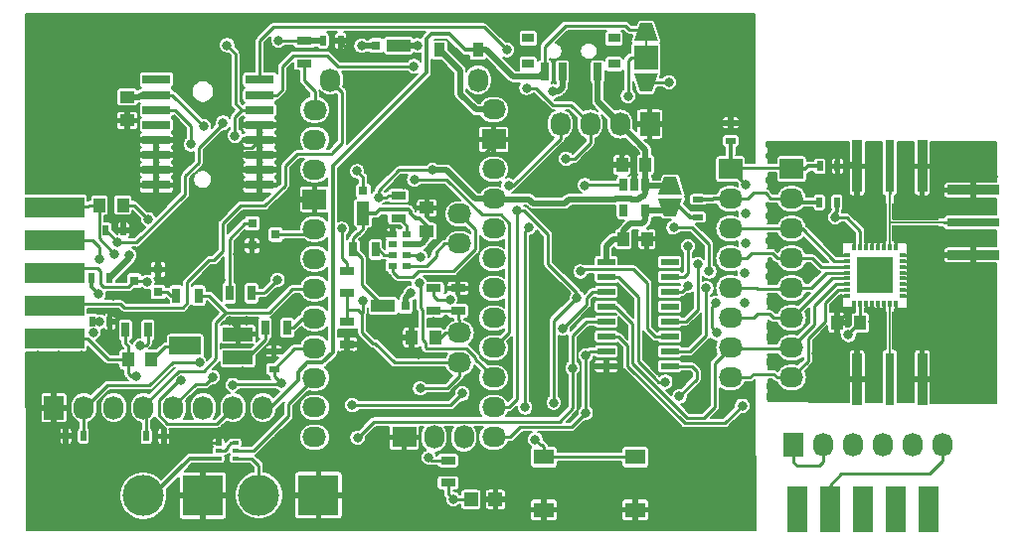
<source format=gtl>
G04 #@! TF.GenerationSoftware,KiCad,Pcbnew,(5.1.9-0-10_14)*
G04 #@! TF.CreationDate,2021-10-30T15:19:37-04:00*
G04 #@! TF.ProjectId,Arducon,41726475-636f-46e2-9e6b-696361645f70,rev?*
G04 #@! TF.SameCoordinates,Original*
G04 #@! TF.FileFunction,Copper,L1,Top*
G04 #@! TF.FilePolarity,Positive*
%FSLAX46Y46*%
G04 Gerber Fmt 4.6, Leading zero omitted, Abs format (unit mm)*
G04 Created by KiCad (PCBNEW (5.1.9-0-10_14)) date 2021-10-30 15:19:37*
%MOMM*%
%LPD*%
G01*
G04 APERTURE LIST*
G04 #@! TA.AperFunction,EtchedComponent*
%ADD10C,0.200000*%
G04 #@! TD*
G04 #@! TA.AperFunction,SMDPad,CuDef*
%ADD11R,6.000000X0.250000*%
G04 #@! TD*
G04 #@! TA.AperFunction,SMDPad,CuDef*
%ADD12R,0.500000X1.440000*%
G04 #@! TD*
G04 #@! TA.AperFunction,SMDPad,CuDef*
%ADD13R,0.250000X5.500000*%
G04 #@! TD*
G04 #@! TA.AperFunction,SMDPad,CuDef*
%ADD14R,0.500000X3.300000*%
G04 #@! TD*
G04 #@! TA.AperFunction,SMDPad,CuDef*
%ADD15R,4.000000X0.500000*%
G04 #@! TD*
G04 #@! TA.AperFunction,ComponentPad*
%ADD16C,0.600000*%
G04 #@! TD*
G04 #@! TA.AperFunction,SMDPad,CuDef*
%ADD17R,0.250000X3.000000*%
G04 #@! TD*
G04 #@! TA.AperFunction,SMDPad,CuDef*
%ADD18R,3.150000X3.150000*%
G04 #@! TD*
G04 #@! TA.AperFunction,SMDPad,CuDef*
%ADD19R,0.600000X0.300000*%
G04 #@! TD*
G04 #@! TA.AperFunction,SMDPad,CuDef*
%ADD20R,0.300000X0.600000*%
G04 #@! TD*
G04 #@! TA.AperFunction,SMDPad,CuDef*
%ADD21R,0.812800X4.500000*%
G04 #@! TD*
G04 #@! TA.AperFunction,SMDPad,CuDef*
%ADD22R,0.760000X4.500000*%
G04 #@! TD*
G04 #@! TA.AperFunction,SMDPad,CuDef*
%ADD23C,0.150000*%
G04 #@! TD*
G04 #@! TA.AperFunction,SMDPad,CuDef*
%ADD24R,2.032000X2.032000*%
G04 #@! TD*
G04 #@! TA.AperFunction,SMDPad,CuDef*
%ADD25R,0.910000X1.220000*%
G04 #@! TD*
G04 #@! TA.AperFunction,SMDPad,CuDef*
%ADD26R,2.000000X1.100000*%
G04 #@! TD*
G04 #@! TA.AperFunction,SMDPad,CuDef*
%ADD27R,0.800000X0.800000*%
G04 #@! TD*
G04 #@! TA.AperFunction,SMDPad,CuDef*
%ADD28R,1.100000X2.000000*%
G04 #@! TD*
G04 #@! TA.AperFunction,SMDPad,CuDef*
%ADD29R,1.198880X1.198880*%
G04 #@! TD*
G04 #@! TA.AperFunction,SMDPad,CuDef*
%ADD30R,0.800000X0.500000*%
G04 #@! TD*
G04 #@! TA.AperFunction,SMDPad,CuDef*
%ADD31R,1.500000X0.600000*%
G04 #@! TD*
G04 #@! TA.AperFunction,SMDPad,CuDef*
%ADD32R,2.400000X0.800000*%
G04 #@! TD*
G04 #@! TA.AperFunction,SMDPad,CuDef*
%ADD33R,2.400000X0.700000*%
G04 #@! TD*
G04 #@! TA.AperFunction,ComponentPad*
%ADD34O,2.032000X1.727200*%
G04 #@! TD*
G04 #@! TA.AperFunction,ComponentPad*
%ADD35R,2.032000X1.727200*%
G04 #@! TD*
G04 #@! TA.AperFunction,ComponentPad*
%ADD36O,1.727200X2.032000*%
G04 #@! TD*
G04 #@! TA.AperFunction,SMDPad,CuDef*
%ADD37R,4.500000X0.812800*%
G04 #@! TD*
G04 #@! TA.AperFunction,SMDPad,CuDef*
%ADD38R,4.500000X0.760000*%
G04 #@! TD*
G04 #@! TA.AperFunction,ConnectorPad*
%ADD39R,1.778000X4.000000*%
G04 #@! TD*
G04 #@! TA.AperFunction,ComponentPad*
%ADD40R,1.727200X2.032000*%
G04 #@! TD*
G04 #@! TA.AperFunction,SMDPad,CuDef*
%ADD41R,0.500000X0.900000*%
G04 #@! TD*
G04 #@! TA.AperFunction,SMDPad,CuDef*
%ADD42R,0.551180X0.299720*%
G04 #@! TD*
G04 #@! TA.AperFunction,SMDPad,CuDef*
%ADD43R,1.000000X1.250000*%
G04 #@! TD*
G04 #@! TA.AperFunction,SMDPad,CuDef*
%ADD44R,0.700000X1.300000*%
G04 #@! TD*
G04 #@! TA.AperFunction,SMDPad,CuDef*
%ADD45R,1.300000X0.700000*%
G04 #@! TD*
G04 #@! TA.AperFunction,ComponentPad*
%ADD46C,5.000000*%
G04 #@! TD*
G04 #@! TA.AperFunction,ConnectorPad*
%ADD47R,5.080000X1.778000*%
G04 #@! TD*
G04 #@! TA.AperFunction,ComponentPad*
%ADD48R,3.500120X3.500120*%
G04 #@! TD*
G04 #@! TA.AperFunction,ComponentPad*
%ADD49C,3.500120*%
G04 #@! TD*
G04 #@! TA.AperFunction,SMDPad,CuDef*
%ADD50R,2.700000X1.600000*%
G04 #@! TD*
G04 #@! TA.AperFunction,SMDPad,CuDef*
%ADD51R,2.500000X1.200000*%
G04 #@! TD*
G04 #@! TA.AperFunction,SMDPad,CuDef*
%ADD52R,1.750000X1.300000*%
G04 #@! TD*
G04 #@! TA.AperFunction,SMDPad,CuDef*
%ADD53R,0.650000X1.060000*%
G04 #@! TD*
G04 #@! TA.AperFunction,SMDPad,CuDef*
%ADD54R,1.250000X1.000000*%
G04 #@! TD*
G04 #@! TA.AperFunction,SMDPad,CuDef*
%ADD55R,0.800100X0.800100*%
G04 #@! TD*
G04 #@! TA.AperFunction,SMDPad,CuDef*
%ADD56R,0.700000X1.500000*%
G04 #@! TD*
G04 #@! TA.AperFunction,SMDPad,CuDef*
%ADD57R,1.000000X0.800000*%
G04 #@! TD*
G04 #@! TA.AperFunction,SMDPad,CuDef*
%ADD58R,0.900000X0.500000*%
G04 #@! TD*
G04 #@! TA.AperFunction,ViaPad*
%ADD59C,0.800000*%
G04 #@! TD*
G04 #@! TA.AperFunction,ViaPad*
%ADD60C,0.600000*%
G04 #@! TD*
G04 #@! TA.AperFunction,Conductor*
%ADD61C,0.250000*%
G04 #@! TD*
G04 #@! TA.AperFunction,Conductor*
%ADD62C,0.500000*%
G04 #@! TD*
G04 #@! TA.AperFunction,Conductor*
%ADD63C,0.350000*%
G04 #@! TD*
G04 #@! TA.AperFunction,Conductor*
%ADD64C,0.290000*%
G04 #@! TD*
G04 #@! TA.AperFunction,Conductor*
%ADD65C,0.200000*%
G04 #@! TD*
G04 #@! TA.AperFunction,Conductor*
%ADD66C,0.150000*%
G04 #@! TD*
G04 APERTURE END LIST*
D10*
X142332700Y-89627400D02*
X142345400Y-88154200D01*
D11*
X165945000Y-104200000D03*
D12*
X163530000Y-105130000D03*
X163530000Y-103270000D03*
D13*
X163070000Y-103880000D03*
D14*
X162613000Y-104200000D03*
D15*
X165280000Y-104660000D03*
X165290000Y-103740000D03*
D16*
X163640000Y-103620000D03*
X164300000Y-103620000D03*
X164960000Y-103620000D03*
X165620000Y-103620000D03*
X166280000Y-103620000D03*
X166940000Y-103620000D03*
X163640000Y-104770000D03*
X164300000Y-104770000D03*
X164960000Y-104770000D03*
X165620000Y-104770000D03*
X166280000Y-104780000D03*
X166940000Y-104780000D03*
X163650000Y-105430000D03*
X162500000Y-105440000D03*
X162500000Y-104780000D03*
X162500000Y-104120000D03*
X162500000Y-103450000D03*
X162500000Y-102790000D03*
X163640000Y-102960000D03*
X163640000Y-102290000D03*
X162500000Y-102130000D03*
D17*
X163070000Y-104210000D03*
D18*
X161820000Y-108720000D03*
D19*
X159420000Y-110470000D03*
X159420000Y-109970000D03*
X159420000Y-109470000D03*
X159420000Y-108970000D03*
X159420000Y-108470000D03*
X159420000Y-107970000D03*
X159420000Y-107470000D03*
X159420000Y-106970000D03*
D20*
X160070000Y-106320000D03*
X160570000Y-106320000D03*
X161070000Y-106320000D03*
X161570000Y-106320000D03*
X162070000Y-106320000D03*
X162570000Y-106320000D03*
X163070000Y-106320000D03*
X163570000Y-106320000D03*
D19*
X164220000Y-106970000D03*
X164220000Y-107470000D03*
X164220000Y-107970000D03*
X164220000Y-108470000D03*
X164220000Y-108970000D03*
X164220000Y-109470000D03*
X164220000Y-109970000D03*
X164220000Y-110470000D03*
D20*
X163570000Y-111120000D03*
X163070000Y-111120000D03*
X162570000Y-111120000D03*
X162070000Y-111120000D03*
X161570000Y-111120000D03*
X161070000Y-111120000D03*
X160570000Y-111120000D03*
X160070000Y-111120000D03*
D21*
X160300000Y-117570000D03*
D22*
X163070000Y-117570000D03*
D21*
X165840000Y-117570000D03*
D14*
X162613000Y-113410000D03*
D13*
X163070000Y-113610000D03*
D14*
X163527000Y-113410000D03*
D16*
X162500000Y-113270000D03*
X162500000Y-113890000D03*
X162500000Y-114510000D03*
X162500000Y-112650000D03*
X162500000Y-112030000D03*
X163640000Y-112030000D03*
X163640000Y-112650000D03*
X163640000Y-113270000D03*
X163640000Y-113890000D03*
X163650000Y-114520000D03*
G04 #@! TA.AperFunction,SMDPad,CuDef*
D23*
G36*
X141308000Y-91507000D02*
G01*
X143332000Y-91507000D01*
X142832000Y-93031000D01*
X141808000Y-93031000D01*
X141308000Y-91507000D01*
G37*
G04 #@! TD.AperFunction*
G04 #@! TA.AperFunction,SMDPad,CuDef*
G36*
X143320570Y-88701570D02*
G01*
X141319430Y-88701570D01*
X141819430Y-87200430D01*
X142820570Y-87200430D01*
X143320570Y-88701570D01*
G37*
G04 #@! TD.AperFunction*
D24*
X142320000Y-90110000D03*
D25*
X124735000Y-89490000D03*
X128005000Y-89490000D03*
D26*
X119930000Y-111330000D03*
D27*
X121830000Y-111330000D03*
D28*
X118240000Y-103400000D03*
D27*
X118240000Y-101500000D03*
D29*
X127400980Y-127820000D03*
X129499020Y-127820000D03*
D30*
X120750000Y-107890000D03*
X120750000Y-106990000D03*
X120750000Y-106090000D03*
X120750000Y-105190000D03*
X121950000Y-107890000D03*
X121950000Y-106990000D03*
X121950000Y-106090000D03*
X121950000Y-105190000D03*
D31*
X138930000Y-107565000D03*
X138930000Y-108835000D03*
X138930000Y-110105000D03*
X138930000Y-111375000D03*
X138930000Y-112645000D03*
X138930000Y-113915000D03*
X138930000Y-115185000D03*
X138930000Y-116455000D03*
X144330000Y-116455000D03*
X144330000Y-115185000D03*
X144330000Y-113915000D03*
X144330000Y-112645000D03*
X144330000Y-111375000D03*
X144330000Y-110105000D03*
X144330000Y-108835000D03*
X144330000Y-107565000D03*
D32*
X100620000Y-92015000D03*
D33*
X100620000Y-93335000D03*
X100620000Y-94605000D03*
X100620000Y-95875000D03*
X100620000Y-97145000D03*
X100620000Y-98415000D03*
X100620000Y-99685000D03*
D32*
X100620000Y-101005000D03*
X109420000Y-101005000D03*
D33*
X109420000Y-99685000D03*
X109420000Y-98415000D03*
X109420000Y-97145000D03*
X109420000Y-95875000D03*
X109420000Y-94605000D03*
X109420000Y-93335000D03*
D32*
X109420000Y-92015000D03*
D34*
X126430000Y-113630000D03*
X126430000Y-116170000D03*
X126430000Y-106010000D03*
X126430000Y-103470000D03*
X129350000Y-122520000D03*
X129350000Y-119980000D03*
X114095100Y-122520000D03*
X114095100Y-119980000D03*
X129350000Y-117440000D03*
X129350000Y-114900000D03*
X129350000Y-112360000D03*
X129350000Y-109820000D03*
X129350000Y-107280000D03*
X129350000Y-104740000D03*
X129350000Y-102200000D03*
X129350000Y-99660000D03*
D35*
X129350000Y-97120000D03*
D34*
X129340000Y-94580000D03*
X114095100Y-117465400D03*
X114095100Y-114925400D03*
X114095100Y-112385400D03*
X114095100Y-109845400D03*
X114095100Y-107305400D03*
X114095100Y-104765400D03*
D35*
X114095100Y-102225400D03*
D34*
X114095100Y-99685400D03*
X114095100Y-97145400D03*
X114100000Y-94605400D03*
D36*
X128012850Y-92065150D03*
X115426850Y-92065150D03*
X126810000Y-122520000D03*
X124270000Y-122520000D03*
D35*
X121720000Y-122520000D03*
D21*
X165840000Y-99400000D03*
D22*
X163070000Y-99400000D03*
D21*
X160300000Y-99400000D03*
D37*
X170200000Y-101430000D03*
D38*
X170200000Y-104200000D03*
D37*
X170200000Y-106970000D03*
D39*
X155182999Y-128682999D03*
X166358999Y-128682999D03*
X163564999Y-128682999D03*
X160770999Y-128682999D03*
X157976999Y-128682999D03*
D36*
X167560000Y-123150000D03*
X165020000Y-123150000D03*
X162480000Y-123150000D03*
X159940000Y-123150000D03*
X157400000Y-123150000D03*
D40*
X154860000Y-123150000D03*
D41*
X96310000Y-104850000D03*
X97810000Y-104850000D03*
D42*
X107348820Y-124300380D03*
X107348820Y-123650000D03*
X107348820Y-122999620D03*
X105911180Y-122999620D03*
X105911180Y-123650000D03*
X105911180Y-124300380D03*
D43*
X122350000Y-114000000D03*
X124350000Y-114000000D03*
X97770000Y-102710000D03*
X95770000Y-102710000D03*
X142270000Y-99270000D03*
X140270000Y-99270000D03*
X140390000Y-105600000D03*
X142390000Y-105600000D03*
X100200000Y-115890000D03*
X98200000Y-115890000D03*
X158570000Y-112760000D03*
X160570000Y-112760000D03*
D44*
X117390000Y-106510000D03*
X119290000Y-106510000D03*
D45*
X124240000Y-109820000D03*
X124240000Y-111720000D03*
X116860000Y-110200000D03*
X116860000Y-108300000D03*
X116840000Y-114590000D03*
X116840000Y-112690000D03*
D44*
X102330000Y-110420000D03*
X104230000Y-110420000D03*
X109870000Y-113180000D03*
X111770000Y-113180000D03*
X98000000Y-113360000D03*
X99900000Y-113360000D03*
D46*
X93300000Y-127000000D03*
X147500000Y-127000000D03*
X147500000Y-90000000D03*
X93300000Y-90000000D03*
D47*
X91940000Y-105706000D03*
X91940000Y-108500000D03*
X91940000Y-111294000D03*
X91940000Y-114088000D03*
X91940000Y-102912000D03*
D48*
X104580000Y-127500000D03*
D49*
X99500000Y-127500000D03*
D50*
X103070000Y-114730000D03*
D51*
X107570000Y-115730000D03*
X107570000Y-113730000D03*
G04 #@! TA.AperFunction,SMDPad,CuDef*
D23*
G36*
X145390570Y-101834570D02*
G01*
X143389430Y-101834570D01*
X143889430Y-100333430D01*
X144890570Y-100333430D01*
X145390570Y-101834570D01*
G37*
G04 #@! TD.AperFunction*
G04 #@! TA.AperFunction,SMDPad,CuDef*
G36*
X143378000Y-102154000D02*
G01*
X145402000Y-102154000D01*
X144902000Y-103678000D01*
X143878000Y-103678000D01*
X143378000Y-102154000D01*
G37*
G04 #@! TD.AperFunction*
D52*
X141410000Y-124210000D03*
X133610000Y-124210000D03*
X133610000Y-128710000D03*
X141410000Y-128710000D03*
D53*
X142280000Y-100980000D03*
X141330000Y-100980000D03*
X140380000Y-100980000D03*
X140380000Y-103180000D03*
X142280000Y-103180000D03*
D35*
X149520000Y-99640000D03*
D34*
X149520000Y-102180000D03*
X149520000Y-104720000D03*
X149520000Y-107260000D03*
X149520000Y-109800000D03*
X149520000Y-112340000D03*
X149520000Y-114880000D03*
X149520000Y-117420000D03*
X154710000Y-117420000D03*
X154710000Y-114880000D03*
X154710000Y-112340000D03*
X154710000Y-109800000D03*
X154710000Y-107260000D03*
X154710000Y-104720000D03*
X154710000Y-102180000D03*
D35*
X154710000Y-99640000D03*
D48*
X114430000Y-127450000D03*
D49*
X109350000Y-127450000D03*
D45*
X113210000Y-90610000D03*
X113210000Y-88710000D03*
D54*
X123660000Y-104950000D03*
X123660000Y-102950000D03*
D45*
X126300000Y-109820000D03*
X126300000Y-111720000D03*
D55*
X100750760Y-110110000D03*
X100750760Y-108210000D03*
X98751780Y-109160000D03*
X108779240Y-104280000D03*
X108779240Y-106180000D03*
X110778220Y-105230000D03*
D45*
X121220000Y-103820000D03*
X121220000Y-101920000D03*
D44*
X106820000Y-110240000D03*
X108720000Y-110240000D03*
D56*
X138190000Y-91335000D03*
X135190000Y-91335000D03*
X133690000Y-91335000D03*
D57*
X139590000Y-88485000D03*
X132290000Y-88485000D03*
X132290000Y-90685000D03*
X139590000Y-90685000D03*
D45*
X125450000Y-124500000D03*
X125450000Y-126400000D03*
D40*
X142640000Y-95810000D03*
D36*
X140100000Y-95810000D03*
X137560000Y-95810000D03*
X135020000Y-95810000D03*
D41*
X96650000Y-112660000D03*
X95150000Y-112660000D03*
X95130000Y-108930000D03*
X96630000Y-108930000D03*
D58*
X149530000Y-97220000D03*
X149530000Y-95720000D03*
D41*
X158630000Y-99400000D03*
X157130000Y-99400000D03*
D58*
X146740000Y-103740000D03*
X146740000Y-102240000D03*
D41*
X157080000Y-102480000D03*
X158580000Y-102480000D03*
D54*
X98140000Y-93500000D03*
X98140000Y-95500000D03*
D41*
X116320000Y-88700000D03*
X114820000Y-88700000D03*
X94400000Y-122410000D03*
X92900000Y-122410000D03*
D58*
X110630000Y-115190000D03*
X110630000Y-116690000D03*
D41*
X99770000Y-122430000D03*
X101270000Y-122430000D03*
D40*
X91900000Y-120000000D03*
D36*
X94440000Y-120000000D03*
X96980000Y-120000000D03*
X99520000Y-120000000D03*
X102060000Y-120000000D03*
X104600000Y-120000000D03*
X107140000Y-120000000D03*
X109680000Y-120000000D03*
D27*
X119340000Y-89100000D03*
D26*
X121240000Y-89100000D03*
D59*
X106640000Y-89080000D03*
X107310000Y-96790000D03*
X117710000Y-99830000D03*
X104639998Y-95990000D03*
X119539998Y-102040000D03*
X124149998Y-99734990D03*
X122282250Y-110202254D03*
X116420000Y-104740000D03*
X99912340Y-103922340D03*
X123080000Y-118339998D03*
X118170000Y-110910002D03*
X145890000Y-109580000D03*
X147690000Y-108360000D03*
X144670000Y-104630000D03*
X122580000Y-100550000D03*
X136740000Y-108379998D03*
X122995571Y-109352254D03*
X131350000Y-103200000D03*
X136450000Y-110590000D03*
X145170000Y-119030000D03*
X134450000Y-119560000D03*
X137190000Y-120440000D03*
X137190000Y-115550000D03*
X136060000Y-116610000D03*
X117750000Y-122550000D03*
X135200000Y-113250000D03*
X126680000Y-118780002D03*
X117310000Y-119780000D03*
X104280347Y-116130012D03*
X107110004Y-118060000D03*
X111230000Y-117910000D03*
X103549349Y-97540189D03*
X137110000Y-101020000D03*
X130625000Y-101030000D03*
X130460000Y-89490000D03*
X135510000Y-98760000D03*
X132141585Y-92722148D03*
X122540000Y-90870000D03*
X99240000Y-114690000D03*
X145890000Y-106240000D03*
X146715000Y-107755000D03*
X147440000Y-109800000D03*
X150520000Y-119840000D03*
X143960000Y-117800000D03*
X111000000Y-88660004D03*
X159561555Y-113780102D03*
X158420000Y-103770000D03*
X97270000Y-105909998D03*
X106310000Y-95690000D03*
X123829999Y-124250000D03*
X132020000Y-119960000D03*
X132880000Y-122700000D03*
X132347340Y-104637340D03*
X110940000Y-109090000D03*
X123110000Y-107120000D03*
X95770000Y-107300000D03*
X134370000Y-92990000D03*
X122825000Y-89100000D03*
X144270000Y-92240000D03*
X125900000Y-127780000D03*
X95799998Y-112640000D03*
X95246733Y-113579427D03*
X95702986Y-110298078D03*
X150840000Y-100990000D03*
X150820000Y-103430000D03*
X150790000Y-105960000D03*
X150720000Y-108520000D03*
X150700000Y-111040000D03*
X148290000Y-111040000D03*
X148330000Y-113620000D03*
X98320000Y-106989998D03*
X118090000Y-89130000D03*
X125643254Y-110770026D03*
X140780000Y-93429998D03*
X102711152Y-117691152D03*
X98920000Y-117320000D03*
X105420000Y-117380000D03*
X97069834Y-106889762D03*
X99855771Y-109267254D03*
X145169568Y-105496277D03*
X138560000Y-89300000D03*
X135930000Y-89320000D03*
X136630000Y-90630000D03*
X136670000Y-91890000D03*
X139550000Y-91780000D03*
X107930000Y-116930002D03*
X106420000Y-117000000D03*
X106880000Y-112585000D03*
X108330000Y-112585000D03*
X135540000Y-108140000D03*
X134280000Y-109320000D03*
X133072347Y-108242347D03*
X133380000Y-110420000D03*
X133690000Y-112770000D03*
X133670000Y-114130000D03*
X133710000Y-115590000D03*
X133710000Y-116820000D03*
X133670000Y-118040000D03*
X135250000Y-117980000D03*
X136630000Y-103659998D03*
X133150000Y-106230000D03*
X90510000Y-118090000D03*
X90510000Y-116810000D03*
X90510000Y-115577002D03*
X92280000Y-115577002D03*
X94240000Y-115577002D03*
X102020000Y-107240000D03*
X102020000Y-108440000D03*
X103047347Y-108082653D03*
X104277347Y-107227347D03*
X103980000Y-111830000D03*
X105350000Y-111780000D03*
X105287653Y-108272347D03*
X106082653Y-109067347D03*
X107545000Y-106860000D03*
X95970000Y-114269998D03*
X96830000Y-113740000D03*
X97017980Y-111880022D03*
X96950000Y-110430011D03*
X99633856Y-106251463D03*
X100276087Y-105609232D03*
X110697792Y-103663313D03*
X107310000Y-100010000D03*
X106040000Y-98670000D03*
X111510000Y-98060000D03*
X119790000Y-104550000D03*
X118750000Y-105230000D03*
X127610000Y-99330000D03*
X127750000Y-100660000D03*
X119400000Y-107875000D03*
X119470000Y-109325000D03*
X120870000Y-109550000D03*
X117500000Y-90065000D03*
X109470002Y-116750000D03*
X127580000Y-108950000D03*
X127590000Y-112210000D03*
X128220000Y-113660000D03*
X137270000Y-99170000D03*
X135990000Y-99870000D03*
X134520000Y-100480000D03*
X133205000Y-101688959D03*
X140880000Y-97800000D03*
X139730000Y-97610000D03*
X122950000Y-115445000D03*
X124240000Y-112670002D03*
X123100000Y-98900000D03*
X121960000Y-98700000D03*
X123290000Y-101380000D03*
X121672473Y-100969999D03*
X100540000Y-107080000D03*
X131524999Y-93544999D03*
X131964479Y-95047330D03*
X99239238Y-107393733D03*
X125790000Y-94030000D03*
X124310000Y-93230000D03*
X120800000Y-92830000D03*
X119150000Y-92810000D03*
X117610000Y-92830000D03*
X153430000Y-111010000D03*
X153360000Y-113550000D03*
X153360000Y-116050000D03*
X154440000Y-118920000D03*
X155670000Y-118919998D03*
X153470000Y-108520000D03*
X153470000Y-105960000D03*
X153450000Y-103440000D03*
X158920000Y-115660000D03*
X158920000Y-116780000D03*
X158980000Y-117770000D03*
X159080000Y-118930000D03*
X157860000Y-118890000D03*
X156770000Y-118890000D03*
X156640000Y-117700000D03*
X156798853Y-116508853D03*
X153360000Y-118730000D03*
X158899998Y-114530000D03*
X156820000Y-115340000D03*
X157230000Y-114220000D03*
X159180000Y-100520000D03*
X161260000Y-102670000D03*
X164830000Y-102630000D03*
X166050000Y-102600000D03*
X167210000Y-101740000D03*
X167140000Y-100520000D03*
X167140000Y-99200000D03*
X171760000Y-97880000D03*
X171830000Y-99070000D03*
X171860000Y-100260000D03*
X170270000Y-97870000D03*
X167170000Y-97860000D03*
X168759999Y-97860000D03*
X159709999Y-102560000D03*
D60*
X162140000Y-101270000D03*
X162130000Y-100550000D03*
X162120000Y-99840000D03*
X162110000Y-99110000D03*
X162120000Y-98330000D03*
X163990000Y-101270000D03*
X163980000Y-100550000D03*
X163980000Y-99820000D03*
X163980000Y-99100000D03*
X163980000Y-98340000D03*
D59*
X171710001Y-108270000D03*
X171710001Y-109530000D03*
X171695727Y-110713061D03*
X171710000Y-111840000D03*
X171770000Y-113140000D03*
X171740000Y-114330000D03*
X171770000Y-115550000D03*
X171740000Y-116870000D03*
X171740000Y-118030000D03*
X171740000Y-119020000D03*
X167400000Y-118960000D03*
X167340000Y-117840000D03*
X167300000Y-116710000D03*
X167240000Y-115430000D03*
X166450000Y-114400000D03*
X168780000Y-118940000D03*
X170320000Y-118980000D03*
X164510000Y-112200000D03*
X165540000Y-111610000D03*
X165520000Y-110430000D03*
X165520000Y-109180000D03*
X165540000Y-107930000D03*
X165540000Y-106640000D03*
X165270000Y-105540000D03*
X161520000Y-105120000D03*
X159687347Y-105082653D03*
X158480000Y-105100000D03*
X158200000Y-106180000D03*
X167320000Y-105470000D03*
X167320000Y-106580000D03*
X167370000Y-107770000D03*
X168600000Y-108140000D03*
X170210000Y-108090000D03*
D60*
X160570000Y-108296666D03*
X160570000Y-109990000D03*
X160570000Y-109153332D03*
X160570000Y-107450000D03*
X161403333Y-108296666D03*
X161403333Y-109990000D03*
X161403333Y-109153332D03*
X161403333Y-107450000D03*
X162236666Y-109990000D03*
X162236666Y-107450000D03*
X162236666Y-109153332D03*
X162236666Y-108296666D03*
X163070000Y-109153332D03*
X163070000Y-108296666D03*
X163070000Y-109990000D03*
X163070000Y-107450000D03*
D59*
X156540000Y-98140000D03*
X157830000Y-98110000D03*
X159080000Y-98110000D03*
X155260000Y-97950000D03*
X154250000Y-97950000D03*
X153100000Y-97950000D03*
X153220000Y-101100000D03*
D60*
X162150000Y-115680000D03*
X164030000Y-115690000D03*
X162160000Y-116390000D03*
X162160000Y-117120000D03*
X162160000Y-117800000D03*
X162160000Y-118500000D03*
X164030000Y-116392500D03*
X164030000Y-117095000D03*
X164030000Y-117797500D03*
X164030000Y-118500000D03*
D59*
X158323358Y-111308358D03*
X161670002Y-112650000D03*
X161660000Y-113780000D03*
D60*
X161820000Y-108730000D03*
X161820000Y-109570000D03*
X161820000Y-107870000D03*
X162650000Y-108730000D03*
X160990000Y-108730000D03*
D59*
X156070000Y-108500000D03*
D60*
X160990000Y-107880000D03*
X160990000Y-109580000D03*
X162650000Y-107860000D03*
X162660000Y-109590000D03*
X168360000Y-105120000D03*
X169070000Y-105110000D03*
X171170000Y-105090000D03*
X170470000Y-105110000D03*
X169750000Y-105110000D03*
X171130000Y-103240000D03*
X169710000Y-103260000D03*
X169030000Y-103260000D03*
X170430000Y-103260000D03*
X168320000Y-103270000D03*
D61*
X106640000Y-89080000D02*
X107330000Y-89770000D01*
X107330000Y-89770000D02*
X107330000Y-94030000D01*
X107905000Y-94605000D02*
X109420000Y-94605000D01*
X107330000Y-94030000D02*
X107905000Y-94605000D01*
X107905000Y-94605000D02*
X107310000Y-95200000D01*
X107310000Y-95200000D02*
X107310000Y-96790000D01*
X118240000Y-101500000D02*
X118240000Y-100360000D01*
X118240000Y-100360000D02*
X117710000Y-99830000D01*
D62*
X138930000Y-107565000D02*
X138930000Y-106190000D01*
X139520000Y-105600000D02*
X140390000Y-105600000D01*
X138930000Y-106190000D02*
X139520000Y-105600000D01*
X140390000Y-105600000D02*
X140390000Y-104910000D01*
X140390000Y-104910000D02*
X141000000Y-104300000D01*
X141000000Y-104300000D02*
X142000000Y-104300000D01*
X142280000Y-104020000D02*
X142280000Y-103180000D01*
X142000000Y-104300000D02*
X142280000Y-104020000D01*
X144126000Y-103180000D02*
X144390000Y-102916000D01*
X142280000Y-103180000D02*
X144126000Y-103180000D01*
D63*
X145186000Y-102916000D02*
X145910000Y-103640000D01*
X144390000Y-102916000D02*
X145186000Y-102916000D01*
X145910000Y-103640000D02*
X145950000Y-103640000D01*
X146050000Y-103740000D02*
X146740000Y-103740000D01*
X145950000Y-103640000D02*
X146050000Y-103740000D01*
D61*
X100200000Y-115890000D02*
X100270000Y-115890000D01*
X100270000Y-115890000D02*
X101390000Y-114770000D01*
X103030000Y-114770000D02*
X103070000Y-114730000D01*
X101390000Y-114770000D02*
X103030000Y-114770000D01*
D62*
X142280000Y-99280000D02*
X142270000Y-99270000D01*
X142280000Y-100980000D02*
X142280000Y-99280000D01*
D61*
X141110000Y-102120000D02*
X141910000Y-102120000D01*
D62*
X141935001Y-101960001D02*
X142002500Y-102027500D01*
D61*
X142002500Y-102027500D02*
X142280000Y-101750000D01*
X141910000Y-102120000D02*
X142002500Y-102027500D01*
D62*
X142069999Y-101960001D02*
X142280000Y-101750000D01*
X141935001Y-101960001D02*
X142069999Y-101960001D01*
X142280000Y-100980000D02*
X142280000Y-101750000D01*
X141675002Y-102220000D02*
X141935001Y-101960001D01*
X141085002Y-102220000D02*
X141675002Y-102220000D01*
X139694999Y-102199999D02*
X141065001Y-102199999D01*
X139674998Y-102220000D02*
X139694999Y-102199999D01*
X135750000Y-102220000D02*
X139674998Y-102220000D01*
X141065001Y-102199999D02*
X141085002Y-102220000D01*
X132720000Y-102580000D02*
X135390000Y-102580000D01*
X135390000Y-102580000D02*
X135750000Y-102220000D01*
X129350000Y-102200000D02*
X129370000Y-102220000D01*
X132360000Y-102220000D02*
X132720000Y-102580000D01*
X129370000Y-102220000D02*
X132360000Y-102220000D01*
X142270000Y-97980000D02*
X142270000Y-99270000D01*
X140100000Y-95810000D02*
X142270000Y-97980000D01*
X142384000Y-101084000D02*
X142280000Y-100980000D01*
X144390000Y-101084000D02*
X142384000Y-101084000D01*
D61*
X101984998Y-93335000D02*
X100620000Y-93335000D01*
X104639998Y-95990000D02*
X101984998Y-93335000D01*
D62*
X100620000Y-93335000D02*
X99285000Y-93335000D01*
X99120000Y-93500000D02*
X98140000Y-93500000D01*
X99285000Y-93335000D02*
X99120000Y-93500000D01*
D61*
X121279323Y-99734990D02*
X124149998Y-99734990D01*
D62*
X125344988Y-99734990D02*
X124149998Y-99734990D01*
X127809998Y-102200000D02*
X125344988Y-99734990D01*
D61*
X119539998Y-102040000D02*
X119539998Y-101474315D01*
X119539998Y-101474315D02*
X121279323Y-99734990D01*
D62*
X129350000Y-102200000D02*
X127809998Y-102200000D01*
X121820000Y-110664504D02*
X122282250Y-110202254D01*
X121820000Y-111220000D02*
X121820000Y-110664504D01*
D61*
X121220000Y-101920000D02*
X120330000Y-101920000D01*
X120210000Y-102040000D02*
X119539998Y-102040000D01*
X120330000Y-101920000D02*
X120210000Y-102040000D01*
X116860000Y-108300000D02*
X116860000Y-107700000D01*
X116860000Y-107700000D02*
X116420000Y-107260000D01*
X116420000Y-107260000D02*
X116420000Y-104740000D01*
D62*
X138190000Y-93900000D02*
X140100000Y-95810000D01*
X138190000Y-91335000D02*
X138190000Y-93900000D01*
D61*
X117800000Y-111610000D02*
X116880000Y-111610000D01*
X118140000Y-111950000D02*
X117800000Y-111610000D01*
X126430000Y-116170000D02*
X120926998Y-116170000D01*
X118140000Y-113593002D02*
X118140000Y-111950000D01*
X119251999Y-114495001D02*
X119041999Y-114495001D01*
X120926998Y-116170000D02*
X119251999Y-114495001D01*
X119041999Y-114495001D02*
X118140000Y-113593002D01*
X116880000Y-110220000D02*
X116860000Y-110200000D01*
X116880000Y-111610000D02*
X116880000Y-110220000D01*
X97770000Y-102710000D02*
X98700000Y-102710000D01*
X98700000Y-102710000D02*
X99912340Y-103922340D01*
X126430000Y-116170000D02*
X126430000Y-117283600D01*
X126430000Y-117283600D02*
X125373602Y-118339998D01*
X125373602Y-118339998D02*
X123080000Y-118339998D01*
X116840000Y-111650000D02*
X116880000Y-111610000D01*
X116840000Y-112690000D02*
X116840000Y-111650000D01*
X118170000Y-111920000D02*
X118140000Y-111950000D01*
X118170000Y-110910002D02*
X118170000Y-111920000D01*
X124350000Y-114000000D02*
X124830000Y-114000000D01*
X125200000Y-113630000D02*
X126430000Y-113630000D01*
X124830000Y-114000000D02*
X125200000Y-113630000D01*
X126430000Y-113630000D02*
X126430000Y-112560000D01*
X126300000Y-112430000D02*
X126300000Y-111720000D01*
X126430000Y-112560000D02*
X126300000Y-112430000D01*
X126300000Y-111720000D02*
X124240000Y-111720000D01*
D62*
X131010000Y-91770000D02*
X128740000Y-89500000D01*
X133255000Y-91770000D02*
X131010000Y-91770000D01*
X133690000Y-91335000D02*
X133255000Y-91770000D01*
X128015000Y-89500000D02*
X128005000Y-89490000D01*
X128740000Y-89500000D02*
X128015000Y-89500000D01*
D63*
X126940000Y-89490000D02*
X128005000Y-89490000D01*
X125550000Y-88100000D02*
X126940000Y-89490000D01*
X123600000Y-88570000D02*
X124070000Y-88100000D01*
X123600000Y-91440000D02*
X123600000Y-88570000D01*
X115644999Y-99395001D02*
X123600000Y-91440000D01*
X115644999Y-115279560D02*
X115644999Y-99395001D01*
X114760549Y-116164010D02*
X115644999Y-115279560D01*
X113492431Y-116164010D02*
X114760549Y-116164010D01*
X112704090Y-116952351D02*
X113492431Y-116164010D01*
X112704090Y-117625910D02*
X112704090Y-116952351D01*
X124070000Y-88100000D02*
X125550000Y-88100000D01*
X110330000Y-120000000D02*
X112704090Y-117625910D01*
X109680000Y-120000000D02*
X110330000Y-120000000D01*
D61*
X133664999Y-89957001D02*
X133664999Y-89212999D01*
X133664999Y-89212999D02*
X135477998Y-87400000D01*
X133690000Y-89982002D02*
X133664999Y-89957001D01*
X133690000Y-91335000D02*
X133690000Y-89982002D01*
X135477998Y-87400000D02*
X140530000Y-87400000D01*
X140858972Y-87728972D02*
X142321913Y-87728972D01*
X140530000Y-87400000D02*
X140858972Y-87728972D01*
D64*
X163070000Y-117570000D02*
X163070000Y-115505001D01*
D61*
X163070000Y-99400000D02*
X163070000Y-101764998D01*
X170200000Y-104200000D02*
X167615001Y-104200000D01*
X145365000Y-110105000D02*
X145890000Y-109580000D01*
X144330000Y-110105000D02*
X145365000Y-110105000D01*
X147690000Y-108360000D02*
X147690000Y-106040000D01*
X147690000Y-106040000D02*
X146270000Y-104620000D01*
X146270000Y-104620000D02*
X145230000Y-104620000D01*
X145220000Y-104630000D02*
X144670000Y-104630000D01*
X145230000Y-104620000D02*
X145220000Y-104630000D01*
X130690000Y-105233348D02*
X130691010Y-105232338D01*
X130691010Y-113558990D02*
X130691010Y-109327662D01*
X130690000Y-106786652D02*
X130690000Y-105233348D01*
X130690000Y-107773348D02*
X130691010Y-107772338D01*
X130691010Y-105232338D02*
X130691010Y-104247662D01*
X130690000Y-109326652D02*
X130690000Y-107773348D01*
X130691010Y-104247662D02*
X130690000Y-104246652D01*
X130690000Y-104246652D02*
X130690000Y-104210000D01*
X130691010Y-106787662D02*
X130690000Y-106786652D01*
X129350000Y-114900000D02*
X130691010Y-113558990D01*
X130691010Y-109327662D02*
X130690000Y-109326652D01*
X130691010Y-107772338D02*
X130691010Y-106787662D01*
X130690000Y-104246652D02*
X129994738Y-103551390D01*
X129994738Y-103551390D02*
X128344738Y-103551390D01*
X128344738Y-103551390D02*
X125343348Y-100550000D01*
X125343348Y-100550000D02*
X122580000Y-100550000D01*
X143115000Y-113915000D02*
X142450000Y-113250000D01*
X142450000Y-113250000D02*
X142450000Y-109390000D01*
X142450000Y-109390000D02*
X141250001Y-108190001D01*
X141250001Y-108190001D02*
X136929997Y-108190001D01*
X136929997Y-108190001D02*
X136740000Y-108379998D01*
X144330000Y-113915000D02*
X143115000Y-113915000D01*
X123032254Y-109352254D02*
X122995571Y-109352254D01*
X123080000Y-109400000D02*
X123032254Y-109352254D01*
X123080000Y-111440000D02*
X123080000Y-109400000D01*
X123264999Y-111624999D02*
X123080000Y-111440000D01*
X123264999Y-112330001D02*
X123264999Y-111624999D01*
X123310000Y-112375002D02*
X123264999Y-112330001D01*
X123310000Y-114210000D02*
X123310000Y-112375002D01*
X123524999Y-114424999D02*
X123310000Y-114210000D01*
X123589999Y-114950001D02*
X123524999Y-114885001D01*
X127771010Y-115677662D02*
X127043349Y-114950001D01*
X123524999Y-114885001D02*
X123524999Y-114424999D01*
X127043349Y-114950001D02*
X123589999Y-114950001D01*
X127771010Y-115861010D02*
X127771010Y-115677662D01*
X129350000Y-117440000D02*
X127771010Y-115861010D01*
X129350000Y-119980000D02*
X130616000Y-119980000D01*
X130616000Y-119980000D02*
X131350000Y-119246000D01*
X131350000Y-119246000D02*
X131350000Y-103200000D01*
X144330000Y-116455000D02*
X146205000Y-116455000D01*
X146205000Y-116455000D02*
X146670000Y-116920000D01*
X146670000Y-117530000D02*
X145170000Y-119030000D01*
X146670000Y-116920000D02*
X146670000Y-117530000D01*
X134450000Y-112590000D02*
X136450000Y-110590000D01*
X134450000Y-119560000D02*
X134450000Y-112590000D01*
X131350000Y-103200000D02*
X131936996Y-103200000D01*
X133984998Y-105248002D02*
X133984998Y-107734998D01*
X133984998Y-107734998D02*
X136450000Y-110200000D01*
X131936996Y-103200000D02*
X133984998Y-105248002D01*
X136450000Y-110200000D02*
X136450000Y-110590000D01*
X137555000Y-115185000D02*
X138930000Y-115185000D01*
X137190000Y-115550000D02*
X137555000Y-115185000D01*
X137190000Y-120440000D02*
X137190000Y-115550000D01*
X129350000Y-122520000D02*
X130720000Y-122520000D01*
X130720000Y-122520000D02*
X131620000Y-121620000D01*
X136010000Y-121620000D02*
X137190000Y-120440000D01*
X131620000Y-121620000D02*
X136010000Y-121620000D01*
X137235000Y-112645000D02*
X138930000Y-112645000D01*
X136060000Y-113820000D02*
X137235000Y-112645000D01*
X136060000Y-116570000D02*
X136060000Y-116610000D01*
X136060000Y-116570000D02*
X136060000Y-113820000D01*
X119131390Y-121168610D02*
X117750000Y-122550000D01*
X136060000Y-116570000D02*
X136060000Y-120060000D01*
X136060000Y-120060000D02*
X134951390Y-121168610D01*
X134951390Y-121168610D02*
X119131390Y-121168610D01*
X138930000Y-110105000D02*
X137805000Y-110105000D01*
X137805000Y-110105000D02*
X137260000Y-110650000D01*
X137260000Y-110650000D02*
X137260000Y-111190000D01*
X137260000Y-111190000D02*
X135200000Y-113250000D01*
X125670002Y-119790000D02*
X117320000Y-119790000D01*
X117320000Y-119790000D02*
X117310000Y-119780000D01*
X126680000Y-118780002D02*
X125670002Y-119790000D01*
X111770000Y-113180000D02*
X112260000Y-113180000D01*
X113054600Y-112385400D02*
X114095100Y-112385400D01*
X112260000Y-113180000D02*
X113054600Y-112385400D01*
X101999988Y-116130012D02*
X104280347Y-116130012D01*
X100040000Y-118090000D02*
X101999988Y-116130012D01*
X96410000Y-118090000D02*
X100040000Y-118090000D01*
X94400000Y-120100000D02*
X96410000Y-118090000D01*
X94400000Y-122410000D02*
X94400000Y-120100000D01*
X112394600Y-114925400D02*
X110630000Y-116690000D01*
X114095100Y-114925400D02*
X112394600Y-114925400D01*
X111130000Y-118010000D02*
X111230000Y-117910000D01*
X107160004Y-118010000D02*
X111130000Y-118010000D01*
X107110004Y-118060000D02*
X107160004Y-118010000D01*
X110915000Y-117595000D02*
X111230000Y-117910000D01*
X110630000Y-117310000D02*
X110915000Y-117595000D01*
X110630000Y-116690000D02*
X110630000Y-117310000D01*
X114095100Y-109845400D02*
X112224600Y-109845400D01*
X112224600Y-109845400D02*
X110210000Y-111860000D01*
X110210000Y-111860000D02*
X106560000Y-111860000D01*
X105120000Y-110420000D02*
X104230000Y-110420000D01*
X106560000Y-111860000D02*
X105120000Y-110420000D01*
X102521985Y-116855013D02*
X99750000Y-119626998D01*
X99750000Y-119626998D02*
X99750000Y-122620000D01*
X105690000Y-115793363D02*
X104628349Y-116855014D01*
X106560000Y-111860000D02*
X105690000Y-112730000D01*
X104628349Y-116855014D02*
X102521985Y-116855013D01*
X105690000Y-112730000D02*
X105690000Y-115793363D01*
X113630500Y-105230000D02*
X114095100Y-104765400D01*
X110778220Y-105230000D02*
X113630500Y-105230000D01*
X100620000Y-94605000D02*
X102205000Y-94605000D01*
X103549349Y-95949349D02*
X103549349Y-97540189D01*
X102205000Y-94605000D02*
X103549349Y-95949349D01*
X107348820Y-123650000D02*
X108930000Y-123650000D01*
X108930000Y-123650000D02*
X111890000Y-120690000D01*
X111890000Y-119670500D02*
X114095100Y-117465400D01*
X111890000Y-120690000D02*
X111890000Y-119670500D01*
X137150000Y-100980000D02*
X137110000Y-101020000D01*
X140380000Y-100980000D02*
X137150000Y-100980000D01*
X135020000Y-97040000D02*
X131030000Y-101030000D01*
X131030000Y-101030000D02*
X130625000Y-101030000D01*
X135020000Y-95810000D02*
X135020000Y-97040000D01*
X120750000Y-108390000D02*
X121180000Y-108820000D01*
X120750000Y-107890000D02*
X120750000Y-108390000D01*
X127771010Y-106502338D02*
X127771010Y-104811010D01*
X125933338Y-108340010D02*
X127771010Y-106502338D01*
X122934813Y-108340010D02*
X125933338Y-108340010D01*
X127771010Y-104811010D02*
X126430000Y-103470000D01*
X122454823Y-108820000D02*
X122934813Y-108340010D01*
X121180000Y-108820000D02*
X122454823Y-108820000D01*
X128498784Y-87528784D02*
X130460000Y-89490000D01*
X109420000Y-92015000D02*
X109420000Y-88700000D01*
X109420000Y-88700000D02*
X110591216Y-87528784D01*
X110591216Y-87528784D02*
X128498784Y-87528784D01*
X135510000Y-98760000D02*
X136230000Y-98760000D01*
X137560000Y-97430000D02*
X137560000Y-95810000D01*
X136230000Y-98760000D02*
X137560000Y-97430000D01*
X124430000Y-106770000D02*
X125190000Y-106010000D01*
X125190000Y-106010000D02*
X126430000Y-106010000D01*
X124430000Y-107100000D02*
X124430000Y-106770000D01*
X123640000Y-107890000D02*
X124430000Y-107100000D01*
X121950000Y-107890000D02*
X123640000Y-107890000D01*
X135930000Y-94180000D02*
X137560000Y-95810000D01*
X134410000Y-94180000D02*
X135930000Y-94180000D01*
X132952148Y-92722148D02*
X134410000Y-94180000D01*
X132141585Y-92722148D02*
X132952148Y-92722148D01*
X111310000Y-92895000D02*
X111310000Y-90924998D01*
X109420000Y-93335000D02*
X110870000Y-93335000D01*
X110870000Y-93335000D02*
X111310000Y-92895000D01*
X111310000Y-90924998D02*
X112299999Y-89934999D01*
X112299999Y-89934999D02*
X115130047Y-89934999D01*
X116065048Y-90870000D02*
X122540000Y-90870000D01*
X115130047Y-89934999D02*
X116065048Y-90870000D01*
X106680000Y-123420000D02*
X106450000Y-123650000D01*
X106680000Y-123292850D02*
X106680000Y-123420000D01*
X106973230Y-122999620D02*
X106680000Y-123292850D01*
X106450000Y-123650000D02*
X105911180Y-123650000D01*
X107348820Y-122999620D02*
X106973230Y-122999620D01*
X109870000Y-113180000D02*
X109870000Y-114210000D01*
X108350000Y-115730000D02*
X107570000Y-115730000D01*
X109870000Y-114210000D02*
X108350000Y-115730000D01*
X99240000Y-114690000D02*
X99440000Y-114490000D01*
X99290000Y-114690000D02*
X99710000Y-114690000D01*
X99900000Y-114500000D02*
X99900000Y-113360000D01*
X99710000Y-114690000D02*
X99900000Y-114500000D01*
X149520000Y-104720000D02*
X154710000Y-104720000D01*
X145890000Y-108500000D02*
X145890000Y-106240000D01*
X144330000Y-108835000D02*
X145555000Y-108835000D01*
X145555000Y-108835000D02*
X145890000Y-108500000D01*
X158360000Y-107470000D02*
X159420000Y-107470000D01*
X155610000Y-104720000D02*
X158360000Y-107470000D01*
X154710000Y-104720000D02*
X155610000Y-104720000D01*
X149520000Y-107260000D02*
X150860000Y-107260000D01*
X151295001Y-106824999D02*
X153064999Y-106824999D01*
X150860000Y-107260000D02*
X151295001Y-106824999D01*
X153500000Y-107260000D02*
X154710000Y-107260000D01*
X153064999Y-106824999D02*
X153500000Y-107260000D01*
X146715000Y-111625000D02*
X146715000Y-107755000D01*
X144330000Y-112645000D02*
X145695000Y-112645000D01*
X145695000Y-112645000D02*
X146715000Y-111625000D01*
X154710000Y-107260000D02*
X154765002Y-107315002D01*
X157200000Y-107970000D02*
X159420000Y-107970000D01*
X156490000Y-107260000D02*
X157200000Y-107970000D01*
X154710000Y-107260000D02*
X156490000Y-107260000D01*
X154664999Y-109845001D02*
X154710000Y-109800000D01*
X151805001Y-109845001D02*
X154664999Y-109845001D01*
X151760000Y-109800000D02*
X151805001Y-109845001D01*
X149520000Y-109800000D02*
X151760000Y-109800000D01*
X147370000Y-109870000D02*
X147440000Y-109800000D01*
X147440000Y-109800000D02*
X147440000Y-113820000D01*
X146075000Y-115185000D02*
X144330000Y-115185000D01*
X147440000Y-113820000D02*
X146075000Y-115185000D01*
X157680000Y-108470000D02*
X159420000Y-108470000D01*
X156350000Y-109800000D02*
X157680000Y-108470000D01*
X154710000Y-109800000D02*
X156350000Y-109800000D01*
X151825001Y-111994999D02*
X152844999Y-111994999D01*
X151480000Y-112340000D02*
X151825001Y-111994999D01*
X149520000Y-112340000D02*
X151480000Y-112340000D01*
X153190000Y-112340000D02*
X154710000Y-112340000D01*
X152844999Y-111994999D02*
X153190000Y-112340000D01*
X145597190Y-121300010D02*
X149059990Y-121300010D01*
X140739981Y-116442801D02*
X145597190Y-121300010D01*
X140739981Y-114724981D02*
X140739981Y-116442801D01*
X139930000Y-113915000D02*
X140739981Y-114724981D01*
X149059990Y-121300010D02*
X150520000Y-119840000D01*
X138930000Y-113915000D02*
X139930000Y-113915000D01*
X154710000Y-112340000D02*
X155270000Y-112340000D01*
X158190000Y-108970000D02*
X159420000Y-108970000D01*
X154820000Y-112340000D02*
X158190000Y-108970000D01*
X154710000Y-112340000D02*
X154820000Y-112340000D01*
X154604999Y-114985001D02*
X154710000Y-114880000D01*
X149625001Y-114985001D02*
X154604999Y-114985001D01*
X149520000Y-114880000D02*
X149625001Y-114985001D01*
X138930000Y-111375000D02*
X139705000Y-111375000D01*
X141189990Y-116256400D02*
X145783590Y-120850000D01*
X141189990Y-112859990D02*
X141189990Y-116256400D01*
X139705000Y-111375000D02*
X141189990Y-112859990D01*
X145783590Y-120850000D02*
X147260000Y-120850000D01*
X147260000Y-120850000D02*
X148170000Y-119940000D01*
X148170000Y-116230000D02*
X149520000Y-114880000D01*
X148170000Y-119940000D02*
X148170000Y-116230000D01*
X156680000Y-112880000D02*
X156680000Y-111290000D01*
X154710000Y-114850000D02*
X156680000Y-112880000D01*
X158500000Y-109470000D02*
X159420000Y-109470000D01*
X156680000Y-111290000D02*
X158500000Y-109470000D01*
X154710000Y-114880000D02*
X154710000Y-114850000D01*
X149520000Y-117420000D02*
X151180000Y-117420000D01*
X151475000Y-117125000D02*
X153185000Y-117125000D01*
X151180000Y-117420000D02*
X151475000Y-117125000D01*
X153480000Y-117420000D02*
X154710000Y-117420000D01*
X153185000Y-117125000D02*
X153480000Y-117420000D01*
X139930000Y-108835000D02*
X141640000Y-110545000D01*
X138930000Y-108835000D02*
X139930000Y-108835000D01*
X141640000Y-110545000D02*
X141640000Y-116060000D01*
X141640000Y-116060000D02*
X143000000Y-117420000D01*
X143000000Y-117420000D02*
X143000000Y-117430000D01*
X143370000Y-117800000D02*
X143960000Y-117800000D01*
X143000000Y-117430000D02*
X143370000Y-117800000D01*
X158636410Y-109970000D02*
X159420000Y-109970000D01*
X157540000Y-112656410D02*
X157540000Y-111066410D01*
X156094999Y-114101411D02*
X157540000Y-112656410D01*
X156094999Y-115688001D02*
X156094999Y-114101411D01*
X156104999Y-116025001D02*
X156104999Y-115698001D01*
X157540000Y-111066410D02*
X158636410Y-109970000D01*
X156104999Y-115698001D02*
X156094999Y-115688001D01*
X154710000Y-117420000D02*
X156104999Y-116025001D01*
X113210000Y-88710000D02*
X111049996Y-88710000D01*
X111049996Y-88710000D02*
X111000000Y-88660004D01*
D62*
X114810000Y-88710000D02*
X114820000Y-88700000D01*
X113210000Y-88710000D02*
X114810000Y-88710000D01*
D63*
X160581657Y-112760000D02*
X159561555Y-113780102D01*
X160610000Y-112760000D02*
X160581657Y-112760000D01*
X158420000Y-103770000D02*
X158420000Y-103440000D01*
X158580000Y-103280000D02*
X158580000Y-102480000D01*
X158420000Y-103440000D02*
X158580000Y-103280000D01*
D61*
X158420000Y-103770000D02*
X159400000Y-103770000D01*
X160570000Y-104940000D02*
X160570000Y-106320000D01*
X159400000Y-103770000D02*
X160570000Y-104940000D01*
X160570000Y-112760000D02*
X160570000Y-111120000D01*
X117390000Y-106510000D02*
X117390000Y-105530000D01*
X117390000Y-105530000D02*
X117820000Y-105100000D01*
X117820000Y-105100000D02*
X117850000Y-105100000D01*
X118240000Y-104710000D02*
X118240000Y-103400000D01*
X117850000Y-105100000D02*
X118240000Y-104710000D01*
D62*
X123660000Y-105510000D02*
X123660000Y-104950000D01*
X123330000Y-105840000D02*
X123660000Y-105510000D01*
X123330000Y-105890000D02*
X123330000Y-105840000D01*
X123130000Y-106090000D02*
X123330000Y-105890000D01*
X121950000Y-106090000D02*
X123130000Y-106090000D01*
D63*
X119300000Y-103400000D02*
X118240000Y-103400000D01*
X122064999Y-103094999D02*
X119605001Y-103094999D01*
X122245001Y-103415001D02*
X122245001Y-103275001D01*
X123660000Y-104470000D02*
X123015001Y-103825001D01*
X122734999Y-103825001D02*
X122699998Y-103790000D01*
X119605001Y-103094999D02*
X119300000Y-103400000D01*
X122245001Y-103275001D02*
X122064999Y-103094999D01*
X122699998Y-103790000D02*
X122620000Y-103790000D01*
X123015001Y-103825001D02*
X122734999Y-103825001D01*
X122620000Y-103790000D02*
X122245001Y-103415001D01*
X123660000Y-104950000D02*
X123660000Y-104470000D01*
D61*
X118110000Y-107230000D02*
X117390000Y-106510000D01*
X119930000Y-111330000D02*
X118110000Y-109510000D01*
X118110000Y-109510000D02*
X118110000Y-107230000D01*
X102330000Y-110420000D02*
X101840000Y-110420000D01*
X101540000Y-110120000D02*
X100790760Y-110120000D01*
X101840000Y-110420000D02*
X101540000Y-110120000D01*
X97270000Y-105810000D02*
X97270000Y-105909998D01*
X96310000Y-104850000D02*
X97270000Y-105810000D01*
X97285002Y-105925000D02*
X97270000Y-105909998D01*
X103080000Y-101780000D02*
X98935000Y-105925000D01*
X103080000Y-100230000D02*
X103080000Y-101780000D01*
X104200000Y-99110000D02*
X103080000Y-100230000D01*
X98935000Y-105925000D02*
X97285002Y-105925000D01*
X104200000Y-97860000D02*
X104200000Y-99110000D01*
X106290000Y-95770000D02*
X104200000Y-97860000D01*
X106290000Y-95710000D02*
X106310000Y-95690000D01*
X106290000Y-95770000D02*
X106290000Y-95710000D01*
X124030000Y-124250000D02*
X123829999Y-124250000D01*
X124079999Y-124500000D02*
X125450000Y-124500000D01*
X123829999Y-124250000D02*
X124079999Y-124500000D01*
X141410000Y-124210000D02*
X133610000Y-124210000D01*
X132880000Y-122700000D02*
X133340000Y-123160000D01*
X133340000Y-123160000D02*
X133430000Y-123160000D01*
X133610000Y-123340000D02*
X133610000Y-124210000D01*
X133430000Y-123160000D02*
X133610000Y-123340000D01*
X132020000Y-104964680D02*
X132347340Y-104637340D01*
X132020000Y-119960000D02*
X132020000Y-104964680D01*
X114100000Y-93000000D02*
X113210000Y-92110000D01*
X113210000Y-92110000D02*
X113210000Y-90610000D01*
X114100000Y-94605400D02*
X114100000Y-93000000D01*
X108140000Y-104280000D02*
X108779240Y-104280000D01*
X106820000Y-105600000D02*
X108140000Y-104280000D01*
X106820000Y-110240000D02*
X106820000Y-105600000D01*
X119290000Y-106510000D02*
X119520000Y-106510000D01*
X120000000Y-106990000D02*
X120750000Y-106990000D01*
X119520000Y-106510000D02*
X120000000Y-106990000D01*
X121220000Y-103820000D02*
X121220000Y-104040000D01*
X121220000Y-104040000D02*
X121200000Y-104060000D01*
X121200000Y-104060000D02*
X121520000Y-104060000D01*
X121950000Y-104490000D02*
X121950000Y-105190000D01*
X121520000Y-104060000D02*
X121950000Y-104490000D01*
X110930000Y-109090000D02*
X109920000Y-110100000D01*
X110940000Y-109090000D02*
X110930000Y-109090000D01*
X109920000Y-110100000D02*
X109870000Y-110100000D01*
X109730000Y-110240000D02*
X108720000Y-110240000D01*
X109870000Y-110100000D02*
X109730000Y-110240000D01*
X123110000Y-107120000D02*
X122950000Y-107120000D01*
X122820000Y-106990000D02*
X121950000Y-106990000D01*
X122950000Y-107120000D02*
X122820000Y-106990000D01*
X97030000Y-120010000D02*
X97030000Y-120810000D01*
X95151685Y-105706000D02*
X95770000Y-106324315D01*
X91940000Y-105706000D02*
X95151685Y-105706000D01*
X95770000Y-106324315D02*
X95770000Y-107300000D01*
X116440000Y-97380000D02*
X116440000Y-93078300D01*
X115555990Y-98264010D02*
X116440000Y-97380000D01*
X111580000Y-99398020D02*
X112644010Y-98334010D01*
X106260000Y-104300000D02*
X107809999Y-102750001D01*
X103220000Y-109310000D02*
X105110000Y-107420000D01*
X116440000Y-93078300D02*
X115426850Y-92065150D01*
X102870999Y-111439001D02*
X103220000Y-111090000D01*
X97852003Y-111439001D02*
X102870999Y-111439001D01*
X111580000Y-101030002D02*
X111580000Y-99398020D01*
X106260000Y-106670000D02*
X106260000Y-104300000D01*
X109860001Y-102750001D02*
X111580000Y-101030002D01*
X97568014Y-111155012D02*
X97852003Y-111439001D01*
X112644010Y-98334010D02*
X115555990Y-98334010D01*
X92078988Y-111155012D02*
X97568014Y-111155012D01*
X105110000Y-107420000D02*
X105510000Y-107420000D01*
X105510000Y-107420000D02*
X106260000Y-106670000D01*
X115555990Y-98334010D02*
X115555990Y-98264010D01*
X103220000Y-111090000D02*
X103220000Y-109310000D01*
X107809999Y-102750001D02*
X109860001Y-102750001D01*
X91940000Y-111294000D02*
X92078988Y-111155012D01*
D62*
X134370000Y-92990000D02*
X134850000Y-92990000D01*
X135190000Y-92650000D02*
X135190000Y-91335000D01*
X134850000Y-92990000D02*
X135190000Y-92650000D01*
X122825000Y-89100000D02*
X121240000Y-89100000D01*
D61*
X142349000Y-92240000D02*
X142320000Y-92269000D01*
X144270000Y-92240000D02*
X142349000Y-92240000D01*
X157976999Y-128682999D02*
X157976999Y-126603001D01*
X157976999Y-126603001D02*
X158960000Y-125620000D01*
X158960000Y-125620000D02*
X166480000Y-125620000D01*
X167560000Y-124540000D02*
X167560000Y-123150000D01*
X166480000Y-125620000D02*
X167560000Y-124540000D01*
X157400000Y-123690000D02*
X157400000Y-123150000D01*
X157400000Y-124600000D02*
X157400000Y-123150000D01*
X155180000Y-124970000D02*
X157030000Y-124970000D01*
X157030000Y-124970000D02*
X157400000Y-124600000D01*
X154860000Y-124650000D02*
X155180000Y-124970000D01*
X154860000Y-123150000D02*
X154860000Y-124650000D01*
X125450000Y-127330000D02*
X125900000Y-127780000D01*
X125450000Y-126400000D02*
X125450000Y-127330000D01*
X127360980Y-127780000D02*
X127400980Y-127820000D01*
X125900000Y-127780000D02*
X127360980Y-127780000D01*
X95779998Y-112660000D02*
X95799998Y-112640000D01*
X95150000Y-112660000D02*
X95779998Y-112660000D01*
D63*
X95130000Y-109725092D02*
X95702986Y-110298078D01*
X95130000Y-109000010D02*
X95130000Y-109725092D01*
D61*
X149624999Y-99535001D02*
X154605001Y-99535001D01*
X149520000Y-99640000D02*
X149624999Y-99535001D01*
X149520000Y-99670000D02*
X150840000Y-100990000D01*
X149520000Y-99640000D02*
X149520000Y-99670000D01*
X147890001Y-113180001D02*
X148330000Y-113620000D01*
X147890001Y-111439999D02*
X147890001Y-113180001D01*
X148290000Y-111040000D02*
X147890001Y-111439999D01*
D63*
X149520000Y-98380000D02*
X149520000Y-99640000D01*
X149530000Y-98370000D02*
X149520000Y-98380000D01*
X149530000Y-97220000D02*
X149530000Y-98370000D01*
X155870000Y-99640000D02*
X154710000Y-99640000D01*
X156110000Y-99400000D02*
X155870000Y-99640000D01*
X157130000Y-99400000D02*
X156110000Y-99400000D01*
D61*
X150950000Y-102180000D02*
X151495001Y-101634999D01*
X152755001Y-101933999D02*
X152755001Y-102006670D01*
X152456001Y-101634999D02*
X152755001Y-101933999D01*
X152755001Y-102006670D02*
X152928331Y-102180000D01*
X151495001Y-101634999D02*
X152456001Y-101634999D01*
X149520000Y-102180000D02*
X150950000Y-102180000D01*
X152928331Y-102180000D02*
X154710000Y-102180000D01*
D63*
X155640000Y-102480000D02*
X157080000Y-102480000D01*
X155340000Y-102180000D02*
X155640000Y-102480000D01*
X154710000Y-102180000D02*
X155340000Y-102180000D01*
X148090000Y-102180000D02*
X149520000Y-102180000D01*
X148040000Y-102230000D02*
X148090000Y-102180000D01*
X146750000Y-102230000D02*
X146740000Y-102240000D01*
X148040000Y-102230000D02*
X146750000Y-102230000D01*
D62*
X127824000Y-94580000D02*
X129340000Y-94580000D01*
X124735000Y-89490000D02*
X126480000Y-91235000D01*
X126480000Y-93236000D02*
X127824000Y-94580000D01*
X126480000Y-91235000D02*
X126480000Y-93236000D01*
X96630000Y-108930000D02*
X98320000Y-107240000D01*
X98320000Y-107240000D02*
X98320000Y-106989998D01*
X119310000Y-89130000D02*
X119340000Y-89100000D01*
X118090000Y-89130000D02*
X119310000Y-89130000D01*
D61*
X124240000Y-109820000D02*
X124240000Y-110420000D01*
X124590026Y-110770026D02*
X125643254Y-110770026D01*
X124240000Y-110420000D02*
X124590026Y-110770026D01*
X142320000Y-90110000D02*
X141054000Y-90110000D01*
X141054000Y-90110000D02*
X140780000Y-90384000D01*
X140780000Y-90384000D02*
X140780000Y-93429998D01*
X91940000Y-114438000D02*
X94222000Y-114438000D01*
X98000000Y-113360000D02*
X98000000Y-114530000D01*
X98200000Y-114730000D02*
X98200000Y-115890000D01*
X98000000Y-114530000D02*
X98200000Y-114730000D01*
X91940000Y-114088000D02*
X91940000Y-114500000D01*
X96532000Y-115890000D02*
X98200000Y-115890000D01*
X91940000Y-114088000D02*
X94730000Y-114088000D01*
X94730000Y-114088000D02*
X96532000Y-115890000D01*
X100871390Y-119355262D02*
X102535500Y-117691152D01*
X100871390Y-120644738D02*
X100871390Y-119355262D01*
X102535500Y-117691152D02*
X102711152Y-117691152D01*
X101567662Y-121341010D02*
X100871390Y-120644738D01*
X105798990Y-121341010D02*
X101567662Y-121341010D01*
X107140000Y-120000000D02*
X105798990Y-121341010D01*
X98920000Y-117320000D02*
X98450000Y-117320000D01*
X98200000Y-117070000D02*
X98200000Y-115890000D01*
X98450000Y-117320000D02*
X98200000Y-117070000D01*
X94920000Y-102710000D02*
X95770000Y-102710000D01*
X94760000Y-102870000D02*
X94920000Y-102710000D01*
X93732000Y-102912000D02*
X93774000Y-102870000D01*
X93774000Y-102870000D02*
X94760000Y-102870000D01*
X91940000Y-102912000D02*
X93732000Y-102912000D01*
X95734999Y-105560001D02*
X96810000Y-106635002D01*
X95734999Y-102745001D02*
X95734999Y-105560001D01*
X95770000Y-102710000D02*
X95734999Y-102745001D01*
X103947600Y-117960000D02*
X104840000Y-117960000D01*
X102060000Y-119847600D02*
X103947600Y-117960000D01*
X104840000Y-117960000D02*
X105420000Y-117380000D01*
X102060000Y-120000000D02*
X102060000Y-119847600D01*
X96815074Y-106635002D02*
X97069834Y-106889762D01*
X96810000Y-106635002D02*
X96815074Y-106635002D01*
X99748517Y-109160000D02*
X99855771Y-109267254D01*
X98751780Y-109160000D02*
X99748517Y-109160000D01*
X95860000Y-109445002D02*
X96119999Y-109705001D01*
X98256779Y-109705001D02*
X98771780Y-109190000D01*
X95860000Y-108374998D02*
X95860000Y-109445002D01*
X91940000Y-108500000D02*
X92354998Y-108085002D01*
X96119999Y-109705001D02*
X98256779Y-109705001D01*
X95570004Y-108085002D02*
X95860000Y-108374998D01*
X92354998Y-108085002D02*
X95570004Y-108085002D01*
X107349200Y-124300000D02*
X107348820Y-124300380D01*
X108710000Y-124300000D02*
X107349200Y-124300000D01*
X109350000Y-124940000D02*
X108710000Y-124300000D01*
X109350000Y-127450000D02*
X109350000Y-124940000D01*
D63*
X99500000Y-127500000D02*
X100287004Y-127500000D01*
X100287004Y-127500000D02*
X103486624Y-124300380D01*
X103486624Y-124300380D02*
X105911180Y-124300380D01*
X145065845Y-105600000D02*
X145169568Y-105496277D01*
X142390000Y-105600000D02*
X145065845Y-105600000D01*
D61*
X136440001Y-88809999D02*
X135930000Y-89320000D01*
X138069999Y-88809999D02*
X136440001Y-88809999D01*
X138560000Y-89300000D02*
X138069999Y-88809999D01*
X136630000Y-91850000D02*
X136670000Y-91890000D01*
X136630000Y-90630000D02*
X136630000Y-91850000D01*
X126300000Y-109820000D02*
X125810000Y-109820000D01*
X106489998Y-116930002D02*
X106420000Y-117000000D01*
X107930000Y-116930002D02*
X106489998Y-116930002D01*
X107570000Y-113275000D02*
X106880000Y-112585000D01*
X107570000Y-113730000D02*
X107570000Y-113275000D01*
X134150000Y-109320000D02*
X133072347Y-108242347D01*
X134280000Y-109320000D02*
X134150000Y-109320000D01*
X134280000Y-109520000D02*
X133380000Y-110420000D01*
X134280000Y-109320000D02*
X134280000Y-109520000D01*
X133380000Y-112460000D02*
X133690000Y-112770000D01*
X133380000Y-110420000D02*
X133380000Y-112460000D01*
X133670000Y-115550000D02*
X133710000Y-115590000D01*
X133670000Y-114130000D02*
X133670000Y-115550000D01*
X133710000Y-118000000D02*
X133670000Y-118040000D01*
X133710000Y-116820000D02*
X133710000Y-118000000D01*
X135540000Y-104749998D02*
X136630000Y-103659998D01*
X135540000Y-108140000D02*
X135540000Y-104749998D01*
X133072347Y-106307653D02*
X133150000Y-106230000D01*
X133072347Y-108242347D02*
X133072347Y-106307653D01*
X90510000Y-118090000D02*
X90510000Y-116810000D01*
X90510000Y-115577002D02*
X92280000Y-115577002D01*
X102020000Y-107240000D02*
X102020000Y-108440000D01*
X103422041Y-108082653D02*
X104277347Y-107227347D01*
X103047347Y-108082653D02*
X103422041Y-108082653D01*
X105300000Y-111830000D02*
X105350000Y-111780000D01*
X103980000Y-111830000D02*
X105300000Y-111830000D01*
X105287653Y-108272347D02*
X106082653Y-109067347D01*
X104277347Y-107227347D02*
X104277347Y-107162653D01*
X95970000Y-114269998D02*
X96499998Y-113740000D01*
X96499998Y-113740000D02*
X96830000Y-113740000D01*
X99519445Y-106230000D02*
X99612393Y-106230000D01*
X99612393Y-106230000D02*
X99633856Y-106251463D01*
X110697792Y-103707208D02*
X110697792Y-103663313D01*
X110697792Y-103663313D02*
X112110000Y-102251105D01*
X114069395Y-102251105D02*
X114095100Y-102225400D01*
X112110000Y-102251105D02*
X114069395Y-102251105D01*
X108305000Y-101005000D02*
X107310000Y-100010000D01*
X109420000Y-101005000D02*
X108305000Y-101005000D01*
X109420000Y-97145000D02*
X108765000Y-97800000D01*
X106910000Y-97800000D02*
X106040000Y-98670000D01*
X108765000Y-97800000D02*
X106910000Y-97800000D01*
X110595000Y-97145000D02*
X111510000Y-98060000D01*
X109420000Y-97145000D02*
X110595000Y-97145000D01*
X120430000Y-105190000D02*
X119790000Y-104550000D01*
X120750000Y-105190000D02*
X120430000Y-105190000D01*
X129350000Y-97120000D02*
X129350000Y-97510000D01*
X128008990Y-98931010D02*
X127610000Y-99330000D01*
X128008990Y-98851010D02*
X128008990Y-98931010D01*
X129350000Y-97510000D02*
X128008990Y-98851010D01*
X119400000Y-109255000D02*
X119470000Y-109325000D01*
X119400000Y-107875000D02*
X119400000Y-109255000D01*
D63*
X116320000Y-88885000D02*
X117500000Y-90065000D01*
X116320000Y-88700000D02*
X116320000Y-88885000D01*
D61*
X109470002Y-115489998D02*
X109470002Y-116750000D01*
X109780000Y-115180000D02*
X109470002Y-115489998D01*
X110570000Y-115180000D02*
X109780000Y-115180000D01*
X110580000Y-115190000D02*
X110570000Y-115180000D01*
X126300000Y-109820000D02*
X127280000Y-109820000D01*
X127580000Y-109520000D02*
X127580000Y-108950000D01*
X127280000Y-109820000D02*
X127580000Y-109520000D01*
X127979999Y-111820001D02*
X127590000Y-112210000D01*
X127979999Y-109349999D02*
X127979999Y-111820001D01*
X127580000Y-108950000D02*
X127979999Y-109349999D01*
X137370000Y-99270000D02*
X137270000Y-99170000D01*
X140270000Y-99270000D02*
X137370000Y-99270000D01*
X135130000Y-99870000D02*
X134520000Y-100480000D01*
X135990000Y-99870000D02*
X135130000Y-99870000D01*
X140270000Y-98410000D02*
X140880000Y-97800000D01*
X140270000Y-99270000D02*
X140270000Y-98410000D01*
X122350000Y-114845000D02*
X122950000Y-115445000D01*
X122350000Y-114000000D02*
X122350000Y-114845000D01*
X122160000Y-98900000D02*
X121960000Y-98700000D01*
X123100000Y-98900000D02*
X122160000Y-98900000D01*
X123620000Y-102910000D02*
X123660000Y-102950000D01*
X123620000Y-101710000D02*
X123620000Y-102910000D01*
X123290000Y-101380000D02*
X123620000Y-101710000D01*
X121785000Y-100969999D02*
X121672473Y-100969999D01*
X122195001Y-101380000D02*
X121785000Y-100969999D01*
X123290000Y-101380000D02*
X122195001Y-101380000D01*
D63*
X131964479Y-93984479D02*
X131964479Y-95047330D01*
X131524999Y-93544999D02*
X131964479Y-93984479D01*
D61*
X99552971Y-107080000D02*
X99239238Y-107393733D01*
X100540000Y-107080000D02*
X99552971Y-107080000D01*
D63*
X125110000Y-94030000D02*
X124310000Y-93230000D01*
X125790000Y-94030000D02*
X125110000Y-94030000D01*
X119170000Y-92830000D02*
X119150000Y-92810000D01*
X120800000Y-92830000D02*
X119170000Y-92830000D01*
X117610000Y-92830000D02*
X120448918Y-92830000D01*
D61*
X158980000Y-118830000D02*
X159080000Y-118930000D01*
X158980000Y-117770000D02*
X158980000Y-118830000D01*
X154250000Y-118730000D02*
X154440000Y-118920000D01*
X153360000Y-118730000D02*
X154250000Y-118730000D01*
X156640000Y-117700000D02*
X155670000Y-118670000D01*
X155670000Y-118670000D02*
X155670000Y-118919998D01*
X159039998Y-114670000D02*
X158899998Y-114530000D01*
X158920000Y-115660000D02*
X158920000Y-116780000D01*
X157860000Y-118890000D02*
X156770000Y-118890000D01*
X156820000Y-115340000D02*
X156820000Y-114630000D01*
X156820000Y-114630000D02*
X157230000Y-114220000D01*
X166020000Y-102630000D02*
X166050000Y-102600000D01*
X164830000Y-102630000D02*
X166020000Y-102630000D01*
X167210000Y-100590000D02*
X167140000Y-100520000D01*
X167210000Y-101740000D02*
X167210000Y-100590000D01*
X171760000Y-99000000D02*
X171830000Y-99070000D01*
X171760000Y-97880000D02*
X171760000Y-99000000D01*
X171750000Y-97870000D02*
X171760000Y-97880000D01*
X170270000Y-97870000D02*
X171750000Y-97870000D01*
X167140000Y-99200000D02*
X167140000Y-97890000D01*
X167140000Y-97890000D02*
X167170000Y-97860000D01*
X167170000Y-97860000D02*
X168759999Y-97860000D01*
X159180000Y-100520000D02*
X159180000Y-102030001D01*
X159180000Y-102030001D02*
X159709999Y-102560000D01*
D63*
X161150000Y-102560000D02*
X161260000Y-102670000D01*
X159709999Y-102560000D02*
X161150000Y-102560000D01*
D61*
X166810000Y-104690000D02*
X166800000Y-104700000D01*
X164270000Y-104700000D02*
X164260000Y-104710000D01*
X163570000Y-105300000D02*
X163580000Y-105290000D01*
X171710001Y-108270000D02*
X171710001Y-109530000D01*
X171695727Y-111825727D02*
X171710000Y-111840000D01*
X171695727Y-110713061D02*
X171695727Y-111825727D01*
X171770000Y-114300000D02*
X171740000Y-114330000D01*
X171770000Y-113140000D02*
X171770000Y-114300000D01*
X171770000Y-116840000D02*
X171740000Y-116870000D01*
X171770000Y-115550000D02*
X171770000Y-116840000D01*
X171740000Y-118030000D02*
X171740000Y-119020000D01*
X167400000Y-117900000D02*
X167340000Y-117840000D01*
X167400000Y-118960000D02*
X167400000Y-117900000D01*
X167300000Y-115490000D02*
X167240000Y-115430000D01*
X167300000Y-116710000D02*
X167300000Y-115490000D01*
X168760000Y-118960000D02*
X168780000Y-118940000D01*
X167400000Y-118960000D02*
X168760000Y-118960000D01*
X168820000Y-118980000D02*
X168780000Y-118940000D01*
X170320000Y-118980000D02*
X168820000Y-118980000D01*
X163580000Y-105340000D02*
X163580000Y-104710000D01*
X164340000Y-112030000D02*
X164510000Y-112200000D01*
X163640000Y-112030000D02*
X164340000Y-112030000D01*
X165540000Y-110450000D02*
X165520000Y-110430000D01*
X165540000Y-111610000D02*
X165540000Y-110450000D01*
X165520000Y-107950000D02*
X165540000Y-107930000D01*
X165520000Y-109180000D02*
X165520000Y-107950000D01*
X165540000Y-105810000D02*
X165270000Y-105540000D01*
X165540000Y-106640000D02*
X165540000Y-105810000D01*
X161520000Y-102930000D02*
X161260000Y-102670000D01*
X161520000Y-105120000D02*
X161520000Y-102930000D01*
X158497347Y-105082653D02*
X158480000Y-105100000D01*
X159687347Y-105082653D02*
X158497347Y-105082653D01*
X163570000Y-111960000D02*
X163640000Y-112030000D01*
X163570000Y-111120000D02*
X163570000Y-111960000D01*
X162570000Y-113367000D02*
X162613000Y-113410000D01*
X162570000Y-111120000D02*
X162570000Y-113367000D01*
X162070000Y-111120000D02*
X162070000Y-111950000D01*
X162420000Y-111950000D02*
X162500000Y-112030000D01*
X162070000Y-111950000D02*
X162420000Y-111950000D01*
X165480000Y-110470000D02*
X165520000Y-110430000D01*
X164220000Y-110470000D02*
X165480000Y-110470000D01*
X165060000Y-109970000D02*
X165520000Y-110430000D01*
X164220000Y-109970000D02*
X165060000Y-109970000D01*
X165230000Y-109470000D02*
X165520000Y-109180000D01*
X164220000Y-109470000D02*
X165230000Y-109470000D01*
X165310000Y-108970000D02*
X165520000Y-109180000D01*
X164220000Y-108970000D02*
X165310000Y-108970000D01*
X165000000Y-108470000D02*
X165540000Y-107930000D01*
X164220000Y-108470000D02*
X165000000Y-108470000D01*
X165500000Y-107970000D02*
X165540000Y-107930000D01*
X164220000Y-107970000D02*
X165500000Y-107970000D01*
X164710000Y-107470000D02*
X165540000Y-106640000D01*
X164220000Y-107470000D02*
X164710000Y-107470000D01*
X165210000Y-106970000D02*
X165540000Y-106640000D01*
X164220000Y-106970000D02*
X165210000Y-106970000D01*
X163570000Y-105510000D02*
X163650000Y-105430000D01*
X163570000Y-106320000D02*
X163570000Y-105510000D01*
X162570000Y-105510000D02*
X162500000Y-105440000D01*
X162570000Y-106320000D02*
X162570000Y-105510000D01*
X162070000Y-105870000D02*
X162500000Y-105440000D01*
X162070000Y-106320000D02*
X162070000Y-105870000D01*
X167250000Y-105540000D02*
X167320000Y-105470000D01*
X165270000Y-105540000D02*
X167250000Y-105540000D01*
X167320000Y-107720000D02*
X167370000Y-107770000D01*
X167320000Y-106580000D02*
X167320000Y-107720000D01*
X170160000Y-108140000D02*
X170210000Y-108090000D01*
X168600000Y-108140000D02*
X170160000Y-108140000D01*
X157800000Y-98140000D02*
X157830000Y-98110000D01*
X156540000Y-98140000D02*
X157800000Y-98140000D01*
X155260000Y-97950000D02*
X154250000Y-97950000D01*
X168560000Y-106929999D02*
X168660001Y-107030000D01*
X159330000Y-99210000D02*
X159180000Y-99360000D01*
X159330000Y-98510000D02*
X159330000Y-99210000D01*
X159080000Y-98260000D02*
X159330000Y-98510000D01*
X159080000Y-98110000D02*
X159080000Y-98260000D01*
D63*
X158670000Y-99360000D02*
X158630000Y-99400000D01*
X159180000Y-99360000D02*
X158670000Y-99360000D01*
X160110000Y-99210000D02*
X160300000Y-99400000D01*
X159330000Y-99210000D02*
X160110000Y-99210000D01*
D61*
X161403333Y-109153332D02*
X161403333Y-110010000D01*
X161403333Y-108319999D02*
X162236666Y-109153332D01*
X161403333Y-108296666D02*
X161403333Y-108319999D01*
X160957500Y-108742499D02*
X161403333Y-108296666D01*
X160957500Y-109572500D02*
X160957500Y-108742499D01*
X160957500Y-109540832D02*
X160570000Y-109153332D01*
X160957500Y-109572500D02*
X160957500Y-109540832D01*
X161032500Y-109572500D02*
X160957500Y-109572500D01*
X160957500Y-107909166D02*
X160570000Y-108296666D01*
X160957500Y-107847500D02*
X160957500Y-107909166D01*
X160957500Y-108765832D02*
X160570000Y-109153332D01*
X160957500Y-107847500D02*
X160957500Y-108765832D01*
X160957500Y-107827500D02*
X160570000Y-107440000D01*
X160957500Y-107847500D02*
X160957500Y-107827500D01*
X158570000Y-111555000D02*
X158323358Y-111308358D01*
X158570000Y-112760000D02*
X158570000Y-111555000D01*
X159420000Y-110470000D02*
X158772820Y-110470000D01*
X158323358Y-110919462D02*
X158323358Y-111308358D01*
X158772820Y-110470000D02*
X158323358Y-110919462D01*
X159420000Y-106970000D02*
X158570000Y-106970000D01*
X158200000Y-106600000D02*
X158200000Y-106180000D01*
X158570000Y-106970000D02*
X158200000Y-106600000D01*
X160070000Y-105465306D02*
X159687347Y-105082653D01*
X160070000Y-106320000D02*
X160070000Y-105465306D01*
X159980001Y-111809999D02*
X159500000Y-111810000D01*
X159500000Y-111830000D02*
X158570000Y-112760000D01*
X160070000Y-111720000D02*
X159980001Y-111809999D01*
X159500000Y-111810000D02*
X159500000Y-111830000D01*
X160070000Y-111120000D02*
X160070000Y-111720000D01*
X161570000Y-105170000D02*
X161520000Y-105120000D01*
X161570000Y-106320000D02*
X161570000Y-105170000D01*
X161070000Y-105570000D02*
X161520000Y-105120000D01*
X161070000Y-106320000D02*
X161070000Y-105570000D01*
X161570000Y-112549998D02*
X161670002Y-112650000D01*
X161570000Y-111120000D02*
X161570000Y-112549998D01*
X161670002Y-112280004D02*
X161670002Y-112650000D01*
X161395001Y-112005003D02*
X161670002Y-112280004D01*
X161395001Y-111874999D02*
X161395001Y-112005003D01*
X161070000Y-111120000D02*
X161070000Y-111680002D01*
X161199997Y-111809999D02*
X161330001Y-111809999D01*
X161330001Y-111809999D02*
X161395001Y-111874999D01*
X161070000Y-111680002D02*
X161199997Y-111809999D01*
X156050000Y-108520000D02*
X156070000Y-108500000D01*
X153470000Y-108520000D02*
X156050000Y-108520000D01*
D65*
X128225421Y-105389589D02*
X128370830Y-105566770D01*
X128548011Y-105712179D01*
X128750155Y-105820228D01*
X128969495Y-105886764D01*
X129140437Y-105903600D01*
X129559563Y-105903600D01*
X129730505Y-105886764D01*
X129949845Y-105820228D01*
X130151989Y-105712179D01*
X130265001Y-105619432D01*
X130265000Y-106400567D01*
X130151989Y-106307821D01*
X129949845Y-106199772D01*
X129730505Y-106133236D01*
X129559563Y-106116400D01*
X129140437Y-106116400D01*
X128969495Y-106133236D01*
X128750155Y-106199772D01*
X128548011Y-106307821D01*
X128370830Y-106453230D01*
X128225421Y-106630411D01*
X128117372Y-106832555D01*
X128050836Y-107051895D01*
X128028370Y-107280000D01*
X128050836Y-107508105D01*
X128117372Y-107727445D01*
X128225421Y-107929589D01*
X128370830Y-108106770D01*
X128548011Y-108252179D01*
X128750155Y-108360228D01*
X128969495Y-108426764D01*
X129140437Y-108443600D01*
X129559563Y-108443600D01*
X129730505Y-108426764D01*
X129949845Y-108360228D01*
X130151989Y-108252179D01*
X130265001Y-108159432D01*
X130265000Y-108940567D01*
X130151989Y-108847821D01*
X129949845Y-108739772D01*
X129730505Y-108673236D01*
X129559563Y-108656400D01*
X129140437Y-108656400D01*
X128969495Y-108673236D01*
X128750155Y-108739772D01*
X128548011Y-108847821D01*
X128370830Y-108993230D01*
X128225421Y-109170411D01*
X128117372Y-109372555D01*
X128050836Y-109591895D01*
X128028370Y-109820000D01*
X128050836Y-110048105D01*
X128117372Y-110267445D01*
X128225421Y-110469589D01*
X128370830Y-110646770D01*
X128548011Y-110792179D01*
X128750155Y-110900228D01*
X128969495Y-110966764D01*
X129140437Y-110983600D01*
X129559563Y-110983600D01*
X129730505Y-110966764D01*
X129949845Y-110900228D01*
X130151989Y-110792179D01*
X130266011Y-110698604D01*
X130266010Y-111481396D01*
X130151989Y-111387821D01*
X129949845Y-111279772D01*
X129730505Y-111213236D01*
X129559563Y-111196400D01*
X129140437Y-111196400D01*
X128969495Y-111213236D01*
X128750155Y-111279772D01*
X128548011Y-111387821D01*
X128370830Y-111533230D01*
X128225421Y-111710411D01*
X128117372Y-111912555D01*
X128050836Y-112131895D01*
X128028370Y-112360000D01*
X128050836Y-112588105D01*
X128117372Y-112807445D01*
X128225421Y-113009589D01*
X128370830Y-113186770D01*
X128548011Y-113332179D01*
X128750155Y-113440228D01*
X128969495Y-113506764D01*
X129140437Y-113523600D01*
X129559563Y-113523600D01*
X129730505Y-113506764D01*
X129949845Y-113440228D01*
X130151989Y-113332179D01*
X130266010Y-113238604D01*
X130266010Y-113382950D01*
X129857270Y-113791690D01*
X129730505Y-113753236D01*
X129559563Y-113736400D01*
X129140437Y-113736400D01*
X128969495Y-113753236D01*
X128750155Y-113819772D01*
X128548011Y-113927821D01*
X128370830Y-114073230D01*
X128225421Y-114250411D01*
X128117372Y-114452555D01*
X128050836Y-114671895D01*
X128028370Y-114900000D01*
X128050836Y-115128105D01*
X128117372Y-115347445D01*
X128225421Y-115549589D01*
X128370830Y-115726770D01*
X128548011Y-115872179D01*
X128750155Y-115980228D01*
X128969495Y-116046764D01*
X129140437Y-116063600D01*
X129559563Y-116063600D01*
X129730505Y-116046764D01*
X129949845Y-115980228D01*
X130151989Y-115872179D01*
X130329170Y-115726770D01*
X130474579Y-115549589D01*
X130582628Y-115347445D01*
X130649164Y-115128105D01*
X130671630Y-114900000D01*
X130649164Y-114671895D01*
X130582628Y-114452555D01*
X130518486Y-114332554D01*
X130925000Y-113926040D01*
X130925000Y-119069959D01*
X130540751Y-119454209D01*
X130474579Y-119330411D01*
X130329170Y-119153230D01*
X130151989Y-119007821D01*
X129949845Y-118899772D01*
X129730505Y-118833236D01*
X129559563Y-118816400D01*
X129140437Y-118816400D01*
X128969495Y-118833236D01*
X128750155Y-118899772D01*
X128548011Y-119007821D01*
X128370830Y-119153230D01*
X128225421Y-119330411D01*
X128117372Y-119532555D01*
X128050836Y-119751895D01*
X128028370Y-119980000D01*
X128050836Y-120208105D01*
X128117372Y-120427445D01*
X128225421Y-120629589D01*
X128318996Y-120743610D01*
X119152256Y-120743610D01*
X119131389Y-120741555D01*
X119110522Y-120743610D01*
X119110516Y-120743610D01*
X119056488Y-120748931D01*
X119048075Y-120749760D01*
X119023773Y-120757132D01*
X118967963Y-120774062D01*
X118894130Y-120813526D01*
X118829416Y-120866636D01*
X118816111Y-120882848D01*
X117843980Y-121854980D01*
X117818944Y-121850000D01*
X117681056Y-121850000D01*
X117545818Y-121876901D01*
X117418426Y-121929668D01*
X117303776Y-122006274D01*
X117206274Y-122103776D01*
X117129668Y-122218426D01*
X117076901Y-122345818D01*
X117050000Y-122481056D01*
X117050000Y-122618944D01*
X117076901Y-122754182D01*
X117129668Y-122881574D01*
X117206274Y-122996224D01*
X117303776Y-123093726D01*
X117418426Y-123170332D01*
X117545818Y-123223099D01*
X117681056Y-123250000D01*
X117818944Y-123250000D01*
X117954182Y-123223099D01*
X118081574Y-123170332D01*
X118196224Y-123093726D01*
X118293726Y-122996224D01*
X118370332Y-122881574D01*
X118423099Y-122754182D01*
X118450000Y-122618944D01*
X118450000Y-122481056D01*
X118445020Y-122456020D01*
X119307431Y-121593610D01*
X120409547Y-121593610D01*
X120408340Y-121597590D01*
X120402548Y-121656400D01*
X120404000Y-122291000D01*
X120479000Y-122366000D01*
X121566000Y-122366000D01*
X121566000Y-122346000D01*
X121874000Y-122346000D01*
X121874000Y-122366000D01*
X122961000Y-122366000D01*
X123036000Y-122291000D01*
X123037452Y-121656400D01*
X123031660Y-121597590D01*
X123030453Y-121593610D01*
X123399915Y-121593610D01*
X123297822Y-121718011D01*
X123189772Y-121920155D01*
X123123236Y-122139495D01*
X123106400Y-122310437D01*
X123106400Y-122729562D01*
X123123236Y-122900504D01*
X123189772Y-123119844D01*
X123297821Y-123321988D01*
X123443230Y-123499170D01*
X123567419Y-123601090D01*
X123498425Y-123629668D01*
X123383775Y-123706274D01*
X123286273Y-123803776D01*
X123209667Y-123918426D01*
X123156900Y-124045818D01*
X123129999Y-124181056D01*
X123129999Y-124318944D01*
X123156900Y-124454182D01*
X123209667Y-124581574D01*
X123286273Y-124696224D01*
X123383775Y-124793726D01*
X123498425Y-124870332D01*
X123625817Y-124923099D01*
X123761055Y-124950000D01*
X123898943Y-124950000D01*
X124034181Y-124923099D01*
X124035265Y-124922650D01*
X124059125Y-124925000D01*
X124059131Y-124925000D01*
X124079998Y-124927055D01*
X124100865Y-124925000D01*
X124509252Y-124925000D01*
X124521496Y-124965360D01*
X124549353Y-125017477D01*
X124586842Y-125063158D01*
X124632523Y-125100647D01*
X124684640Y-125128504D01*
X124741190Y-125145659D01*
X124800000Y-125151451D01*
X126100000Y-125151451D01*
X126158810Y-125145659D01*
X126215360Y-125128504D01*
X126267477Y-125100647D01*
X126313158Y-125063158D01*
X126350647Y-125017477D01*
X126378504Y-124965360D01*
X126395659Y-124908810D01*
X126401451Y-124850000D01*
X126401451Y-124150000D01*
X126395659Y-124091190D01*
X126378504Y-124034640D01*
X126350647Y-123982523D01*
X126313158Y-123936842D01*
X126267477Y-123899353D01*
X126215360Y-123871496D01*
X126158810Y-123854341D01*
X126100000Y-123848549D01*
X124800000Y-123848549D01*
X124741190Y-123854341D01*
X124684640Y-123871496D01*
X124632523Y-123899353D01*
X124586842Y-123936842D01*
X124549353Y-123982523D01*
X124521496Y-124034640D01*
X124509252Y-124075000D01*
X124508903Y-124075000D01*
X124503098Y-124045818D01*
X124450331Y-123918426D01*
X124391052Y-123829708D01*
X124498104Y-123819164D01*
X124717444Y-123752628D01*
X124919588Y-123644579D01*
X125096770Y-123499170D01*
X125242179Y-123321989D01*
X125350228Y-123119845D01*
X125416764Y-122900505D01*
X125433600Y-122729563D01*
X125433600Y-122310438D01*
X125416764Y-122139496D01*
X125350228Y-121920156D01*
X125242179Y-121718012D01*
X125140085Y-121593610D01*
X125939915Y-121593610D01*
X125837822Y-121718011D01*
X125729772Y-121920155D01*
X125663236Y-122139495D01*
X125646400Y-122310437D01*
X125646400Y-122729562D01*
X125663236Y-122900504D01*
X125729772Y-123119844D01*
X125837821Y-123321988D01*
X125983230Y-123499170D01*
X126160411Y-123644579D01*
X126362555Y-123752628D01*
X126581895Y-123819164D01*
X126810000Y-123841630D01*
X127038104Y-123819164D01*
X127257444Y-123752628D01*
X127459588Y-123644579D01*
X127636770Y-123499170D01*
X127782179Y-123321989D01*
X127890228Y-123119845D01*
X127956764Y-122900505D01*
X127973600Y-122729563D01*
X127973600Y-122310438D01*
X127956764Y-122139496D01*
X127890228Y-121920156D01*
X127782179Y-121718012D01*
X127680085Y-121593610D01*
X128492217Y-121593610D01*
X128370830Y-121693230D01*
X128225421Y-121870411D01*
X128117372Y-122072555D01*
X128050836Y-122291895D01*
X128028370Y-122520000D01*
X128050836Y-122748105D01*
X128117372Y-122967445D01*
X128225421Y-123169589D01*
X128370830Y-123346770D01*
X128548011Y-123492179D01*
X128750155Y-123600228D01*
X128969495Y-123666764D01*
X129140437Y-123683600D01*
X129559563Y-123683600D01*
X129730505Y-123666764D01*
X129949845Y-123600228D01*
X130151989Y-123492179D01*
X130329170Y-123346770D01*
X130474579Y-123169589D01*
X130582628Y-122967445D01*
X130589437Y-122945000D01*
X130699133Y-122945000D01*
X130720000Y-122947055D01*
X130740867Y-122945000D01*
X130740874Y-122945000D01*
X130803314Y-122938850D01*
X130883427Y-122914548D01*
X130957260Y-122875084D01*
X131021974Y-122821974D01*
X131035283Y-122805757D01*
X131796041Y-122045000D01*
X132632123Y-122045000D01*
X132548426Y-122079668D01*
X132433776Y-122156274D01*
X132336274Y-122253776D01*
X132259668Y-122368426D01*
X132206901Y-122495818D01*
X132180000Y-122631056D01*
X132180000Y-122768944D01*
X132206901Y-122904182D01*
X132259668Y-123031574D01*
X132336274Y-123146224D01*
X132433776Y-123243726D01*
X132548426Y-123320332D01*
X132552227Y-123321906D01*
X132521842Y-123346842D01*
X132484353Y-123392523D01*
X132456496Y-123444640D01*
X132439341Y-123501190D01*
X132433549Y-123560000D01*
X132433549Y-124860000D01*
X132439341Y-124918810D01*
X132456496Y-124975360D01*
X132484353Y-125027477D01*
X132521842Y-125073158D01*
X132567523Y-125110647D01*
X132619640Y-125138504D01*
X132676190Y-125155659D01*
X132735000Y-125161451D01*
X134485000Y-125161451D01*
X134543810Y-125155659D01*
X134600360Y-125138504D01*
X134652477Y-125110647D01*
X134698158Y-125073158D01*
X134735647Y-125027477D01*
X134763504Y-124975360D01*
X134780659Y-124918810D01*
X134786451Y-124860000D01*
X134786451Y-124635000D01*
X140233549Y-124635000D01*
X140233549Y-124860000D01*
X140239341Y-124918810D01*
X140256496Y-124975360D01*
X140284353Y-125027477D01*
X140321842Y-125073158D01*
X140367523Y-125110647D01*
X140419640Y-125138504D01*
X140476190Y-125155659D01*
X140535000Y-125161451D01*
X142285000Y-125161451D01*
X142343810Y-125155659D01*
X142400360Y-125138504D01*
X142452477Y-125110647D01*
X142498158Y-125073158D01*
X142535647Y-125027477D01*
X142563504Y-124975360D01*
X142580659Y-124918810D01*
X142586451Y-124860000D01*
X142586451Y-123560000D01*
X142580659Y-123501190D01*
X142563504Y-123444640D01*
X142535647Y-123392523D01*
X142498158Y-123346842D01*
X142452477Y-123309353D01*
X142400360Y-123281496D01*
X142343810Y-123264341D01*
X142285000Y-123258549D01*
X140535000Y-123258549D01*
X140476190Y-123264341D01*
X140419640Y-123281496D01*
X140367523Y-123309353D01*
X140321842Y-123346842D01*
X140284353Y-123392523D01*
X140256496Y-123444640D01*
X140239341Y-123501190D01*
X140233549Y-123560000D01*
X140233549Y-123785000D01*
X134786451Y-123785000D01*
X134786451Y-123560000D01*
X134780659Y-123501190D01*
X134763504Y-123444640D01*
X134735647Y-123392523D01*
X134698158Y-123346842D01*
X134652477Y-123309353D01*
X134600360Y-123281496D01*
X134543810Y-123264341D01*
X134485000Y-123258549D01*
X134029034Y-123258549D01*
X134028850Y-123256685D01*
X134019238Y-123225000D01*
X134004548Y-123176573D01*
X133965084Y-123102740D01*
X133911974Y-123038026D01*
X133895758Y-123024718D01*
X133745284Y-122874244D01*
X133731974Y-122858026D01*
X133667260Y-122804916D01*
X133593427Y-122765452D01*
X133580000Y-122761379D01*
X133580000Y-122631056D01*
X133553099Y-122495818D01*
X133500332Y-122368426D01*
X133423726Y-122253776D01*
X133326224Y-122156274D01*
X133211574Y-122079668D01*
X133127877Y-122045000D01*
X135989133Y-122045000D01*
X136010000Y-122047055D01*
X136030867Y-122045000D01*
X136030874Y-122045000D01*
X136093314Y-122038850D01*
X136173427Y-122014548D01*
X136247260Y-121975084D01*
X136311974Y-121921974D01*
X136325283Y-121905757D01*
X137096021Y-121135020D01*
X137121056Y-121140000D01*
X137258944Y-121140000D01*
X137394182Y-121113099D01*
X137521574Y-121060332D01*
X137636224Y-120983726D01*
X137733726Y-120886224D01*
X137810332Y-120771574D01*
X137863099Y-120644182D01*
X137890000Y-120508944D01*
X137890000Y-120371056D01*
X137863099Y-120235818D01*
X137810332Y-120108426D01*
X137733726Y-119993776D01*
X137636224Y-119896274D01*
X137615000Y-119882093D01*
X137615000Y-116755000D01*
X137878548Y-116755000D01*
X137884340Y-116813810D01*
X137901495Y-116870361D01*
X137929352Y-116922478D01*
X137966841Y-116968159D01*
X138012522Y-117005648D01*
X138064639Y-117033505D01*
X138121190Y-117050660D01*
X138180000Y-117056452D01*
X138701000Y-117055000D01*
X138776000Y-116980000D01*
X138776000Y-116609000D01*
X139084000Y-116609000D01*
X139084000Y-116980000D01*
X139159000Y-117055000D01*
X139680000Y-117056452D01*
X139738810Y-117050660D01*
X139795361Y-117033505D01*
X139847478Y-117005648D01*
X139893159Y-116968159D01*
X139930648Y-116922478D01*
X139958505Y-116870361D01*
X139975660Y-116813810D01*
X139981452Y-116755000D01*
X139980000Y-116684000D01*
X139905000Y-116609000D01*
X139084000Y-116609000D01*
X138776000Y-116609000D01*
X137955000Y-116609000D01*
X137880000Y-116684000D01*
X137878548Y-116755000D01*
X137615000Y-116755000D01*
X137615000Y-116155000D01*
X137878548Y-116155000D01*
X137880000Y-116226000D01*
X137955000Y-116301000D01*
X138776000Y-116301000D01*
X138776000Y-115930000D01*
X139084000Y-115930000D01*
X139084000Y-116301000D01*
X139905000Y-116301000D01*
X139980000Y-116226000D01*
X139981452Y-116155000D01*
X139975660Y-116096190D01*
X139958505Y-116039639D01*
X139930648Y-115987522D01*
X139893159Y-115941841D01*
X139847478Y-115904352D01*
X139795361Y-115876495D01*
X139738810Y-115859340D01*
X139680000Y-115853548D01*
X139159000Y-115855000D01*
X139084000Y-115930000D01*
X138776000Y-115930000D01*
X138701000Y-115855000D01*
X138180000Y-115853548D01*
X138121190Y-115859340D01*
X138064639Y-115876495D01*
X138012522Y-115904352D01*
X137966841Y-115941841D01*
X137929352Y-115987522D01*
X137901495Y-116039639D01*
X137884340Y-116096190D01*
X137878548Y-116155000D01*
X137615000Y-116155000D01*
X137615000Y-116107907D01*
X137636224Y-116093726D01*
X137733726Y-115996224D01*
X137810332Y-115881574D01*
X137863099Y-115754182D01*
X137890000Y-115618944D01*
X137890000Y-115610000D01*
X137906649Y-115610000D01*
X137929353Y-115652477D01*
X137966842Y-115698158D01*
X138012523Y-115735647D01*
X138064640Y-115763504D01*
X138121190Y-115780659D01*
X138180000Y-115786451D01*
X139680000Y-115786451D01*
X139738810Y-115780659D01*
X139795360Y-115763504D01*
X139847477Y-115735647D01*
X139893158Y-115698158D01*
X139930647Y-115652477D01*
X139958504Y-115600360D01*
X139975659Y-115543810D01*
X139981451Y-115485000D01*
X139981451Y-114885000D01*
X139975659Y-114826190D01*
X139958504Y-114769640D01*
X139930647Y-114717523D01*
X139893158Y-114671842D01*
X139847477Y-114634353D01*
X139795360Y-114606496D01*
X139738810Y-114589341D01*
X139680000Y-114583549D01*
X138180000Y-114583549D01*
X138121190Y-114589341D01*
X138064640Y-114606496D01*
X138012523Y-114634353D01*
X137966842Y-114671842D01*
X137929353Y-114717523D01*
X137906649Y-114760000D01*
X137575867Y-114760000D01*
X137555000Y-114757945D01*
X137534133Y-114760000D01*
X137534126Y-114760000D01*
X137479327Y-114765397D01*
X137471685Y-114766150D01*
X137450680Y-114772522D01*
X137391573Y-114790452D01*
X137317740Y-114829916D01*
X137286572Y-114855496D01*
X137258944Y-114850000D01*
X137121056Y-114850000D01*
X136985818Y-114876901D01*
X136858426Y-114929668D01*
X136743776Y-115006274D01*
X136646274Y-115103776D01*
X136569668Y-115218426D01*
X136516901Y-115345818D01*
X136490000Y-115481056D01*
X136490000Y-115618944D01*
X136516901Y-115754182D01*
X136569668Y-115881574D01*
X136646274Y-115996224D01*
X136743776Y-116093726D01*
X136765001Y-116107908D01*
X136765000Y-119882093D01*
X136743776Y-119896274D01*
X136646274Y-119993776D01*
X136569668Y-120108426D01*
X136516901Y-120235818D01*
X136490000Y-120371056D01*
X136490000Y-120508944D01*
X136494980Y-120533979D01*
X135833960Y-121195000D01*
X135526040Y-121195000D01*
X136345762Y-120375279D01*
X136361974Y-120361974D01*
X136377740Y-120342764D01*
X136392382Y-120324922D01*
X136415084Y-120297260D01*
X136454548Y-120223427D01*
X136472915Y-120162880D01*
X136478850Y-120143315D01*
X136482749Y-120103726D01*
X136485000Y-120080874D01*
X136485000Y-120080868D01*
X136487055Y-120060001D01*
X136485000Y-120039134D01*
X136485000Y-117167907D01*
X136506224Y-117153726D01*
X136603726Y-117056224D01*
X136680332Y-116941574D01*
X136733099Y-116814182D01*
X136760000Y-116678944D01*
X136760000Y-116541056D01*
X136733099Y-116405818D01*
X136680332Y-116278426D01*
X136603726Y-116163776D01*
X136506224Y-116066274D01*
X136485000Y-116052093D01*
X136485000Y-113996040D01*
X137411041Y-113070000D01*
X137906649Y-113070000D01*
X137929353Y-113112477D01*
X137966842Y-113158158D01*
X138012523Y-113195647D01*
X138064640Y-113223504D01*
X138121190Y-113240659D01*
X138180000Y-113246451D01*
X139680000Y-113246451D01*
X139738810Y-113240659D01*
X139795360Y-113223504D01*
X139847477Y-113195647D01*
X139893158Y-113158158D01*
X139930647Y-113112477D01*
X139958504Y-113060360D01*
X139975659Y-113003810D01*
X139981451Y-112945000D01*
X139981451Y-112345000D01*
X139975659Y-112286190D01*
X139958504Y-112229640D01*
X139958394Y-112229435D01*
X140764990Y-113036031D01*
X140764990Y-114148950D01*
X140245283Y-113629243D01*
X140231974Y-113613026D01*
X140167260Y-113559916D01*
X140093427Y-113520452D01*
X140013314Y-113496150D01*
X139953489Y-113490258D01*
X139930647Y-113447523D01*
X139893158Y-113401842D01*
X139847477Y-113364353D01*
X139795360Y-113336496D01*
X139738810Y-113319341D01*
X139680000Y-113313549D01*
X138180000Y-113313549D01*
X138121190Y-113319341D01*
X138064640Y-113336496D01*
X138012523Y-113364353D01*
X137966842Y-113401842D01*
X137929353Y-113447523D01*
X137901496Y-113499640D01*
X137884341Y-113556190D01*
X137878549Y-113615000D01*
X137878549Y-114215000D01*
X137884341Y-114273810D01*
X137901496Y-114330360D01*
X137929353Y-114382477D01*
X137966842Y-114428158D01*
X138012523Y-114465647D01*
X138064640Y-114493504D01*
X138121190Y-114510659D01*
X138180000Y-114516451D01*
X139680000Y-114516451D01*
X139738810Y-114510659D01*
X139795360Y-114493504D01*
X139847477Y-114465647D01*
X139865124Y-114451164D01*
X140314981Y-114901022D01*
X140314982Y-116421925D01*
X140312926Y-116442801D01*
X140321131Y-116526115D01*
X140340162Y-116588850D01*
X140345434Y-116606228D01*
X140384898Y-116680061D01*
X140401262Y-116700000D01*
X140424371Y-116728158D01*
X140438008Y-116744775D01*
X140454220Y-116758080D01*
X145281911Y-121585772D01*
X145295216Y-121601984D01*
X145311428Y-121615289D01*
X145311429Y-121615290D01*
X145319045Y-121621540D01*
X145359930Y-121655094D01*
X145403810Y-121678548D01*
X145433762Y-121694558D01*
X145513875Y-121718860D01*
X145521517Y-121719613D01*
X145576316Y-121725010D01*
X145576323Y-121725010D01*
X145597190Y-121727065D01*
X145618057Y-121725010D01*
X149039123Y-121725010D01*
X149059990Y-121727065D01*
X149080857Y-121725010D01*
X149080864Y-121725010D01*
X149143304Y-121718860D01*
X149223417Y-121694558D01*
X149297250Y-121655094D01*
X149361964Y-121601984D01*
X149375273Y-121585767D01*
X150426021Y-120535020D01*
X150451056Y-120540000D01*
X150588944Y-120540000D01*
X150724182Y-120513099D01*
X150851574Y-120460332D01*
X150966224Y-120383726D01*
X151063726Y-120286224D01*
X151140332Y-120171574D01*
X151193099Y-120044182D01*
X151220000Y-119908944D01*
X151220000Y-119771056D01*
X151193099Y-119635818D01*
X151140332Y-119508426D01*
X151063726Y-119393776D01*
X150966224Y-119296274D01*
X150851574Y-119219668D01*
X150724182Y-119166901D01*
X150588944Y-119140000D01*
X150451056Y-119140000D01*
X150315818Y-119166901D01*
X150188426Y-119219668D01*
X150073776Y-119296274D01*
X149976274Y-119393776D01*
X149899668Y-119508426D01*
X149846901Y-119635818D01*
X149820000Y-119771056D01*
X149820000Y-119908944D01*
X149824980Y-119933979D01*
X148883950Y-120875010D01*
X147836030Y-120875010D01*
X148455763Y-120255278D01*
X148471974Y-120241974D01*
X148487195Y-120223428D01*
X148519104Y-120184547D01*
X148525084Y-120177260D01*
X148564548Y-120103427D01*
X148587653Y-120027260D01*
X148588850Y-120023315D01*
X148593372Y-119977403D01*
X148595000Y-119960874D01*
X148595000Y-119960868D01*
X148597055Y-119940001D01*
X148595000Y-119919134D01*
X148595000Y-118291226D01*
X148718011Y-118392179D01*
X148920155Y-118500228D01*
X149139495Y-118566764D01*
X149310437Y-118583600D01*
X149729563Y-118583600D01*
X149900505Y-118566764D01*
X150119845Y-118500228D01*
X150321989Y-118392179D01*
X150499170Y-118246770D01*
X150644579Y-118069589D01*
X150752628Y-117867445D01*
X150759437Y-117845000D01*
X151159133Y-117845000D01*
X151180000Y-117847055D01*
X151200867Y-117845000D01*
X151200874Y-117845000D01*
X151263314Y-117838850D01*
X151343427Y-117814548D01*
X151417260Y-117775084D01*
X151481974Y-117721974D01*
X151495283Y-117705757D01*
X151593909Y-117607131D01*
X151609876Y-130450016D01*
X89569797Y-130459984D01*
X89554330Y-122860000D01*
X92348548Y-122860000D01*
X92354340Y-122918810D01*
X92371495Y-122975361D01*
X92399352Y-123027478D01*
X92436841Y-123073159D01*
X92482522Y-123110648D01*
X92534639Y-123138505D01*
X92591190Y-123155660D01*
X92650000Y-123161452D01*
X92675000Y-123160000D01*
X92750000Y-123085000D01*
X92750000Y-122564000D01*
X93050000Y-122564000D01*
X93050000Y-123085000D01*
X93125000Y-123160000D01*
X93150000Y-123161452D01*
X93208810Y-123155660D01*
X93265361Y-123138505D01*
X93317478Y-123110648D01*
X93363159Y-123073159D01*
X93400648Y-123027478D01*
X93428505Y-122975361D01*
X93445660Y-122918810D01*
X93451452Y-122860000D01*
X93450000Y-122639000D01*
X93375000Y-122564000D01*
X93050000Y-122564000D01*
X92750000Y-122564000D01*
X92425000Y-122564000D01*
X92350000Y-122639000D01*
X92348548Y-122860000D01*
X89554330Y-122860000D01*
X89552498Y-121960000D01*
X92348548Y-121960000D01*
X92350000Y-122181000D01*
X92425000Y-122256000D01*
X92750000Y-122256000D01*
X92750000Y-121735000D01*
X93050000Y-121735000D01*
X93050000Y-122256000D01*
X93375000Y-122256000D01*
X93450000Y-122181000D01*
X93451452Y-121960000D01*
X93445660Y-121901190D01*
X93428505Y-121844639D01*
X93400648Y-121792522D01*
X93363159Y-121746841D01*
X93317478Y-121709352D01*
X93265361Y-121681495D01*
X93208810Y-121664340D01*
X93150000Y-121658548D01*
X93125000Y-121660000D01*
X93050000Y-121735000D01*
X92750000Y-121735000D01*
X92675000Y-121660000D01*
X92650000Y-121658548D01*
X92591190Y-121664340D01*
X92534639Y-121681495D01*
X92482522Y-121709352D01*
X92436841Y-121746841D01*
X92399352Y-121792522D01*
X92371495Y-121844639D01*
X92354340Y-121901190D01*
X92348548Y-121960000D01*
X89552498Y-121960000D01*
X89550576Y-121016000D01*
X90734948Y-121016000D01*
X90740740Y-121074810D01*
X90757895Y-121131361D01*
X90785752Y-121183478D01*
X90823241Y-121229159D01*
X90868922Y-121266648D01*
X90921039Y-121294505D01*
X90977590Y-121311660D01*
X91036400Y-121317452D01*
X91671000Y-121316000D01*
X91746000Y-121241000D01*
X91746000Y-120154000D01*
X92054000Y-120154000D01*
X92054000Y-121241000D01*
X92129000Y-121316000D01*
X92763600Y-121317452D01*
X92822410Y-121311660D01*
X92878961Y-121294505D01*
X92931078Y-121266648D01*
X92976759Y-121229159D01*
X93014248Y-121183478D01*
X93042105Y-121131361D01*
X93059260Y-121074810D01*
X93065052Y-121016000D01*
X93063600Y-120229000D01*
X92988600Y-120154000D01*
X92054000Y-120154000D01*
X91746000Y-120154000D01*
X90811400Y-120154000D01*
X90736400Y-120229000D01*
X90734948Y-121016000D01*
X89550576Y-121016000D01*
X89546441Y-118984000D01*
X90734948Y-118984000D01*
X90736400Y-119771000D01*
X90811400Y-119846000D01*
X91746000Y-119846000D01*
X91746000Y-118759000D01*
X92054000Y-118759000D01*
X92054000Y-119846000D01*
X92988600Y-119846000D01*
X93063600Y-119771000D01*
X93065052Y-118984000D01*
X93059260Y-118925190D01*
X93042105Y-118868639D01*
X93014248Y-118816522D01*
X92976759Y-118770841D01*
X92931078Y-118733352D01*
X92878961Y-118705495D01*
X92822410Y-118688340D01*
X92763600Y-118682548D01*
X92129000Y-118684000D01*
X92054000Y-118759000D01*
X91746000Y-118759000D01*
X91671000Y-118684000D01*
X91036400Y-118682548D01*
X90977590Y-118688340D01*
X90921039Y-118705495D01*
X90868922Y-118733352D01*
X90823241Y-118770841D01*
X90785752Y-118816522D01*
X90757895Y-118868639D01*
X90740740Y-118925190D01*
X90734948Y-118984000D01*
X89546441Y-118984000D01*
X89538898Y-115278451D01*
X94480000Y-115278451D01*
X94538810Y-115272659D01*
X94595360Y-115255504D01*
X94647477Y-115227647D01*
X94693158Y-115190158D01*
X94730647Y-115144477D01*
X94758504Y-115092360D01*
X94775659Y-115035810D01*
X94781451Y-114977000D01*
X94781451Y-114740491D01*
X96216721Y-116175762D01*
X96230026Y-116191974D01*
X96246238Y-116205279D01*
X96246239Y-116205280D01*
X96253855Y-116211530D01*
X96294740Y-116245084D01*
X96337662Y-116268026D01*
X96368572Y-116284548D01*
X96448685Y-116308850D01*
X96456327Y-116309603D01*
X96511126Y-116315000D01*
X96511133Y-116315000D01*
X96532000Y-116317055D01*
X96552867Y-116315000D01*
X97398549Y-116315000D01*
X97398549Y-116515000D01*
X97404341Y-116573810D01*
X97421496Y-116630360D01*
X97449353Y-116682477D01*
X97486842Y-116728158D01*
X97532523Y-116765647D01*
X97584640Y-116793504D01*
X97641190Y-116810659D01*
X97700000Y-116816451D01*
X97775000Y-116816451D01*
X97775000Y-117049133D01*
X97772945Y-117070000D01*
X97775000Y-117090867D01*
X97775000Y-117090873D01*
X97779347Y-117135005D01*
X97781150Y-117153314D01*
X97787703Y-117174917D01*
X97805452Y-117233426D01*
X97844916Y-117307259D01*
X97898026Y-117371974D01*
X97914244Y-117385284D01*
X98134716Y-117605756D01*
X98148026Y-117621974D01*
X98200453Y-117665000D01*
X96430866Y-117665000D01*
X96409999Y-117662945D01*
X96389132Y-117665000D01*
X96389126Y-117665000D01*
X96335098Y-117670321D01*
X96326685Y-117671150D01*
X96313717Y-117675084D01*
X96246573Y-117695452D01*
X96172740Y-117734916D01*
X96134592Y-117766224D01*
X96124548Y-117774467D01*
X96108026Y-117788026D01*
X96094721Y-117804238D01*
X95046546Y-118852414D01*
X94887445Y-118767372D01*
X94668105Y-118700836D01*
X94440000Y-118678370D01*
X94211896Y-118700836D01*
X93992556Y-118767372D01*
X93790412Y-118875421D01*
X93613231Y-119020830D01*
X93467822Y-119198011D01*
X93359772Y-119400155D01*
X93293236Y-119619495D01*
X93276400Y-119790437D01*
X93276400Y-120209562D01*
X93293236Y-120380504D01*
X93359772Y-120599844D01*
X93467821Y-120801988D01*
X93613230Y-120979170D01*
X93790411Y-121124579D01*
X93975001Y-121223245D01*
X93975000Y-121715527D01*
X93936842Y-121746842D01*
X93899353Y-121792523D01*
X93871496Y-121844640D01*
X93854341Y-121901190D01*
X93848549Y-121960000D01*
X93848549Y-122860000D01*
X93854341Y-122918810D01*
X93871496Y-122975360D01*
X93899353Y-123027477D01*
X93936842Y-123073158D01*
X93982523Y-123110647D01*
X94034640Y-123138504D01*
X94091190Y-123155659D01*
X94150000Y-123161451D01*
X94650000Y-123161451D01*
X94708810Y-123155659D01*
X94765360Y-123138504D01*
X94817477Y-123110647D01*
X94863158Y-123073158D01*
X94900647Y-123027477D01*
X94928504Y-122975360D01*
X94945659Y-122918810D01*
X94951451Y-122860000D01*
X94951451Y-121960000D01*
X94945659Y-121901190D01*
X94928504Y-121844640D01*
X94900647Y-121792523D01*
X94863158Y-121746842D01*
X94825000Y-121715527D01*
X94825000Y-121251570D01*
X94887444Y-121232628D01*
X95089588Y-121124579D01*
X95266770Y-120979170D01*
X95412179Y-120801989D01*
X95520228Y-120599845D01*
X95586764Y-120380505D01*
X95603600Y-120209563D01*
X95603600Y-119790438D01*
X95603600Y-119790437D01*
X95816400Y-119790437D01*
X95816400Y-120209562D01*
X95833236Y-120380504D01*
X95899772Y-120599844D01*
X96007821Y-120801988D01*
X96153230Y-120979170D01*
X96330411Y-121124579D01*
X96532555Y-121232628D01*
X96751895Y-121299164D01*
X96980000Y-121321630D01*
X97208104Y-121299164D01*
X97427444Y-121232628D01*
X97629588Y-121124579D01*
X97806770Y-120979170D01*
X97952179Y-120801989D01*
X98060228Y-120599845D01*
X98126764Y-120380505D01*
X98143600Y-120209563D01*
X98143600Y-119790438D01*
X98126764Y-119619496D01*
X98060228Y-119400156D01*
X97952179Y-119198012D01*
X97806770Y-119020830D01*
X97629589Y-118875421D01*
X97427445Y-118767372D01*
X97208105Y-118700836D01*
X96980000Y-118678370D01*
X96751896Y-118700836D01*
X96532556Y-118767372D01*
X96330412Y-118875421D01*
X96153231Y-119020830D01*
X96007822Y-119198011D01*
X95899772Y-119400155D01*
X95833236Y-119619495D01*
X95816400Y-119790437D01*
X95603600Y-119790437D01*
X95586764Y-119619496D01*
X95562275Y-119538766D01*
X96586041Y-118515000D01*
X100019133Y-118515000D01*
X100040000Y-118517055D01*
X100060867Y-118515000D01*
X100060874Y-118515000D01*
X100123314Y-118508850D01*
X100203427Y-118484548D01*
X100277260Y-118445084D01*
X100341974Y-118391974D01*
X100355284Y-118375756D01*
X102176028Y-116555012D01*
X102218393Y-116555012D01*
X102206712Y-116569245D01*
X99994255Y-118781703D01*
X99967445Y-118767372D01*
X99748105Y-118700836D01*
X99520000Y-118678370D01*
X99291896Y-118700836D01*
X99072556Y-118767372D01*
X98870412Y-118875421D01*
X98693231Y-119020830D01*
X98547822Y-119198011D01*
X98439772Y-119400155D01*
X98373236Y-119619495D01*
X98356400Y-119790437D01*
X98356400Y-120209562D01*
X98373236Y-120380504D01*
X98439772Y-120599844D01*
X98547821Y-120801988D01*
X98693230Y-120979170D01*
X98870411Y-121124579D01*
X99072555Y-121232628D01*
X99291895Y-121299164D01*
X99325001Y-121302425D01*
X99325001Y-121751940D01*
X99306842Y-121766842D01*
X99269353Y-121812523D01*
X99241496Y-121864640D01*
X99224341Y-121921190D01*
X99218549Y-121980000D01*
X99218549Y-122880000D01*
X99224341Y-122938810D01*
X99241496Y-122995360D01*
X99269353Y-123047477D01*
X99306842Y-123093158D01*
X99352523Y-123130647D01*
X99404640Y-123158504D01*
X99461190Y-123175659D01*
X99520000Y-123181451D01*
X100020000Y-123181451D01*
X100078810Y-123175659D01*
X100135360Y-123158504D01*
X100187477Y-123130647D01*
X100233158Y-123093158D01*
X100270647Y-123047477D01*
X100298504Y-122995360D01*
X100315659Y-122938810D01*
X100321451Y-122880000D01*
X100718548Y-122880000D01*
X100724340Y-122938810D01*
X100741495Y-122995361D01*
X100769352Y-123047478D01*
X100806841Y-123093159D01*
X100852522Y-123130648D01*
X100904639Y-123158505D01*
X100961190Y-123175660D01*
X101020000Y-123181452D01*
X101045000Y-123180000D01*
X101120000Y-123105000D01*
X101120000Y-122584000D01*
X101420000Y-122584000D01*
X101420000Y-123105000D01*
X101495000Y-123180000D01*
X101520000Y-123181452D01*
X101578810Y-123175660D01*
X101635361Y-123158505D01*
X101687478Y-123130648D01*
X101733159Y-123093159D01*
X101770648Y-123047478D01*
X101798505Y-122995361D01*
X101815660Y-122938810D01*
X101821452Y-122880000D01*
X101821254Y-122849760D01*
X105334138Y-122849760D01*
X105335590Y-122874760D01*
X105410590Y-122949760D01*
X105757180Y-122949760D01*
X105757180Y-122624760D01*
X105682180Y-122549760D01*
X105635590Y-122548308D01*
X105576780Y-122554100D01*
X105520229Y-122571255D01*
X105468112Y-122599112D01*
X105422431Y-122636601D01*
X105384942Y-122682282D01*
X105357085Y-122734399D01*
X105339930Y-122790950D01*
X105334138Y-122849760D01*
X101821254Y-122849760D01*
X101820000Y-122659000D01*
X101745000Y-122584000D01*
X101420000Y-122584000D01*
X101120000Y-122584000D01*
X100795000Y-122584000D01*
X100720000Y-122659000D01*
X100718548Y-122880000D01*
X100321451Y-122880000D01*
X100321451Y-121980000D01*
X100718548Y-121980000D01*
X100720000Y-122201000D01*
X100795000Y-122276000D01*
X101120000Y-122276000D01*
X101120000Y-121755000D01*
X101045000Y-121680000D01*
X101020000Y-121678548D01*
X100961190Y-121684340D01*
X100904639Y-121701495D01*
X100852522Y-121729352D01*
X100806841Y-121766841D01*
X100769352Y-121812522D01*
X100741495Y-121864639D01*
X100724340Y-121921190D01*
X100718548Y-121980000D01*
X100321451Y-121980000D01*
X100315659Y-121921190D01*
X100298504Y-121864640D01*
X100270647Y-121812523D01*
X100233158Y-121766842D01*
X100187477Y-121729353D01*
X100175000Y-121722684D01*
X100175000Y-121120138D01*
X100346770Y-120979170D01*
X100480892Y-120815742D01*
X100516306Y-120881997D01*
X100569416Y-120946712D01*
X100585633Y-120960021D01*
X101252383Y-121626772D01*
X101265688Y-121642984D01*
X101281900Y-121656289D01*
X101281901Y-121656290D01*
X101284654Y-121658549D01*
X101330402Y-121696094D01*
X101404235Y-121735558D01*
X101431248Y-121743752D01*
X101420000Y-121755000D01*
X101420000Y-122276000D01*
X101745000Y-122276000D01*
X101820000Y-122201000D01*
X101821452Y-121980000D01*
X101815660Y-121921190D01*
X101798505Y-121864639D01*
X101770648Y-121812522D01*
X101733159Y-121766841D01*
X101732146Y-121766010D01*
X105778123Y-121766010D01*
X105798990Y-121768065D01*
X105819857Y-121766010D01*
X105819864Y-121766010D01*
X105882304Y-121759860D01*
X105962417Y-121735558D01*
X106036250Y-121696094D01*
X106100964Y-121642984D01*
X106114274Y-121626766D01*
X106572554Y-121168486D01*
X106692555Y-121232628D01*
X106911895Y-121299164D01*
X107140000Y-121321630D01*
X107368104Y-121299164D01*
X107587444Y-121232628D01*
X107789588Y-121124579D01*
X107966770Y-120979170D01*
X108112179Y-120801989D01*
X108220228Y-120599845D01*
X108286764Y-120380505D01*
X108303600Y-120209563D01*
X108303600Y-119790438D01*
X108286764Y-119619496D01*
X108220228Y-119400156D01*
X108112179Y-119198012D01*
X107966770Y-119020830D01*
X107789589Y-118875421D01*
X107587445Y-118767372D01*
X107381943Y-118705034D01*
X107441578Y-118680332D01*
X107556228Y-118603726D01*
X107653730Y-118506224D01*
X107701320Y-118435000D01*
X110765050Y-118435000D01*
X110783776Y-118453726D01*
X110898426Y-118530332D01*
X111025818Y-118583099D01*
X111066966Y-118591284D01*
X110565661Y-119092589D01*
X110506770Y-119020830D01*
X110329589Y-118875421D01*
X110127445Y-118767372D01*
X109908105Y-118700836D01*
X109680000Y-118678370D01*
X109451896Y-118700836D01*
X109232556Y-118767372D01*
X109030412Y-118875421D01*
X108853231Y-119020830D01*
X108707822Y-119198011D01*
X108599772Y-119400155D01*
X108533236Y-119619495D01*
X108516400Y-119790437D01*
X108516400Y-120209562D01*
X108533236Y-120380504D01*
X108599772Y-120599844D01*
X108707821Y-120801988D01*
X108853230Y-120979170D01*
X109030411Y-121124579D01*
X109232555Y-121232628D01*
X109451895Y-121299164D01*
X109680000Y-121321630D01*
X109908104Y-121299164D01*
X110127444Y-121232628D01*
X110329588Y-121124579D01*
X110506770Y-120979170D01*
X110652179Y-120801989D01*
X110760228Y-120599845D01*
X110826764Y-120380505D01*
X110843600Y-120209563D01*
X110843600Y-120158150D01*
X111496344Y-119505407D01*
X111495453Y-119507073D01*
X111471150Y-119587186D01*
X111462945Y-119670500D01*
X111465001Y-119691376D01*
X111465000Y-120513959D01*
X108753960Y-123225000D01*
X107915000Y-123225000D01*
X107920069Y-123208290D01*
X107925861Y-123149480D01*
X107925861Y-122849760D01*
X107920069Y-122790950D01*
X107902914Y-122734400D01*
X107875057Y-122682283D01*
X107837568Y-122636602D01*
X107791887Y-122599113D01*
X107739770Y-122571256D01*
X107683220Y-122554101D01*
X107624410Y-122548309D01*
X107073230Y-122548309D01*
X107014420Y-122554101D01*
X106957870Y-122571256D01*
X106951400Y-122574714D01*
X106897557Y-122580017D01*
X106889915Y-122580770D01*
X106809802Y-122605072D01*
X106788074Y-122616686D01*
X106735970Y-122644536D01*
X106671256Y-122697646D01*
X106657951Y-122713858D01*
X106486770Y-122885040D01*
X106486770Y-122874760D01*
X106488222Y-122849760D01*
X106482430Y-122790950D01*
X106465275Y-122734399D01*
X106437418Y-122682282D01*
X106399929Y-122636601D01*
X106354248Y-122599112D01*
X106302131Y-122571255D01*
X106245580Y-122554100D01*
X106186770Y-122548308D01*
X106140180Y-122549760D01*
X106065180Y-122624760D01*
X106065180Y-122949760D01*
X106085180Y-122949760D01*
X106085180Y-123049480D01*
X106065180Y-123049480D01*
X106065180Y-123149480D01*
X105757180Y-123149480D01*
X105757180Y-123049480D01*
X105410590Y-123049480D01*
X105335590Y-123124480D01*
X105334138Y-123149480D01*
X105339930Y-123208290D01*
X105357085Y-123264841D01*
X105384942Y-123316958D01*
X105391387Y-123324811D01*
X105384943Y-123332663D01*
X105357086Y-123384780D01*
X105339931Y-123441330D01*
X105334139Y-123500140D01*
X105334139Y-123799860D01*
X105336652Y-123825380D01*
X103509956Y-123825380D01*
X103486624Y-123823082D01*
X103393507Y-123832253D01*
X103366346Y-123840492D01*
X103303970Y-123859414D01*
X103221451Y-123903521D01*
X103149123Y-123962879D01*
X103134245Y-123981008D01*
X101007238Y-126108016D01*
X100806837Y-125907615D01*
X100471067Y-125683261D01*
X100097980Y-125528723D01*
X99701913Y-125449940D01*
X99298087Y-125449940D01*
X98902020Y-125528723D01*
X98528933Y-125683261D01*
X98193163Y-125907615D01*
X97907615Y-126193163D01*
X97683261Y-126528933D01*
X97528723Y-126902020D01*
X97449940Y-127298087D01*
X97449940Y-127701913D01*
X97528723Y-128097980D01*
X97683261Y-128471067D01*
X97907615Y-128806837D01*
X98193163Y-129092385D01*
X98528933Y-129316739D01*
X98902020Y-129471277D01*
X99298087Y-129550060D01*
X99701913Y-129550060D01*
X100097980Y-129471277D01*
X100471067Y-129316739D01*
X100570859Y-129250060D01*
X102528488Y-129250060D01*
X102534280Y-129308870D01*
X102551435Y-129365421D01*
X102579292Y-129417538D01*
X102616781Y-129463219D01*
X102662462Y-129500708D01*
X102714579Y-129528565D01*
X102771130Y-129545720D01*
X102829940Y-129551512D01*
X104351000Y-129550060D01*
X104426000Y-129475060D01*
X104426000Y-127654000D01*
X104734000Y-127654000D01*
X104734000Y-129475060D01*
X104809000Y-129550060D01*
X106330060Y-129551512D01*
X106388870Y-129545720D01*
X106445421Y-129528565D01*
X106497538Y-129500708D01*
X106543219Y-129463219D01*
X106580708Y-129417538D01*
X106608565Y-129365421D01*
X106625720Y-129308870D01*
X106631512Y-129250060D01*
X106630060Y-127729000D01*
X106555060Y-127654000D01*
X104734000Y-127654000D01*
X104426000Y-127654000D01*
X102604940Y-127654000D01*
X102529940Y-127729000D01*
X102528488Y-129250060D01*
X100570859Y-129250060D01*
X100806837Y-129092385D01*
X101092385Y-128806837D01*
X101316739Y-128471067D01*
X101471277Y-128097980D01*
X101550060Y-127701913D01*
X101550060Y-127298087D01*
X101485455Y-126973299D01*
X102528660Y-125930095D01*
X102529940Y-127271000D01*
X102604940Y-127346000D01*
X104426000Y-127346000D01*
X104426000Y-125524940D01*
X104734000Y-125524940D01*
X104734000Y-127346000D01*
X106555060Y-127346000D01*
X106630060Y-127271000D01*
X106631512Y-125749940D01*
X106625720Y-125691130D01*
X106608565Y-125634579D01*
X106580708Y-125582462D01*
X106543219Y-125536781D01*
X106497538Y-125499292D01*
X106445421Y-125471435D01*
X106388870Y-125454280D01*
X106330060Y-125448488D01*
X104809000Y-125449940D01*
X104734000Y-125524940D01*
X104426000Y-125524940D01*
X104351000Y-125449940D01*
X103010095Y-125448660D01*
X103683375Y-124775380D01*
X105934512Y-124775380D01*
X106004296Y-124768507D01*
X106059731Y-124751691D01*
X106186770Y-124751691D01*
X106245580Y-124745899D01*
X106302130Y-124728744D01*
X106354247Y-124700887D01*
X106399928Y-124663398D01*
X106437417Y-124617717D01*
X106465274Y-124565600D01*
X106482429Y-124509050D01*
X106488221Y-124450240D01*
X106488221Y-124150520D01*
X106482429Y-124091710D01*
X106477172Y-124074380D01*
X106533314Y-124068850D01*
X106613427Y-124044548D01*
X106687260Y-124005084D01*
X106751974Y-123951974D01*
X106765284Y-123935756D01*
X106792653Y-123908387D01*
X106794726Y-123915220D01*
X106822583Y-123967337D01*
X106829028Y-123975190D01*
X106822583Y-123983043D01*
X106794726Y-124035160D01*
X106777571Y-124091710D01*
X106771779Y-124150520D01*
X106771779Y-124450240D01*
X106777571Y-124509050D01*
X106794726Y-124565600D01*
X106822583Y-124617717D01*
X106860072Y-124663398D01*
X106905753Y-124700887D01*
X106957870Y-124728744D01*
X107014420Y-124745899D01*
X107073230Y-124751691D01*
X107624410Y-124751691D01*
X107683220Y-124745899D01*
X107739770Y-124728744D01*
X107746775Y-124725000D01*
X108533960Y-124725000D01*
X108925001Y-125116042D01*
X108925001Y-125444315D01*
X108752020Y-125478723D01*
X108378933Y-125633261D01*
X108043163Y-125857615D01*
X107757615Y-126143163D01*
X107533261Y-126478933D01*
X107378723Y-126852020D01*
X107299940Y-127248087D01*
X107299940Y-127651913D01*
X107378723Y-128047980D01*
X107533261Y-128421067D01*
X107757615Y-128756837D01*
X108043163Y-129042385D01*
X108378933Y-129266739D01*
X108752020Y-129421277D01*
X109148087Y-129500060D01*
X109551913Y-129500060D01*
X109947980Y-129421277D01*
X110321067Y-129266739D01*
X110420859Y-129200060D01*
X112378488Y-129200060D01*
X112384280Y-129258870D01*
X112401435Y-129315421D01*
X112429292Y-129367538D01*
X112466781Y-129413219D01*
X112512462Y-129450708D01*
X112564579Y-129478565D01*
X112621130Y-129495720D01*
X112679940Y-129501512D01*
X114201000Y-129500060D01*
X114276000Y-129425060D01*
X114276000Y-127604000D01*
X114584000Y-127604000D01*
X114584000Y-129425060D01*
X114659000Y-129500060D01*
X116180060Y-129501512D01*
X116238870Y-129495720D01*
X116295421Y-129478565D01*
X116347538Y-129450708D01*
X116393219Y-129413219D01*
X116430708Y-129367538D01*
X116434737Y-129360000D01*
X132433548Y-129360000D01*
X132439340Y-129418810D01*
X132456495Y-129475361D01*
X132484352Y-129527478D01*
X132521841Y-129573159D01*
X132567522Y-129610648D01*
X132619639Y-129638505D01*
X132676190Y-129655660D01*
X132735000Y-129661452D01*
X133381000Y-129660000D01*
X133456000Y-129585000D01*
X133456000Y-128864000D01*
X133764000Y-128864000D01*
X133764000Y-129585000D01*
X133839000Y-129660000D01*
X134485000Y-129661452D01*
X134543810Y-129655660D01*
X134600361Y-129638505D01*
X134652478Y-129610648D01*
X134698159Y-129573159D01*
X134735648Y-129527478D01*
X134763505Y-129475361D01*
X134780660Y-129418810D01*
X134786452Y-129360000D01*
X140233548Y-129360000D01*
X140239340Y-129418810D01*
X140256495Y-129475361D01*
X140284352Y-129527478D01*
X140321841Y-129573159D01*
X140367522Y-129610648D01*
X140419639Y-129638505D01*
X140476190Y-129655660D01*
X140535000Y-129661452D01*
X141181000Y-129660000D01*
X141256000Y-129585000D01*
X141256000Y-128864000D01*
X141564000Y-128864000D01*
X141564000Y-129585000D01*
X141639000Y-129660000D01*
X142285000Y-129661452D01*
X142343810Y-129655660D01*
X142400361Y-129638505D01*
X142452478Y-129610648D01*
X142498159Y-129573159D01*
X142535648Y-129527478D01*
X142563505Y-129475361D01*
X142580660Y-129418810D01*
X142586452Y-129360000D01*
X142585000Y-128939000D01*
X142510000Y-128864000D01*
X141564000Y-128864000D01*
X141256000Y-128864000D01*
X140310000Y-128864000D01*
X140235000Y-128939000D01*
X140233548Y-129360000D01*
X134786452Y-129360000D01*
X134785000Y-128939000D01*
X134710000Y-128864000D01*
X133764000Y-128864000D01*
X133456000Y-128864000D01*
X132510000Y-128864000D01*
X132435000Y-128939000D01*
X132433548Y-129360000D01*
X116434737Y-129360000D01*
X116458565Y-129315421D01*
X116475720Y-129258870D01*
X116481512Y-129200060D01*
X116480060Y-127679000D01*
X116405060Y-127604000D01*
X114584000Y-127604000D01*
X114276000Y-127604000D01*
X112454940Y-127604000D01*
X112379940Y-127679000D01*
X112378488Y-129200060D01*
X110420859Y-129200060D01*
X110656837Y-129042385D01*
X110942385Y-128756837D01*
X111166739Y-128421067D01*
X111321277Y-128047980D01*
X111400060Y-127651913D01*
X111400060Y-127248087D01*
X111321277Y-126852020D01*
X111166739Y-126478933D01*
X110942385Y-126143163D01*
X110656837Y-125857615D01*
X110420860Y-125699940D01*
X112378488Y-125699940D01*
X112379940Y-127221000D01*
X112454940Y-127296000D01*
X114276000Y-127296000D01*
X114276000Y-125474940D01*
X114584000Y-125474940D01*
X114584000Y-127296000D01*
X116405060Y-127296000D01*
X116480060Y-127221000D01*
X116481177Y-126050000D01*
X124498549Y-126050000D01*
X124498549Y-126750000D01*
X124504341Y-126808810D01*
X124521496Y-126865360D01*
X124549353Y-126917477D01*
X124586842Y-126963158D01*
X124632523Y-127000647D01*
X124684640Y-127028504D01*
X124741190Y-127045659D01*
X124800000Y-127051451D01*
X125025001Y-127051451D01*
X125025001Y-127309124D01*
X125022945Y-127330000D01*
X125031150Y-127413314D01*
X125050781Y-127478026D01*
X125055453Y-127493427D01*
X125094917Y-127567260D01*
X125114400Y-127591000D01*
X125132806Y-127613427D01*
X125148027Y-127631974D01*
X125164239Y-127645279D01*
X125204980Y-127686020D01*
X125200000Y-127711056D01*
X125200000Y-127848944D01*
X125226901Y-127984182D01*
X125279668Y-128111574D01*
X125356274Y-128226224D01*
X125453776Y-128323726D01*
X125568426Y-128400332D01*
X125695818Y-128453099D01*
X125831056Y-128480000D01*
X125968944Y-128480000D01*
X126104182Y-128453099D01*
X126231574Y-128400332D01*
X126346224Y-128323726D01*
X126443726Y-128226224D01*
X126457907Y-128205000D01*
X126500089Y-128205000D01*
X126500089Y-128419440D01*
X126505881Y-128478250D01*
X126523036Y-128534800D01*
X126550893Y-128586917D01*
X126588382Y-128632598D01*
X126634063Y-128670087D01*
X126686180Y-128697944D01*
X126742730Y-128715099D01*
X126801540Y-128720891D01*
X128000420Y-128720891D01*
X128059230Y-128715099D01*
X128115780Y-128697944D01*
X128167897Y-128670087D01*
X128213578Y-128632598D01*
X128251067Y-128586917D01*
X128278924Y-128534800D01*
X128296079Y-128478250D01*
X128301871Y-128419440D01*
X128598128Y-128419440D01*
X128603920Y-128478250D01*
X128621075Y-128534801D01*
X128648932Y-128586918D01*
X128686421Y-128632599D01*
X128732102Y-128670088D01*
X128784219Y-128697945D01*
X128840770Y-128715100D01*
X128899580Y-128720892D01*
X129270020Y-128719440D01*
X129345020Y-128644440D01*
X129345020Y-127974000D01*
X129653020Y-127974000D01*
X129653020Y-128644440D01*
X129728020Y-128719440D01*
X130098460Y-128720892D01*
X130157270Y-128715100D01*
X130213821Y-128697945D01*
X130265938Y-128670088D01*
X130311619Y-128632599D01*
X130349108Y-128586918D01*
X130376965Y-128534801D01*
X130394120Y-128478250D01*
X130399912Y-128419440D01*
X130398504Y-128060000D01*
X132433548Y-128060000D01*
X132435000Y-128481000D01*
X132510000Y-128556000D01*
X133456000Y-128556000D01*
X133456000Y-127835000D01*
X133764000Y-127835000D01*
X133764000Y-128556000D01*
X134710000Y-128556000D01*
X134785000Y-128481000D01*
X134786452Y-128060000D01*
X140233548Y-128060000D01*
X140235000Y-128481000D01*
X140310000Y-128556000D01*
X141256000Y-128556000D01*
X141256000Y-127835000D01*
X141564000Y-127835000D01*
X141564000Y-128556000D01*
X142510000Y-128556000D01*
X142585000Y-128481000D01*
X142586452Y-128060000D01*
X142580660Y-128001190D01*
X142563505Y-127944639D01*
X142535648Y-127892522D01*
X142498159Y-127846841D01*
X142452478Y-127809352D01*
X142400361Y-127781495D01*
X142343810Y-127764340D01*
X142285000Y-127758548D01*
X141639000Y-127760000D01*
X141564000Y-127835000D01*
X141256000Y-127835000D01*
X141181000Y-127760000D01*
X140535000Y-127758548D01*
X140476190Y-127764340D01*
X140419639Y-127781495D01*
X140367522Y-127809352D01*
X140321841Y-127846841D01*
X140284352Y-127892522D01*
X140256495Y-127944639D01*
X140239340Y-128001190D01*
X140233548Y-128060000D01*
X134786452Y-128060000D01*
X134780660Y-128001190D01*
X134763505Y-127944639D01*
X134735648Y-127892522D01*
X134698159Y-127846841D01*
X134652478Y-127809352D01*
X134600361Y-127781495D01*
X134543810Y-127764340D01*
X134485000Y-127758548D01*
X133839000Y-127760000D01*
X133764000Y-127835000D01*
X133456000Y-127835000D01*
X133381000Y-127760000D01*
X132735000Y-127758548D01*
X132676190Y-127764340D01*
X132619639Y-127781495D01*
X132567522Y-127809352D01*
X132521841Y-127846841D01*
X132484352Y-127892522D01*
X132456495Y-127944639D01*
X132439340Y-128001190D01*
X132433548Y-128060000D01*
X130398504Y-128060000D01*
X130398460Y-128049000D01*
X130323460Y-127974000D01*
X129653020Y-127974000D01*
X129345020Y-127974000D01*
X128674580Y-127974000D01*
X128599580Y-128049000D01*
X128598128Y-128419440D01*
X128301871Y-128419440D01*
X128301871Y-127220560D01*
X128598128Y-127220560D01*
X128599580Y-127591000D01*
X128674580Y-127666000D01*
X129345020Y-127666000D01*
X129345020Y-126995560D01*
X129653020Y-126995560D01*
X129653020Y-127666000D01*
X130323460Y-127666000D01*
X130398460Y-127591000D01*
X130399912Y-127220560D01*
X130394120Y-127161750D01*
X130376965Y-127105199D01*
X130349108Y-127053082D01*
X130311619Y-127007401D01*
X130265938Y-126969912D01*
X130213821Y-126942055D01*
X130157270Y-126924900D01*
X130098460Y-126919108D01*
X129728020Y-126920560D01*
X129653020Y-126995560D01*
X129345020Y-126995560D01*
X129270020Y-126920560D01*
X128899580Y-126919108D01*
X128840770Y-126924900D01*
X128784219Y-126942055D01*
X128732102Y-126969912D01*
X128686421Y-127007401D01*
X128648932Y-127053082D01*
X128621075Y-127105199D01*
X128603920Y-127161750D01*
X128598128Y-127220560D01*
X128301871Y-127220560D01*
X128296079Y-127161750D01*
X128278924Y-127105200D01*
X128251067Y-127053083D01*
X128213578Y-127007402D01*
X128167897Y-126969913D01*
X128115780Y-126942056D01*
X128059230Y-126924901D01*
X128000420Y-126919109D01*
X126801540Y-126919109D01*
X126742730Y-126924901D01*
X126686180Y-126942056D01*
X126634063Y-126969913D01*
X126588382Y-127007402D01*
X126550893Y-127053083D01*
X126523036Y-127105200D01*
X126505881Y-127161750D01*
X126500089Y-127220560D01*
X126500089Y-127355000D01*
X126457907Y-127355000D01*
X126443726Y-127333776D01*
X126346224Y-127236274D01*
X126231574Y-127159668D01*
X126104182Y-127106901D01*
X125968944Y-127080000D01*
X125875000Y-127080000D01*
X125875000Y-127051451D01*
X126100000Y-127051451D01*
X126158810Y-127045659D01*
X126215360Y-127028504D01*
X126267477Y-127000647D01*
X126313158Y-126963158D01*
X126350647Y-126917477D01*
X126378504Y-126865360D01*
X126395659Y-126808810D01*
X126401451Y-126750000D01*
X126401451Y-126050000D01*
X126395659Y-125991190D01*
X126378504Y-125934640D01*
X126350647Y-125882523D01*
X126313158Y-125836842D01*
X126267477Y-125799353D01*
X126215360Y-125771496D01*
X126158810Y-125754341D01*
X126100000Y-125748549D01*
X124800000Y-125748549D01*
X124741190Y-125754341D01*
X124684640Y-125771496D01*
X124632523Y-125799353D01*
X124586842Y-125836842D01*
X124549353Y-125882523D01*
X124521496Y-125934640D01*
X124504341Y-125991190D01*
X124498549Y-126050000D01*
X116481177Y-126050000D01*
X116481512Y-125699940D01*
X116475720Y-125641130D01*
X116458565Y-125584579D01*
X116430708Y-125532462D01*
X116393219Y-125486781D01*
X116347538Y-125449292D01*
X116295421Y-125421435D01*
X116238870Y-125404280D01*
X116180060Y-125398488D01*
X114659000Y-125399940D01*
X114584000Y-125474940D01*
X114276000Y-125474940D01*
X114201000Y-125399940D01*
X112679940Y-125398488D01*
X112621130Y-125404280D01*
X112564579Y-125421435D01*
X112512462Y-125449292D01*
X112466781Y-125486781D01*
X112429292Y-125532462D01*
X112401435Y-125584579D01*
X112384280Y-125641130D01*
X112378488Y-125699940D01*
X110420860Y-125699940D01*
X110321067Y-125633261D01*
X109947980Y-125478723D01*
X109775000Y-125444315D01*
X109775000Y-124960867D01*
X109777055Y-124940000D01*
X109775000Y-124919133D01*
X109775000Y-124919126D01*
X109768850Y-124856686D01*
X109756290Y-124815280D01*
X109744548Y-124776572D01*
X109723535Y-124737260D01*
X109705084Y-124702740D01*
X109651974Y-124638026D01*
X109635762Y-124624721D01*
X109064395Y-124053355D01*
X109093427Y-124044548D01*
X109167260Y-124005084D01*
X109231974Y-123951974D01*
X109245283Y-123935757D01*
X110661040Y-122520000D01*
X112773470Y-122520000D01*
X112795936Y-122748105D01*
X112862472Y-122967445D01*
X112970521Y-123169589D01*
X113115930Y-123346770D01*
X113293111Y-123492179D01*
X113495255Y-123600228D01*
X113714595Y-123666764D01*
X113885537Y-123683600D01*
X114304663Y-123683600D01*
X114475605Y-123666764D01*
X114694945Y-123600228D01*
X114897089Y-123492179D01*
X115029392Y-123383600D01*
X120402548Y-123383600D01*
X120408340Y-123442410D01*
X120425495Y-123498961D01*
X120453352Y-123551078D01*
X120490841Y-123596759D01*
X120536522Y-123634248D01*
X120588639Y-123662105D01*
X120645190Y-123679260D01*
X120704000Y-123685052D01*
X121491000Y-123683600D01*
X121566000Y-123608600D01*
X121566000Y-122674000D01*
X121874000Y-122674000D01*
X121874000Y-123608600D01*
X121949000Y-123683600D01*
X122736000Y-123685052D01*
X122794810Y-123679260D01*
X122851361Y-123662105D01*
X122903478Y-123634248D01*
X122949159Y-123596759D01*
X122986648Y-123551078D01*
X123014505Y-123498961D01*
X123031660Y-123442410D01*
X123037452Y-123383600D01*
X123036000Y-122749000D01*
X122961000Y-122674000D01*
X121874000Y-122674000D01*
X121566000Y-122674000D01*
X120479000Y-122674000D01*
X120404000Y-122749000D01*
X120402548Y-123383600D01*
X115029392Y-123383600D01*
X115074270Y-123346770D01*
X115219679Y-123169589D01*
X115327728Y-122967445D01*
X115394264Y-122748105D01*
X115416730Y-122520000D01*
X115394264Y-122291895D01*
X115327728Y-122072555D01*
X115219679Y-121870411D01*
X115074270Y-121693230D01*
X114897089Y-121547821D01*
X114694945Y-121439772D01*
X114475605Y-121373236D01*
X114304663Y-121356400D01*
X113885537Y-121356400D01*
X113714595Y-121373236D01*
X113495255Y-121439772D01*
X113293111Y-121547821D01*
X113115930Y-121693230D01*
X112970521Y-121870411D01*
X112862472Y-122072555D01*
X112795936Y-122291895D01*
X112773470Y-122520000D01*
X110661040Y-122520000D01*
X112175763Y-121005278D01*
X112191974Y-120991974D01*
X112245084Y-120927260D01*
X112284548Y-120853427D01*
X112308850Y-120773314D01*
X112315000Y-120710874D01*
X112315000Y-120710868D01*
X112317055Y-120690001D01*
X112315000Y-120669134D01*
X112315000Y-119980000D01*
X112773470Y-119980000D01*
X112795936Y-120208105D01*
X112862472Y-120427445D01*
X112970521Y-120629589D01*
X113115930Y-120806770D01*
X113293111Y-120952179D01*
X113495255Y-121060228D01*
X113714595Y-121126764D01*
X113885537Y-121143600D01*
X114304663Y-121143600D01*
X114475605Y-121126764D01*
X114694945Y-121060228D01*
X114897089Y-120952179D01*
X115074270Y-120806770D01*
X115219679Y-120629589D01*
X115327728Y-120427445D01*
X115394264Y-120208105D01*
X115416730Y-119980000D01*
X115394264Y-119751895D01*
X115381876Y-119711056D01*
X116610000Y-119711056D01*
X116610000Y-119848944D01*
X116636901Y-119984182D01*
X116689668Y-120111574D01*
X116766274Y-120226224D01*
X116863776Y-120323726D01*
X116978426Y-120400332D01*
X117105818Y-120453099D01*
X117241056Y-120480000D01*
X117378944Y-120480000D01*
X117514182Y-120453099D01*
X117641574Y-120400332D01*
X117756224Y-120323726D01*
X117853726Y-120226224D01*
X117861226Y-120215000D01*
X125649135Y-120215000D01*
X125670002Y-120217055D01*
X125690869Y-120215000D01*
X125690876Y-120215000D01*
X125753316Y-120208850D01*
X125833429Y-120184548D01*
X125907262Y-120145084D01*
X125971976Y-120091974D01*
X125985285Y-120075757D01*
X126586021Y-119475022D01*
X126611056Y-119480002D01*
X126748944Y-119480002D01*
X126884182Y-119453101D01*
X127011574Y-119400334D01*
X127126224Y-119323728D01*
X127223726Y-119226226D01*
X127300332Y-119111576D01*
X127353099Y-118984184D01*
X127380000Y-118848946D01*
X127380000Y-118711058D01*
X127353099Y-118575820D01*
X127300332Y-118448428D01*
X127223726Y-118333778D01*
X127126224Y-118236276D01*
X127011574Y-118159670D01*
X126884182Y-118106903D01*
X126748944Y-118080002D01*
X126611056Y-118080002D01*
X126475818Y-118106903D01*
X126348426Y-118159670D01*
X126233776Y-118236276D01*
X126136274Y-118333778D01*
X126059668Y-118448428D01*
X126006901Y-118575820D01*
X125980000Y-118711058D01*
X125980000Y-118848946D01*
X125984980Y-118873981D01*
X125493962Y-119365000D01*
X117874589Y-119365000D01*
X117853726Y-119333776D01*
X117756224Y-119236274D01*
X117641574Y-119159668D01*
X117514182Y-119106901D01*
X117378944Y-119080000D01*
X117241056Y-119080000D01*
X117105818Y-119106901D01*
X116978426Y-119159668D01*
X116863776Y-119236274D01*
X116766274Y-119333776D01*
X116689668Y-119448426D01*
X116636901Y-119575818D01*
X116610000Y-119711056D01*
X115381876Y-119711056D01*
X115327728Y-119532555D01*
X115219679Y-119330411D01*
X115074270Y-119153230D01*
X114897089Y-119007821D01*
X114694945Y-118899772D01*
X114475605Y-118833236D01*
X114304663Y-118816400D01*
X113885537Y-118816400D01*
X113714595Y-118833236D01*
X113495255Y-118899772D01*
X113293111Y-119007821D01*
X113115930Y-119153230D01*
X112970521Y-119330411D01*
X112862472Y-119532555D01*
X112795936Y-119751895D01*
X112773470Y-119980000D01*
X112315000Y-119980000D01*
X112315000Y-119846540D01*
X113587830Y-118573710D01*
X113714595Y-118612164D01*
X113885537Y-118629000D01*
X114304663Y-118629000D01*
X114475605Y-118612164D01*
X114694945Y-118545628D01*
X114897089Y-118437579D01*
X115074270Y-118292170D01*
X115219679Y-118114989D01*
X115327728Y-117912845D01*
X115394264Y-117693505D01*
X115416730Y-117465400D01*
X115394264Y-117237295D01*
X115327728Y-117017955D01*
X115219679Y-116815811D01*
X115074270Y-116638630D01*
X114997742Y-116575825D01*
X115025722Y-116560869D01*
X115098050Y-116501511D01*
X115112933Y-116483376D01*
X115964370Y-115631940D01*
X115982500Y-115617061D01*
X116041858Y-115544733D01*
X116085965Y-115462214D01*
X116107871Y-115390000D01*
X116113126Y-115372677D01*
X116122297Y-115279561D01*
X116119999Y-115256229D01*
X116119999Y-115232265D01*
X116131190Y-115235660D01*
X116190000Y-115241452D01*
X116611000Y-115240000D01*
X116686000Y-115165000D01*
X116686000Y-114744000D01*
X116994000Y-114744000D01*
X116994000Y-115165000D01*
X117069000Y-115240000D01*
X117490000Y-115241452D01*
X117548810Y-115235660D01*
X117605361Y-115218505D01*
X117657478Y-115190648D01*
X117703159Y-115153159D01*
X117740648Y-115107478D01*
X117768505Y-115055361D01*
X117785660Y-114998810D01*
X117791452Y-114940000D01*
X117790000Y-114819000D01*
X117715000Y-114744000D01*
X116994000Y-114744000D01*
X116686000Y-114744000D01*
X116666000Y-114744000D01*
X116666000Y-114436000D01*
X116686000Y-114436000D01*
X116686000Y-114015000D01*
X116994000Y-114015000D01*
X116994000Y-114436000D01*
X117715000Y-114436000D01*
X117790000Y-114361000D01*
X117791452Y-114240000D01*
X117785660Y-114181190D01*
X117768505Y-114124639D01*
X117740648Y-114072522D01*
X117703159Y-114026841D01*
X117657478Y-113989352D01*
X117605361Y-113961495D01*
X117548810Y-113944340D01*
X117490000Y-113938548D01*
X117069000Y-113940000D01*
X116994000Y-114015000D01*
X116686000Y-114015000D01*
X116611000Y-113940000D01*
X116190000Y-113938548D01*
X116131190Y-113944340D01*
X116119999Y-113947735D01*
X116119999Y-113332264D01*
X116131190Y-113335659D01*
X116190000Y-113341451D01*
X117490000Y-113341451D01*
X117548810Y-113335659D01*
X117605360Y-113318504D01*
X117657477Y-113290647D01*
X117703158Y-113253158D01*
X117715000Y-113238728D01*
X117715000Y-113572135D01*
X117712945Y-113593002D01*
X117715000Y-113613869D01*
X117715000Y-113613875D01*
X117719206Y-113656573D01*
X117721150Y-113676316D01*
X117724981Y-113688944D01*
X117745452Y-113756428D01*
X117784916Y-113830261D01*
X117838026Y-113894976D01*
X117854243Y-113908285D01*
X118726718Y-114780761D01*
X118740025Y-114796975D01*
X118804739Y-114850085D01*
X118878572Y-114889549D01*
X118924579Y-114903505D01*
X118958684Y-114913851D01*
X118967097Y-114914680D01*
X119021125Y-114920001D01*
X119021131Y-114920001D01*
X119041998Y-114922056D01*
X119062865Y-114920001D01*
X119075959Y-114920001D01*
X120611719Y-116455762D01*
X120625024Y-116471974D01*
X120641236Y-116485279D01*
X120641237Y-116485280D01*
X120643401Y-116487056D01*
X120689738Y-116525084D01*
X120763571Y-116564548D01*
X120816642Y-116580647D01*
X120843683Y-116588850D01*
X120852096Y-116589679D01*
X120906124Y-116595000D01*
X120906130Y-116595000D01*
X120926997Y-116597055D01*
X120947864Y-116595000D01*
X125190563Y-116595000D01*
X125197372Y-116617445D01*
X125305421Y-116819589D01*
X125450830Y-116996770D01*
X125628011Y-117142179D01*
X125830155Y-117250228D01*
X125854842Y-117257717D01*
X125197562Y-117914998D01*
X123637907Y-117914998D01*
X123623726Y-117893774D01*
X123526224Y-117796272D01*
X123411574Y-117719666D01*
X123284182Y-117666899D01*
X123148944Y-117639998D01*
X123011056Y-117639998D01*
X122875818Y-117666899D01*
X122748426Y-117719666D01*
X122633776Y-117796272D01*
X122536274Y-117893774D01*
X122459668Y-118008424D01*
X122406901Y-118135816D01*
X122380000Y-118271054D01*
X122380000Y-118408942D01*
X122406901Y-118544180D01*
X122459668Y-118671572D01*
X122536274Y-118786222D01*
X122633776Y-118883724D01*
X122748426Y-118960330D01*
X122875818Y-119013097D01*
X123011056Y-119039998D01*
X123148944Y-119039998D01*
X123284182Y-119013097D01*
X123411574Y-118960330D01*
X123526224Y-118883724D01*
X123623726Y-118786222D01*
X123637907Y-118764998D01*
X125352735Y-118764998D01*
X125373602Y-118767053D01*
X125394469Y-118764998D01*
X125394476Y-118764998D01*
X125456916Y-118758848D01*
X125537029Y-118734546D01*
X125610862Y-118695082D01*
X125675576Y-118641972D01*
X125688885Y-118625755D01*
X126715762Y-117598879D01*
X126731974Y-117585574D01*
X126785084Y-117520860D01*
X126824548Y-117447027D01*
X126844532Y-117381150D01*
X126848850Y-117366915D01*
X126849754Y-117357740D01*
X126855000Y-117304474D01*
X126855000Y-117304468D01*
X126855122Y-117303230D01*
X127029845Y-117250228D01*
X127231989Y-117142179D01*
X127409170Y-116996770D01*
X127554579Y-116819589D01*
X127662628Y-116617445D01*
X127724021Y-116415061D01*
X128181514Y-116872555D01*
X128117372Y-116992555D01*
X128050836Y-117211895D01*
X128028370Y-117440000D01*
X128050836Y-117668105D01*
X128117372Y-117887445D01*
X128225421Y-118089589D01*
X128370830Y-118266770D01*
X128548011Y-118412179D01*
X128750155Y-118520228D01*
X128969495Y-118586764D01*
X129140437Y-118603600D01*
X129559563Y-118603600D01*
X129730505Y-118586764D01*
X129949845Y-118520228D01*
X130151989Y-118412179D01*
X130329170Y-118266770D01*
X130474579Y-118089589D01*
X130582628Y-117887445D01*
X130649164Y-117668105D01*
X130671630Y-117440000D01*
X130649164Y-117211895D01*
X130582628Y-116992555D01*
X130474579Y-116790411D01*
X130329170Y-116613230D01*
X130151989Y-116467821D01*
X129949845Y-116359772D01*
X129730505Y-116293236D01*
X129559563Y-116276400D01*
X129140437Y-116276400D01*
X128969495Y-116293236D01*
X128842730Y-116331690D01*
X128197226Y-115686185D01*
X128198065Y-115677661D01*
X128196010Y-115656794D01*
X128196010Y-115656789D01*
X128189860Y-115594348D01*
X128187415Y-115586286D01*
X128176407Y-115550000D01*
X128165558Y-115514235D01*
X128126094Y-115440402D01*
X128072984Y-115375688D01*
X128056772Y-115362383D01*
X127358632Y-114664244D01*
X127345323Y-114648027D01*
X127280609Y-114594917D01*
X127256524Y-114582044D01*
X127409170Y-114456770D01*
X127554579Y-114279589D01*
X127662628Y-114077445D01*
X127729164Y-113858105D01*
X127751630Y-113630000D01*
X127729164Y-113401895D01*
X127662628Y-113182555D01*
X127554579Y-112980411D01*
X127409170Y-112803230D01*
X127231989Y-112657821D01*
X127029845Y-112549772D01*
X126850696Y-112495428D01*
X126848850Y-112476686D01*
X126824548Y-112396573D01*
X126811120Y-112371451D01*
X126950000Y-112371451D01*
X127008810Y-112365659D01*
X127065360Y-112348504D01*
X127117477Y-112320647D01*
X127163158Y-112283158D01*
X127200647Y-112237477D01*
X127228504Y-112185360D01*
X127245659Y-112128810D01*
X127251451Y-112070000D01*
X127251451Y-111370000D01*
X127245659Y-111311190D01*
X127228504Y-111254640D01*
X127200647Y-111202523D01*
X127163158Y-111156842D01*
X127117477Y-111119353D01*
X127065360Y-111091496D01*
X127008810Y-111074341D01*
X126950000Y-111068549D01*
X126277276Y-111068549D01*
X126316353Y-110974208D01*
X126343254Y-110838970D01*
X126343254Y-110701082D01*
X126316353Y-110565844D01*
X126263586Y-110438452D01*
X126186980Y-110323802D01*
X126146000Y-110282822D01*
X126146000Y-109974000D01*
X126454000Y-109974000D01*
X126454000Y-110395000D01*
X126529000Y-110470000D01*
X126950000Y-110471452D01*
X127008810Y-110465660D01*
X127065361Y-110448505D01*
X127117478Y-110420648D01*
X127163159Y-110383159D01*
X127200648Y-110337478D01*
X127228505Y-110285361D01*
X127245660Y-110228810D01*
X127251452Y-110170000D01*
X127250000Y-110049000D01*
X127175000Y-109974000D01*
X126454000Y-109974000D01*
X126146000Y-109974000D01*
X125425000Y-109974000D01*
X125350000Y-110049000D01*
X125348977Y-110134245D01*
X125311680Y-110149694D01*
X125197030Y-110226300D01*
X125181800Y-110241530D01*
X125185659Y-110228810D01*
X125191451Y-110170000D01*
X125191451Y-109470000D01*
X125348548Y-109470000D01*
X125350000Y-109591000D01*
X125425000Y-109666000D01*
X126146000Y-109666000D01*
X126146000Y-109245000D01*
X126454000Y-109245000D01*
X126454000Y-109666000D01*
X127175000Y-109666000D01*
X127250000Y-109591000D01*
X127251452Y-109470000D01*
X127245660Y-109411190D01*
X127228505Y-109354639D01*
X127200648Y-109302522D01*
X127163159Y-109256841D01*
X127117478Y-109219352D01*
X127065361Y-109191495D01*
X127008810Y-109174340D01*
X126950000Y-109168548D01*
X126529000Y-109170000D01*
X126454000Y-109245000D01*
X126146000Y-109245000D01*
X126071000Y-109170000D01*
X125650000Y-109168548D01*
X125591190Y-109174340D01*
X125534639Y-109191495D01*
X125482522Y-109219352D01*
X125436841Y-109256841D01*
X125399352Y-109302522D01*
X125371495Y-109354639D01*
X125354340Y-109411190D01*
X125348548Y-109470000D01*
X125191451Y-109470000D01*
X125185659Y-109411190D01*
X125168504Y-109354640D01*
X125140647Y-109302523D01*
X125103158Y-109256842D01*
X125057477Y-109219353D01*
X125005360Y-109191496D01*
X124948810Y-109174341D01*
X124890000Y-109168549D01*
X123672743Y-109168549D01*
X123668670Y-109148072D01*
X123615903Y-109020680D01*
X123539297Y-108906030D01*
X123441795Y-108808528D01*
X123376665Y-108765010D01*
X125912471Y-108765010D01*
X125933338Y-108767065D01*
X125954205Y-108765010D01*
X125954212Y-108765010D01*
X126016652Y-108758860D01*
X126096765Y-108734558D01*
X126170598Y-108695094D01*
X126235312Y-108641984D01*
X126248622Y-108625766D01*
X128056768Y-106817620D01*
X128072984Y-106804312D01*
X128126094Y-106739598D01*
X128165558Y-106665765D01*
X128189860Y-106585652D01*
X128196010Y-106523212D01*
X128196010Y-106523205D01*
X128198065Y-106502338D01*
X128196010Y-106481471D01*
X128196010Y-105334565D01*
X128225421Y-105389589D01*
G04 #@! TA.AperFunction,Conductor*
D66*
G36*
X128225421Y-105389589D02*
G01*
X128370830Y-105566770D01*
X128548011Y-105712179D01*
X128750155Y-105820228D01*
X128969495Y-105886764D01*
X129140437Y-105903600D01*
X129559563Y-105903600D01*
X129730505Y-105886764D01*
X129949845Y-105820228D01*
X130151989Y-105712179D01*
X130265001Y-105619432D01*
X130265000Y-106400567D01*
X130151989Y-106307821D01*
X129949845Y-106199772D01*
X129730505Y-106133236D01*
X129559563Y-106116400D01*
X129140437Y-106116400D01*
X128969495Y-106133236D01*
X128750155Y-106199772D01*
X128548011Y-106307821D01*
X128370830Y-106453230D01*
X128225421Y-106630411D01*
X128117372Y-106832555D01*
X128050836Y-107051895D01*
X128028370Y-107280000D01*
X128050836Y-107508105D01*
X128117372Y-107727445D01*
X128225421Y-107929589D01*
X128370830Y-108106770D01*
X128548011Y-108252179D01*
X128750155Y-108360228D01*
X128969495Y-108426764D01*
X129140437Y-108443600D01*
X129559563Y-108443600D01*
X129730505Y-108426764D01*
X129949845Y-108360228D01*
X130151989Y-108252179D01*
X130265001Y-108159432D01*
X130265000Y-108940567D01*
X130151989Y-108847821D01*
X129949845Y-108739772D01*
X129730505Y-108673236D01*
X129559563Y-108656400D01*
X129140437Y-108656400D01*
X128969495Y-108673236D01*
X128750155Y-108739772D01*
X128548011Y-108847821D01*
X128370830Y-108993230D01*
X128225421Y-109170411D01*
X128117372Y-109372555D01*
X128050836Y-109591895D01*
X128028370Y-109820000D01*
X128050836Y-110048105D01*
X128117372Y-110267445D01*
X128225421Y-110469589D01*
X128370830Y-110646770D01*
X128548011Y-110792179D01*
X128750155Y-110900228D01*
X128969495Y-110966764D01*
X129140437Y-110983600D01*
X129559563Y-110983600D01*
X129730505Y-110966764D01*
X129949845Y-110900228D01*
X130151989Y-110792179D01*
X130266011Y-110698604D01*
X130266010Y-111481396D01*
X130151989Y-111387821D01*
X129949845Y-111279772D01*
X129730505Y-111213236D01*
X129559563Y-111196400D01*
X129140437Y-111196400D01*
X128969495Y-111213236D01*
X128750155Y-111279772D01*
X128548011Y-111387821D01*
X128370830Y-111533230D01*
X128225421Y-111710411D01*
X128117372Y-111912555D01*
X128050836Y-112131895D01*
X128028370Y-112360000D01*
X128050836Y-112588105D01*
X128117372Y-112807445D01*
X128225421Y-113009589D01*
X128370830Y-113186770D01*
X128548011Y-113332179D01*
X128750155Y-113440228D01*
X128969495Y-113506764D01*
X129140437Y-113523600D01*
X129559563Y-113523600D01*
X129730505Y-113506764D01*
X129949845Y-113440228D01*
X130151989Y-113332179D01*
X130266010Y-113238604D01*
X130266010Y-113382950D01*
X129857270Y-113791690D01*
X129730505Y-113753236D01*
X129559563Y-113736400D01*
X129140437Y-113736400D01*
X128969495Y-113753236D01*
X128750155Y-113819772D01*
X128548011Y-113927821D01*
X128370830Y-114073230D01*
X128225421Y-114250411D01*
X128117372Y-114452555D01*
X128050836Y-114671895D01*
X128028370Y-114900000D01*
X128050836Y-115128105D01*
X128117372Y-115347445D01*
X128225421Y-115549589D01*
X128370830Y-115726770D01*
X128548011Y-115872179D01*
X128750155Y-115980228D01*
X128969495Y-116046764D01*
X129140437Y-116063600D01*
X129559563Y-116063600D01*
X129730505Y-116046764D01*
X129949845Y-115980228D01*
X130151989Y-115872179D01*
X130329170Y-115726770D01*
X130474579Y-115549589D01*
X130582628Y-115347445D01*
X130649164Y-115128105D01*
X130671630Y-114900000D01*
X130649164Y-114671895D01*
X130582628Y-114452555D01*
X130518486Y-114332554D01*
X130925000Y-113926040D01*
X130925000Y-119069959D01*
X130540751Y-119454209D01*
X130474579Y-119330411D01*
X130329170Y-119153230D01*
X130151989Y-119007821D01*
X129949845Y-118899772D01*
X129730505Y-118833236D01*
X129559563Y-118816400D01*
X129140437Y-118816400D01*
X128969495Y-118833236D01*
X128750155Y-118899772D01*
X128548011Y-119007821D01*
X128370830Y-119153230D01*
X128225421Y-119330411D01*
X128117372Y-119532555D01*
X128050836Y-119751895D01*
X128028370Y-119980000D01*
X128050836Y-120208105D01*
X128117372Y-120427445D01*
X128225421Y-120629589D01*
X128318996Y-120743610D01*
X119152256Y-120743610D01*
X119131389Y-120741555D01*
X119110522Y-120743610D01*
X119110516Y-120743610D01*
X119056488Y-120748931D01*
X119048075Y-120749760D01*
X119023773Y-120757132D01*
X118967963Y-120774062D01*
X118894130Y-120813526D01*
X118829416Y-120866636D01*
X118816111Y-120882848D01*
X117843980Y-121854980D01*
X117818944Y-121850000D01*
X117681056Y-121850000D01*
X117545818Y-121876901D01*
X117418426Y-121929668D01*
X117303776Y-122006274D01*
X117206274Y-122103776D01*
X117129668Y-122218426D01*
X117076901Y-122345818D01*
X117050000Y-122481056D01*
X117050000Y-122618944D01*
X117076901Y-122754182D01*
X117129668Y-122881574D01*
X117206274Y-122996224D01*
X117303776Y-123093726D01*
X117418426Y-123170332D01*
X117545818Y-123223099D01*
X117681056Y-123250000D01*
X117818944Y-123250000D01*
X117954182Y-123223099D01*
X118081574Y-123170332D01*
X118196224Y-123093726D01*
X118293726Y-122996224D01*
X118370332Y-122881574D01*
X118423099Y-122754182D01*
X118450000Y-122618944D01*
X118450000Y-122481056D01*
X118445020Y-122456020D01*
X119307431Y-121593610D01*
X120409547Y-121593610D01*
X120408340Y-121597590D01*
X120402548Y-121656400D01*
X120404000Y-122291000D01*
X120479000Y-122366000D01*
X121566000Y-122366000D01*
X121566000Y-122346000D01*
X121874000Y-122346000D01*
X121874000Y-122366000D01*
X122961000Y-122366000D01*
X123036000Y-122291000D01*
X123037452Y-121656400D01*
X123031660Y-121597590D01*
X123030453Y-121593610D01*
X123399915Y-121593610D01*
X123297822Y-121718011D01*
X123189772Y-121920155D01*
X123123236Y-122139495D01*
X123106400Y-122310437D01*
X123106400Y-122729562D01*
X123123236Y-122900504D01*
X123189772Y-123119844D01*
X123297821Y-123321988D01*
X123443230Y-123499170D01*
X123567419Y-123601090D01*
X123498425Y-123629668D01*
X123383775Y-123706274D01*
X123286273Y-123803776D01*
X123209667Y-123918426D01*
X123156900Y-124045818D01*
X123129999Y-124181056D01*
X123129999Y-124318944D01*
X123156900Y-124454182D01*
X123209667Y-124581574D01*
X123286273Y-124696224D01*
X123383775Y-124793726D01*
X123498425Y-124870332D01*
X123625817Y-124923099D01*
X123761055Y-124950000D01*
X123898943Y-124950000D01*
X124034181Y-124923099D01*
X124035265Y-124922650D01*
X124059125Y-124925000D01*
X124059131Y-124925000D01*
X124079998Y-124927055D01*
X124100865Y-124925000D01*
X124509252Y-124925000D01*
X124521496Y-124965360D01*
X124549353Y-125017477D01*
X124586842Y-125063158D01*
X124632523Y-125100647D01*
X124684640Y-125128504D01*
X124741190Y-125145659D01*
X124800000Y-125151451D01*
X126100000Y-125151451D01*
X126158810Y-125145659D01*
X126215360Y-125128504D01*
X126267477Y-125100647D01*
X126313158Y-125063158D01*
X126350647Y-125017477D01*
X126378504Y-124965360D01*
X126395659Y-124908810D01*
X126401451Y-124850000D01*
X126401451Y-124150000D01*
X126395659Y-124091190D01*
X126378504Y-124034640D01*
X126350647Y-123982523D01*
X126313158Y-123936842D01*
X126267477Y-123899353D01*
X126215360Y-123871496D01*
X126158810Y-123854341D01*
X126100000Y-123848549D01*
X124800000Y-123848549D01*
X124741190Y-123854341D01*
X124684640Y-123871496D01*
X124632523Y-123899353D01*
X124586842Y-123936842D01*
X124549353Y-123982523D01*
X124521496Y-124034640D01*
X124509252Y-124075000D01*
X124508903Y-124075000D01*
X124503098Y-124045818D01*
X124450331Y-123918426D01*
X124391052Y-123829708D01*
X124498104Y-123819164D01*
X124717444Y-123752628D01*
X124919588Y-123644579D01*
X125096770Y-123499170D01*
X125242179Y-123321989D01*
X125350228Y-123119845D01*
X125416764Y-122900505D01*
X125433600Y-122729563D01*
X125433600Y-122310438D01*
X125416764Y-122139496D01*
X125350228Y-121920156D01*
X125242179Y-121718012D01*
X125140085Y-121593610D01*
X125939915Y-121593610D01*
X125837822Y-121718011D01*
X125729772Y-121920155D01*
X125663236Y-122139495D01*
X125646400Y-122310437D01*
X125646400Y-122729562D01*
X125663236Y-122900504D01*
X125729772Y-123119844D01*
X125837821Y-123321988D01*
X125983230Y-123499170D01*
X126160411Y-123644579D01*
X126362555Y-123752628D01*
X126581895Y-123819164D01*
X126810000Y-123841630D01*
X127038104Y-123819164D01*
X127257444Y-123752628D01*
X127459588Y-123644579D01*
X127636770Y-123499170D01*
X127782179Y-123321989D01*
X127890228Y-123119845D01*
X127956764Y-122900505D01*
X127973600Y-122729563D01*
X127973600Y-122310438D01*
X127956764Y-122139496D01*
X127890228Y-121920156D01*
X127782179Y-121718012D01*
X127680085Y-121593610D01*
X128492217Y-121593610D01*
X128370830Y-121693230D01*
X128225421Y-121870411D01*
X128117372Y-122072555D01*
X128050836Y-122291895D01*
X128028370Y-122520000D01*
X128050836Y-122748105D01*
X128117372Y-122967445D01*
X128225421Y-123169589D01*
X128370830Y-123346770D01*
X128548011Y-123492179D01*
X128750155Y-123600228D01*
X128969495Y-123666764D01*
X129140437Y-123683600D01*
X129559563Y-123683600D01*
X129730505Y-123666764D01*
X129949845Y-123600228D01*
X130151989Y-123492179D01*
X130329170Y-123346770D01*
X130474579Y-123169589D01*
X130582628Y-122967445D01*
X130589437Y-122945000D01*
X130699133Y-122945000D01*
X130720000Y-122947055D01*
X130740867Y-122945000D01*
X130740874Y-122945000D01*
X130803314Y-122938850D01*
X130883427Y-122914548D01*
X130957260Y-122875084D01*
X131021974Y-122821974D01*
X131035283Y-122805757D01*
X131796041Y-122045000D01*
X132632123Y-122045000D01*
X132548426Y-122079668D01*
X132433776Y-122156274D01*
X132336274Y-122253776D01*
X132259668Y-122368426D01*
X132206901Y-122495818D01*
X132180000Y-122631056D01*
X132180000Y-122768944D01*
X132206901Y-122904182D01*
X132259668Y-123031574D01*
X132336274Y-123146224D01*
X132433776Y-123243726D01*
X132548426Y-123320332D01*
X132552227Y-123321906D01*
X132521842Y-123346842D01*
X132484353Y-123392523D01*
X132456496Y-123444640D01*
X132439341Y-123501190D01*
X132433549Y-123560000D01*
X132433549Y-124860000D01*
X132439341Y-124918810D01*
X132456496Y-124975360D01*
X132484353Y-125027477D01*
X132521842Y-125073158D01*
X132567523Y-125110647D01*
X132619640Y-125138504D01*
X132676190Y-125155659D01*
X132735000Y-125161451D01*
X134485000Y-125161451D01*
X134543810Y-125155659D01*
X134600360Y-125138504D01*
X134652477Y-125110647D01*
X134698158Y-125073158D01*
X134735647Y-125027477D01*
X134763504Y-124975360D01*
X134780659Y-124918810D01*
X134786451Y-124860000D01*
X134786451Y-124635000D01*
X140233549Y-124635000D01*
X140233549Y-124860000D01*
X140239341Y-124918810D01*
X140256496Y-124975360D01*
X140284353Y-125027477D01*
X140321842Y-125073158D01*
X140367523Y-125110647D01*
X140419640Y-125138504D01*
X140476190Y-125155659D01*
X140535000Y-125161451D01*
X142285000Y-125161451D01*
X142343810Y-125155659D01*
X142400360Y-125138504D01*
X142452477Y-125110647D01*
X142498158Y-125073158D01*
X142535647Y-125027477D01*
X142563504Y-124975360D01*
X142580659Y-124918810D01*
X142586451Y-124860000D01*
X142586451Y-123560000D01*
X142580659Y-123501190D01*
X142563504Y-123444640D01*
X142535647Y-123392523D01*
X142498158Y-123346842D01*
X142452477Y-123309353D01*
X142400360Y-123281496D01*
X142343810Y-123264341D01*
X142285000Y-123258549D01*
X140535000Y-123258549D01*
X140476190Y-123264341D01*
X140419640Y-123281496D01*
X140367523Y-123309353D01*
X140321842Y-123346842D01*
X140284353Y-123392523D01*
X140256496Y-123444640D01*
X140239341Y-123501190D01*
X140233549Y-123560000D01*
X140233549Y-123785000D01*
X134786451Y-123785000D01*
X134786451Y-123560000D01*
X134780659Y-123501190D01*
X134763504Y-123444640D01*
X134735647Y-123392523D01*
X134698158Y-123346842D01*
X134652477Y-123309353D01*
X134600360Y-123281496D01*
X134543810Y-123264341D01*
X134485000Y-123258549D01*
X134029034Y-123258549D01*
X134028850Y-123256685D01*
X134019238Y-123225000D01*
X134004548Y-123176573D01*
X133965084Y-123102740D01*
X133911974Y-123038026D01*
X133895758Y-123024718D01*
X133745284Y-122874244D01*
X133731974Y-122858026D01*
X133667260Y-122804916D01*
X133593427Y-122765452D01*
X133580000Y-122761379D01*
X133580000Y-122631056D01*
X133553099Y-122495818D01*
X133500332Y-122368426D01*
X133423726Y-122253776D01*
X133326224Y-122156274D01*
X133211574Y-122079668D01*
X133127877Y-122045000D01*
X135989133Y-122045000D01*
X136010000Y-122047055D01*
X136030867Y-122045000D01*
X136030874Y-122045000D01*
X136093314Y-122038850D01*
X136173427Y-122014548D01*
X136247260Y-121975084D01*
X136311974Y-121921974D01*
X136325283Y-121905757D01*
X137096021Y-121135020D01*
X137121056Y-121140000D01*
X137258944Y-121140000D01*
X137394182Y-121113099D01*
X137521574Y-121060332D01*
X137636224Y-120983726D01*
X137733726Y-120886224D01*
X137810332Y-120771574D01*
X137863099Y-120644182D01*
X137890000Y-120508944D01*
X137890000Y-120371056D01*
X137863099Y-120235818D01*
X137810332Y-120108426D01*
X137733726Y-119993776D01*
X137636224Y-119896274D01*
X137615000Y-119882093D01*
X137615000Y-116755000D01*
X137878548Y-116755000D01*
X137884340Y-116813810D01*
X137901495Y-116870361D01*
X137929352Y-116922478D01*
X137966841Y-116968159D01*
X138012522Y-117005648D01*
X138064639Y-117033505D01*
X138121190Y-117050660D01*
X138180000Y-117056452D01*
X138701000Y-117055000D01*
X138776000Y-116980000D01*
X138776000Y-116609000D01*
X139084000Y-116609000D01*
X139084000Y-116980000D01*
X139159000Y-117055000D01*
X139680000Y-117056452D01*
X139738810Y-117050660D01*
X139795361Y-117033505D01*
X139847478Y-117005648D01*
X139893159Y-116968159D01*
X139930648Y-116922478D01*
X139958505Y-116870361D01*
X139975660Y-116813810D01*
X139981452Y-116755000D01*
X139980000Y-116684000D01*
X139905000Y-116609000D01*
X139084000Y-116609000D01*
X138776000Y-116609000D01*
X137955000Y-116609000D01*
X137880000Y-116684000D01*
X137878548Y-116755000D01*
X137615000Y-116755000D01*
X137615000Y-116155000D01*
X137878548Y-116155000D01*
X137880000Y-116226000D01*
X137955000Y-116301000D01*
X138776000Y-116301000D01*
X138776000Y-115930000D01*
X139084000Y-115930000D01*
X139084000Y-116301000D01*
X139905000Y-116301000D01*
X139980000Y-116226000D01*
X139981452Y-116155000D01*
X139975660Y-116096190D01*
X139958505Y-116039639D01*
X139930648Y-115987522D01*
X139893159Y-115941841D01*
X139847478Y-115904352D01*
X139795361Y-115876495D01*
X139738810Y-115859340D01*
X139680000Y-115853548D01*
X139159000Y-115855000D01*
X139084000Y-115930000D01*
X138776000Y-115930000D01*
X138701000Y-115855000D01*
X138180000Y-115853548D01*
X138121190Y-115859340D01*
X138064639Y-115876495D01*
X138012522Y-115904352D01*
X137966841Y-115941841D01*
X137929352Y-115987522D01*
X137901495Y-116039639D01*
X137884340Y-116096190D01*
X137878548Y-116155000D01*
X137615000Y-116155000D01*
X137615000Y-116107907D01*
X137636224Y-116093726D01*
X137733726Y-115996224D01*
X137810332Y-115881574D01*
X137863099Y-115754182D01*
X137890000Y-115618944D01*
X137890000Y-115610000D01*
X137906649Y-115610000D01*
X137929353Y-115652477D01*
X137966842Y-115698158D01*
X138012523Y-115735647D01*
X138064640Y-115763504D01*
X138121190Y-115780659D01*
X138180000Y-115786451D01*
X139680000Y-115786451D01*
X139738810Y-115780659D01*
X139795360Y-115763504D01*
X139847477Y-115735647D01*
X139893158Y-115698158D01*
X139930647Y-115652477D01*
X139958504Y-115600360D01*
X139975659Y-115543810D01*
X139981451Y-115485000D01*
X139981451Y-114885000D01*
X139975659Y-114826190D01*
X139958504Y-114769640D01*
X139930647Y-114717523D01*
X139893158Y-114671842D01*
X139847477Y-114634353D01*
X139795360Y-114606496D01*
X139738810Y-114589341D01*
X139680000Y-114583549D01*
X138180000Y-114583549D01*
X138121190Y-114589341D01*
X138064640Y-114606496D01*
X138012523Y-114634353D01*
X137966842Y-114671842D01*
X137929353Y-114717523D01*
X137906649Y-114760000D01*
X137575867Y-114760000D01*
X137555000Y-114757945D01*
X137534133Y-114760000D01*
X137534126Y-114760000D01*
X137479327Y-114765397D01*
X137471685Y-114766150D01*
X137450680Y-114772522D01*
X137391573Y-114790452D01*
X137317740Y-114829916D01*
X137286572Y-114855496D01*
X137258944Y-114850000D01*
X137121056Y-114850000D01*
X136985818Y-114876901D01*
X136858426Y-114929668D01*
X136743776Y-115006274D01*
X136646274Y-115103776D01*
X136569668Y-115218426D01*
X136516901Y-115345818D01*
X136490000Y-115481056D01*
X136490000Y-115618944D01*
X136516901Y-115754182D01*
X136569668Y-115881574D01*
X136646274Y-115996224D01*
X136743776Y-116093726D01*
X136765001Y-116107908D01*
X136765000Y-119882093D01*
X136743776Y-119896274D01*
X136646274Y-119993776D01*
X136569668Y-120108426D01*
X136516901Y-120235818D01*
X136490000Y-120371056D01*
X136490000Y-120508944D01*
X136494980Y-120533979D01*
X135833960Y-121195000D01*
X135526040Y-121195000D01*
X136345762Y-120375279D01*
X136361974Y-120361974D01*
X136377740Y-120342764D01*
X136392382Y-120324922D01*
X136415084Y-120297260D01*
X136454548Y-120223427D01*
X136472915Y-120162880D01*
X136478850Y-120143315D01*
X136482749Y-120103726D01*
X136485000Y-120080874D01*
X136485000Y-120080868D01*
X136487055Y-120060001D01*
X136485000Y-120039134D01*
X136485000Y-117167907D01*
X136506224Y-117153726D01*
X136603726Y-117056224D01*
X136680332Y-116941574D01*
X136733099Y-116814182D01*
X136760000Y-116678944D01*
X136760000Y-116541056D01*
X136733099Y-116405818D01*
X136680332Y-116278426D01*
X136603726Y-116163776D01*
X136506224Y-116066274D01*
X136485000Y-116052093D01*
X136485000Y-113996040D01*
X137411041Y-113070000D01*
X137906649Y-113070000D01*
X137929353Y-113112477D01*
X137966842Y-113158158D01*
X138012523Y-113195647D01*
X138064640Y-113223504D01*
X138121190Y-113240659D01*
X138180000Y-113246451D01*
X139680000Y-113246451D01*
X139738810Y-113240659D01*
X139795360Y-113223504D01*
X139847477Y-113195647D01*
X139893158Y-113158158D01*
X139930647Y-113112477D01*
X139958504Y-113060360D01*
X139975659Y-113003810D01*
X139981451Y-112945000D01*
X139981451Y-112345000D01*
X139975659Y-112286190D01*
X139958504Y-112229640D01*
X139958394Y-112229435D01*
X140764990Y-113036031D01*
X140764990Y-114148950D01*
X140245283Y-113629243D01*
X140231974Y-113613026D01*
X140167260Y-113559916D01*
X140093427Y-113520452D01*
X140013314Y-113496150D01*
X139953489Y-113490258D01*
X139930647Y-113447523D01*
X139893158Y-113401842D01*
X139847477Y-113364353D01*
X139795360Y-113336496D01*
X139738810Y-113319341D01*
X139680000Y-113313549D01*
X138180000Y-113313549D01*
X138121190Y-113319341D01*
X138064640Y-113336496D01*
X138012523Y-113364353D01*
X137966842Y-113401842D01*
X137929353Y-113447523D01*
X137901496Y-113499640D01*
X137884341Y-113556190D01*
X137878549Y-113615000D01*
X137878549Y-114215000D01*
X137884341Y-114273810D01*
X137901496Y-114330360D01*
X137929353Y-114382477D01*
X137966842Y-114428158D01*
X138012523Y-114465647D01*
X138064640Y-114493504D01*
X138121190Y-114510659D01*
X138180000Y-114516451D01*
X139680000Y-114516451D01*
X139738810Y-114510659D01*
X139795360Y-114493504D01*
X139847477Y-114465647D01*
X139865124Y-114451164D01*
X140314981Y-114901022D01*
X140314982Y-116421925D01*
X140312926Y-116442801D01*
X140321131Y-116526115D01*
X140340162Y-116588850D01*
X140345434Y-116606228D01*
X140384898Y-116680061D01*
X140401262Y-116700000D01*
X140424371Y-116728158D01*
X140438008Y-116744775D01*
X140454220Y-116758080D01*
X145281911Y-121585772D01*
X145295216Y-121601984D01*
X145311428Y-121615289D01*
X145311429Y-121615290D01*
X145319045Y-121621540D01*
X145359930Y-121655094D01*
X145403810Y-121678548D01*
X145433762Y-121694558D01*
X145513875Y-121718860D01*
X145521517Y-121719613D01*
X145576316Y-121725010D01*
X145576323Y-121725010D01*
X145597190Y-121727065D01*
X145618057Y-121725010D01*
X149039123Y-121725010D01*
X149059990Y-121727065D01*
X149080857Y-121725010D01*
X149080864Y-121725010D01*
X149143304Y-121718860D01*
X149223417Y-121694558D01*
X149297250Y-121655094D01*
X149361964Y-121601984D01*
X149375273Y-121585767D01*
X150426021Y-120535020D01*
X150451056Y-120540000D01*
X150588944Y-120540000D01*
X150724182Y-120513099D01*
X150851574Y-120460332D01*
X150966224Y-120383726D01*
X151063726Y-120286224D01*
X151140332Y-120171574D01*
X151193099Y-120044182D01*
X151220000Y-119908944D01*
X151220000Y-119771056D01*
X151193099Y-119635818D01*
X151140332Y-119508426D01*
X151063726Y-119393776D01*
X150966224Y-119296274D01*
X150851574Y-119219668D01*
X150724182Y-119166901D01*
X150588944Y-119140000D01*
X150451056Y-119140000D01*
X150315818Y-119166901D01*
X150188426Y-119219668D01*
X150073776Y-119296274D01*
X149976274Y-119393776D01*
X149899668Y-119508426D01*
X149846901Y-119635818D01*
X149820000Y-119771056D01*
X149820000Y-119908944D01*
X149824980Y-119933979D01*
X148883950Y-120875010D01*
X147836030Y-120875010D01*
X148455763Y-120255278D01*
X148471974Y-120241974D01*
X148487195Y-120223428D01*
X148519104Y-120184547D01*
X148525084Y-120177260D01*
X148564548Y-120103427D01*
X148587653Y-120027260D01*
X148588850Y-120023315D01*
X148593372Y-119977403D01*
X148595000Y-119960874D01*
X148595000Y-119960868D01*
X148597055Y-119940001D01*
X148595000Y-119919134D01*
X148595000Y-118291226D01*
X148718011Y-118392179D01*
X148920155Y-118500228D01*
X149139495Y-118566764D01*
X149310437Y-118583600D01*
X149729563Y-118583600D01*
X149900505Y-118566764D01*
X150119845Y-118500228D01*
X150321989Y-118392179D01*
X150499170Y-118246770D01*
X150644579Y-118069589D01*
X150752628Y-117867445D01*
X150759437Y-117845000D01*
X151159133Y-117845000D01*
X151180000Y-117847055D01*
X151200867Y-117845000D01*
X151200874Y-117845000D01*
X151263314Y-117838850D01*
X151343427Y-117814548D01*
X151417260Y-117775084D01*
X151481974Y-117721974D01*
X151495283Y-117705757D01*
X151593909Y-117607131D01*
X151609876Y-130450016D01*
X89569797Y-130459984D01*
X89554330Y-122860000D01*
X92348548Y-122860000D01*
X92354340Y-122918810D01*
X92371495Y-122975361D01*
X92399352Y-123027478D01*
X92436841Y-123073159D01*
X92482522Y-123110648D01*
X92534639Y-123138505D01*
X92591190Y-123155660D01*
X92650000Y-123161452D01*
X92675000Y-123160000D01*
X92750000Y-123085000D01*
X92750000Y-122564000D01*
X93050000Y-122564000D01*
X93050000Y-123085000D01*
X93125000Y-123160000D01*
X93150000Y-123161452D01*
X93208810Y-123155660D01*
X93265361Y-123138505D01*
X93317478Y-123110648D01*
X93363159Y-123073159D01*
X93400648Y-123027478D01*
X93428505Y-122975361D01*
X93445660Y-122918810D01*
X93451452Y-122860000D01*
X93450000Y-122639000D01*
X93375000Y-122564000D01*
X93050000Y-122564000D01*
X92750000Y-122564000D01*
X92425000Y-122564000D01*
X92350000Y-122639000D01*
X92348548Y-122860000D01*
X89554330Y-122860000D01*
X89552498Y-121960000D01*
X92348548Y-121960000D01*
X92350000Y-122181000D01*
X92425000Y-122256000D01*
X92750000Y-122256000D01*
X92750000Y-121735000D01*
X93050000Y-121735000D01*
X93050000Y-122256000D01*
X93375000Y-122256000D01*
X93450000Y-122181000D01*
X93451452Y-121960000D01*
X93445660Y-121901190D01*
X93428505Y-121844639D01*
X93400648Y-121792522D01*
X93363159Y-121746841D01*
X93317478Y-121709352D01*
X93265361Y-121681495D01*
X93208810Y-121664340D01*
X93150000Y-121658548D01*
X93125000Y-121660000D01*
X93050000Y-121735000D01*
X92750000Y-121735000D01*
X92675000Y-121660000D01*
X92650000Y-121658548D01*
X92591190Y-121664340D01*
X92534639Y-121681495D01*
X92482522Y-121709352D01*
X92436841Y-121746841D01*
X92399352Y-121792522D01*
X92371495Y-121844639D01*
X92354340Y-121901190D01*
X92348548Y-121960000D01*
X89552498Y-121960000D01*
X89550576Y-121016000D01*
X90734948Y-121016000D01*
X90740740Y-121074810D01*
X90757895Y-121131361D01*
X90785752Y-121183478D01*
X90823241Y-121229159D01*
X90868922Y-121266648D01*
X90921039Y-121294505D01*
X90977590Y-121311660D01*
X91036400Y-121317452D01*
X91671000Y-121316000D01*
X91746000Y-121241000D01*
X91746000Y-120154000D01*
X92054000Y-120154000D01*
X92054000Y-121241000D01*
X92129000Y-121316000D01*
X92763600Y-121317452D01*
X92822410Y-121311660D01*
X92878961Y-121294505D01*
X92931078Y-121266648D01*
X92976759Y-121229159D01*
X93014248Y-121183478D01*
X93042105Y-121131361D01*
X93059260Y-121074810D01*
X93065052Y-121016000D01*
X93063600Y-120229000D01*
X92988600Y-120154000D01*
X92054000Y-120154000D01*
X91746000Y-120154000D01*
X90811400Y-120154000D01*
X90736400Y-120229000D01*
X90734948Y-121016000D01*
X89550576Y-121016000D01*
X89546441Y-118984000D01*
X90734948Y-118984000D01*
X90736400Y-119771000D01*
X90811400Y-119846000D01*
X91746000Y-119846000D01*
X91746000Y-118759000D01*
X92054000Y-118759000D01*
X92054000Y-119846000D01*
X92988600Y-119846000D01*
X93063600Y-119771000D01*
X93065052Y-118984000D01*
X93059260Y-118925190D01*
X93042105Y-118868639D01*
X93014248Y-118816522D01*
X92976759Y-118770841D01*
X92931078Y-118733352D01*
X92878961Y-118705495D01*
X92822410Y-118688340D01*
X92763600Y-118682548D01*
X92129000Y-118684000D01*
X92054000Y-118759000D01*
X91746000Y-118759000D01*
X91671000Y-118684000D01*
X91036400Y-118682548D01*
X90977590Y-118688340D01*
X90921039Y-118705495D01*
X90868922Y-118733352D01*
X90823241Y-118770841D01*
X90785752Y-118816522D01*
X90757895Y-118868639D01*
X90740740Y-118925190D01*
X90734948Y-118984000D01*
X89546441Y-118984000D01*
X89538898Y-115278451D01*
X94480000Y-115278451D01*
X94538810Y-115272659D01*
X94595360Y-115255504D01*
X94647477Y-115227647D01*
X94693158Y-115190158D01*
X94730647Y-115144477D01*
X94758504Y-115092360D01*
X94775659Y-115035810D01*
X94781451Y-114977000D01*
X94781451Y-114740491D01*
X96216721Y-116175762D01*
X96230026Y-116191974D01*
X96246238Y-116205279D01*
X96246239Y-116205280D01*
X96253855Y-116211530D01*
X96294740Y-116245084D01*
X96337662Y-116268026D01*
X96368572Y-116284548D01*
X96448685Y-116308850D01*
X96456327Y-116309603D01*
X96511126Y-116315000D01*
X96511133Y-116315000D01*
X96532000Y-116317055D01*
X96552867Y-116315000D01*
X97398549Y-116315000D01*
X97398549Y-116515000D01*
X97404341Y-116573810D01*
X97421496Y-116630360D01*
X97449353Y-116682477D01*
X97486842Y-116728158D01*
X97532523Y-116765647D01*
X97584640Y-116793504D01*
X97641190Y-116810659D01*
X97700000Y-116816451D01*
X97775000Y-116816451D01*
X97775000Y-117049133D01*
X97772945Y-117070000D01*
X97775000Y-117090867D01*
X97775000Y-117090873D01*
X97779347Y-117135005D01*
X97781150Y-117153314D01*
X97787703Y-117174917D01*
X97805452Y-117233426D01*
X97844916Y-117307259D01*
X97898026Y-117371974D01*
X97914244Y-117385284D01*
X98134716Y-117605756D01*
X98148026Y-117621974D01*
X98200453Y-117665000D01*
X96430866Y-117665000D01*
X96409999Y-117662945D01*
X96389132Y-117665000D01*
X96389126Y-117665000D01*
X96335098Y-117670321D01*
X96326685Y-117671150D01*
X96313717Y-117675084D01*
X96246573Y-117695452D01*
X96172740Y-117734916D01*
X96134592Y-117766224D01*
X96124548Y-117774467D01*
X96108026Y-117788026D01*
X96094721Y-117804238D01*
X95046546Y-118852414D01*
X94887445Y-118767372D01*
X94668105Y-118700836D01*
X94440000Y-118678370D01*
X94211896Y-118700836D01*
X93992556Y-118767372D01*
X93790412Y-118875421D01*
X93613231Y-119020830D01*
X93467822Y-119198011D01*
X93359772Y-119400155D01*
X93293236Y-119619495D01*
X93276400Y-119790437D01*
X93276400Y-120209562D01*
X93293236Y-120380504D01*
X93359772Y-120599844D01*
X93467821Y-120801988D01*
X93613230Y-120979170D01*
X93790411Y-121124579D01*
X93975001Y-121223245D01*
X93975000Y-121715527D01*
X93936842Y-121746842D01*
X93899353Y-121792523D01*
X93871496Y-121844640D01*
X93854341Y-121901190D01*
X93848549Y-121960000D01*
X93848549Y-122860000D01*
X93854341Y-122918810D01*
X93871496Y-122975360D01*
X93899353Y-123027477D01*
X93936842Y-123073158D01*
X93982523Y-123110647D01*
X94034640Y-123138504D01*
X94091190Y-123155659D01*
X94150000Y-123161451D01*
X94650000Y-123161451D01*
X94708810Y-123155659D01*
X94765360Y-123138504D01*
X94817477Y-123110647D01*
X94863158Y-123073158D01*
X94900647Y-123027477D01*
X94928504Y-122975360D01*
X94945659Y-122918810D01*
X94951451Y-122860000D01*
X94951451Y-121960000D01*
X94945659Y-121901190D01*
X94928504Y-121844640D01*
X94900647Y-121792523D01*
X94863158Y-121746842D01*
X94825000Y-121715527D01*
X94825000Y-121251570D01*
X94887444Y-121232628D01*
X95089588Y-121124579D01*
X95266770Y-120979170D01*
X95412179Y-120801989D01*
X95520228Y-120599845D01*
X95586764Y-120380505D01*
X95603600Y-120209563D01*
X95603600Y-119790438D01*
X95603600Y-119790437D01*
X95816400Y-119790437D01*
X95816400Y-120209562D01*
X95833236Y-120380504D01*
X95899772Y-120599844D01*
X96007821Y-120801988D01*
X96153230Y-120979170D01*
X96330411Y-121124579D01*
X96532555Y-121232628D01*
X96751895Y-121299164D01*
X96980000Y-121321630D01*
X97208104Y-121299164D01*
X97427444Y-121232628D01*
X97629588Y-121124579D01*
X97806770Y-120979170D01*
X97952179Y-120801989D01*
X98060228Y-120599845D01*
X98126764Y-120380505D01*
X98143600Y-120209563D01*
X98143600Y-119790438D01*
X98126764Y-119619496D01*
X98060228Y-119400156D01*
X97952179Y-119198012D01*
X97806770Y-119020830D01*
X97629589Y-118875421D01*
X97427445Y-118767372D01*
X97208105Y-118700836D01*
X96980000Y-118678370D01*
X96751896Y-118700836D01*
X96532556Y-118767372D01*
X96330412Y-118875421D01*
X96153231Y-119020830D01*
X96007822Y-119198011D01*
X95899772Y-119400155D01*
X95833236Y-119619495D01*
X95816400Y-119790437D01*
X95603600Y-119790437D01*
X95586764Y-119619496D01*
X95562275Y-119538766D01*
X96586041Y-118515000D01*
X100019133Y-118515000D01*
X100040000Y-118517055D01*
X100060867Y-118515000D01*
X100060874Y-118515000D01*
X100123314Y-118508850D01*
X100203427Y-118484548D01*
X100277260Y-118445084D01*
X100341974Y-118391974D01*
X100355284Y-118375756D01*
X102176028Y-116555012D01*
X102218393Y-116555012D01*
X102206712Y-116569245D01*
X99994255Y-118781703D01*
X99967445Y-118767372D01*
X99748105Y-118700836D01*
X99520000Y-118678370D01*
X99291896Y-118700836D01*
X99072556Y-118767372D01*
X98870412Y-118875421D01*
X98693231Y-119020830D01*
X98547822Y-119198011D01*
X98439772Y-119400155D01*
X98373236Y-119619495D01*
X98356400Y-119790437D01*
X98356400Y-120209562D01*
X98373236Y-120380504D01*
X98439772Y-120599844D01*
X98547821Y-120801988D01*
X98693230Y-120979170D01*
X98870411Y-121124579D01*
X99072555Y-121232628D01*
X99291895Y-121299164D01*
X99325001Y-121302425D01*
X99325001Y-121751940D01*
X99306842Y-121766842D01*
X99269353Y-121812523D01*
X99241496Y-121864640D01*
X99224341Y-121921190D01*
X99218549Y-121980000D01*
X99218549Y-122880000D01*
X99224341Y-122938810D01*
X99241496Y-122995360D01*
X99269353Y-123047477D01*
X99306842Y-123093158D01*
X99352523Y-123130647D01*
X99404640Y-123158504D01*
X99461190Y-123175659D01*
X99520000Y-123181451D01*
X100020000Y-123181451D01*
X100078810Y-123175659D01*
X100135360Y-123158504D01*
X100187477Y-123130647D01*
X100233158Y-123093158D01*
X100270647Y-123047477D01*
X100298504Y-122995360D01*
X100315659Y-122938810D01*
X100321451Y-122880000D01*
X100718548Y-122880000D01*
X100724340Y-122938810D01*
X100741495Y-122995361D01*
X100769352Y-123047478D01*
X100806841Y-123093159D01*
X100852522Y-123130648D01*
X100904639Y-123158505D01*
X100961190Y-123175660D01*
X101020000Y-123181452D01*
X101045000Y-123180000D01*
X101120000Y-123105000D01*
X101120000Y-122584000D01*
X101420000Y-122584000D01*
X101420000Y-123105000D01*
X101495000Y-123180000D01*
X101520000Y-123181452D01*
X101578810Y-123175660D01*
X101635361Y-123158505D01*
X101687478Y-123130648D01*
X101733159Y-123093159D01*
X101770648Y-123047478D01*
X101798505Y-122995361D01*
X101815660Y-122938810D01*
X101821452Y-122880000D01*
X101821254Y-122849760D01*
X105334138Y-122849760D01*
X105335590Y-122874760D01*
X105410590Y-122949760D01*
X105757180Y-122949760D01*
X105757180Y-122624760D01*
X105682180Y-122549760D01*
X105635590Y-122548308D01*
X105576780Y-122554100D01*
X105520229Y-122571255D01*
X105468112Y-122599112D01*
X105422431Y-122636601D01*
X105384942Y-122682282D01*
X105357085Y-122734399D01*
X105339930Y-122790950D01*
X105334138Y-122849760D01*
X101821254Y-122849760D01*
X101820000Y-122659000D01*
X101745000Y-122584000D01*
X101420000Y-122584000D01*
X101120000Y-122584000D01*
X100795000Y-122584000D01*
X100720000Y-122659000D01*
X100718548Y-122880000D01*
X100321451Y-122880000D01*
X100321451Y-121980000D01*
X100718548Y-121980000D01*
X100720000Y-122201000D01*
X100795000Y-122276000D01*
X101120000Y-122276000D01*
X101120000Y-121755000D01*
X101045000Y-121680000D01*
X101020000Y-121678548D01*
X100961190Y-121684340D01*
X100904639Y-121701495D01*
X100852522Y-121729352D01*
X100806841Y-121766841D01*
X100769352Y-121812522D01*
X100741495Y-121864639D01*
X100724340Y-121921190D01*
X100718548Y-121980000D01*
X100321451Y-121980000D01*
X100315659Y-121921190D01*
X100298504Y-121864640D01*
X100270647Y-121812523D01*
X100233158Y-121766842D01*
X100187477Y-121729353D01*
X100175000Y-121722684D01*
X100175000Y-121120138D01*
X100346770Y-120979170D01*
X100480892Y-120815742D01*
X100516306Y-120881997D01*
X100569416Y-120946712D01*
X100585633Y-120960021D01*
X101252383Y-121626772D01*
X101265688Y-121642984D01*
X101281900Y-121656289D01*
X101281901Y-121656290D01*
X101284654Y-121658549D01*
X101330402Y-121696094D01*
X101404235Y-121735558D01*
X101431248Y-121743752D01*
X101420000Y-121755000D01*
X101420000Y-122276000D01*
X101745000Y-122276000D01*
X101820000Y-122201000D01*
X101821452Y-121980000D01*
X101815660Y-121921190D01*
X101798505Y-121864639D01*
X101770648Y-121812522D01*
X101733159Y-121766841D01*
X101732146Y-121766010D01*
X105778123Y-121766010D01*
X105798990Y-121768065D01*
X105819857Y-121766010D01*
X105819864Y-121766010D01*
X105882304Y-121759860D01*
X105962417Y-121735558D01*
X106036250Y-121696094D01*
X106100964Y-121642984D01*
X106114274Y-121626766D01*
X106572554Y-121168486D01*
X106692555Y-121232628D01*
X106911895Y-121299164D01*
X107140000Y-121321630D01*
X107368104Y-121299164D01*
X107587444Y-121232628D01*
X107789588Y-121124579D01*
X107966770Y-120979170D01*
X108112179Y-120801989D01*
X108220228Y-120599845D01*
X108286764Y-120380505D01*
X108303600Y-120209563D01*
X108303600Y-119790438D01*
X108286764Y-119619496D01*
X108220228Y-119400156D01*
X108112179Y-119198012D01*
X107966770Y-119020830D01*
X107789589Y-118875421D01*
X107587445Y-118767372D01*
X107381943Y-118705034D01*
X107441578Y-118680332D01*
X107556228Y-118603726D01*
X107653730Y-118506224D01*
X107701320Y-118435000D01*
X110765050Y-118435000D01*
X110783776Y-118453726D01*
X110898426Y-118530332D01*
X111025818Y-118583099D01*
X111066966Y-118591284D01*
X110565661Y-119092589D01*
X110506770Y-119020830D01*
X110329589Y-118875421D01*
X110127445Y-118767372D01*
X109908105Y-118700836D01*
X109680000Y-118678370D01*
X109451896Y-118700836D01*
X109232556Y-118767372D01*
X109030412Y-118875421D01*
X108853231Y-119020830D01*
X108707822Y-119198011D01*
X108599772Y-119400155D01*
X108533236Y-119619495D01*
X108516400Y-119790437D01*
X108516400Y-120209562D01*
X108533236Y-120380504D01*
X108599772Y-120599844D01*
X108707821Y-120801988D01*
X108853230Y-120979170D01*
X109030411Y-121124579D01*
X109232555Y-121232628D01*
X109451895Y-121299164D01*
X109680000Y-121321630D01*
X109908104Y-121299164D01*
X110127444Y-121232628D01*
X110329588Y-121124579D01*
X110506770Y-120979170D01*
X110652179Y-120801989D01*
X110760228Y-120599845D01*
X110826764Y-120380505D01*
X110843600Y-120209563D01*
X110843600Y-120158150D01*
X111496344Y-119505407D01*
X111495453Y-119507073D01*
X111471150Y-119587186D01*
X111462945Y-119670500D01*
X111465001Y-119691376D01*
X111465000Y-120513959D01*
X108753960Y-123225000D01*
X107915000Y-123225000D01*
X107920069Y-123208290D01*
X107925861Y-123149480D01*
X107925861Y-122849760D01*
X107920069Y-122790950D01*
X107902914Y-122734400D01*
X107875057Y-122682283D01*
X107837568Y-122636602D01*
X107791887Y-122599113D01*
X107739770Y-122571256D01*
X107683220Y-122554101D01*
X107624410Y-122548309D01*
X107073230Y-122548309D01*
X107014420Y-122554101D01*
X106957870Y-122571256D01*
X106951400Y-122574714D01*
X106897557Y-122580017D01*
X106889915Y-122580770D01*
X106809802Y-122605072D01*
X106788074Y-122616686D01*
X106735970Y-122644536D01*
X106671256Y-122697646D01*
X106657951Y-122713858D01*
X106486770Y-122885040D01*
X106486770Y-122874760D01*
X106488222Y-122849760D01*
X106482430Y-122790950D01*
X106465275Y-122734399D01*
X106437418Y-122682282D01*
X106399929Y-122636601D01*
X106354248Y-122599112D01*
X106302131Y-122571255D01*
X106245580Y-122554100D01*
X106186770Y-122548308D01*
X106140180Y-122549760D01*
X106065180Y-122624760D01*
X106065180Y-122949760D01*
X106085180Y-122949760D01*
X106085180Y-123049480D01*
X106065180Y-123049480D01*
X106065180Y-123149480D01*
X105757180Y-123149480D01*
X105757180Y-123049480D01*
X105410590Y-123049480D01*
X105335590Y-123124480D01*
X105334138Y-123149480D01*
X105339930Y-123208290D01*
X105357085Y-123264841D01*
X105384942Y-123316958D01*
X105391387Y-123324811D01*
X105384943Y-123332663D01*
X105357086Y-123384780D01*
X105339931Y-123441330D01*
X105334139Y-123500140D01*
X105334139Y-123799860D01*
X105336652Y-123825380D01*
X103509956Y-123825380D01*
X103486624Y-123823082D01*
X103393507Y-123832253D01*
X103366346Y-123840492D01*
X103303970Y-123859414D01*
X103221451Y-123903521D01*
X103149123Y-123962879D01*
X103134245Y-123981008D01*
X101007238Y-126108016D01*
X100806837Y-125907615D01*
X100471067Y-125683261D01*
X100097980Y-125528723D01*
X99701913Y-125449940D01*
X99298087Y-125449940D01*
X98902020Y-125528723D01*
X98528933Y-125683261D01*
X98193163Y-125907615D01*
X97907615Y-126193163D01*
X97683261Y-126528933D01*
X97528723Y-126902020D01*
X97449940Y-127298087D01*
X97449940Y-127701913D01*
X97528723Y-128097980D01*
X97683261Y-128471067D01*
X97907615Y-128806837D01*
X98193163Y-129092385D01*
X98528933Y-129316739D01*
X98902020Y-129471277D01*
X99298087Y-129550060D01*
X99701913Y-129550060D01*
X100097980Y-129471277D01*
X100471067Y-129316739D01*
X100570859Y-129250060D01*
X102528488Y-129250060D01*
X102534280Y-129308870D01*
X102551435Y-129365421D01*
X102579292Y-129417538D01*
X102616781Y-129463219D01*
X102662462Y-129500708D01*
X102714579Y-129528565D01*
X102771130Y-129545720D01*
X102829940Y-129551512D01*
X104351000Y-129550060D01*
X104426000Y-129475060D01*
X104426000Y-127654000D01*
X104734000Y-127654000D01*
X104734000Y-129475060D01*
X104809000Y-129550060D01*
X106330060Y-129551512D01*
X106388870Y-129545720D01*
X106445421Y-129528565D01*
X106497538Y-129500708D01*
X106543219Y-129463219D01*
X106580708Y-129417538D01*
X106608565Y-129365421D01*
X106625720Y-129308870D01*
X106631512Y-129250060D01*
X106630060Y-127729000D01*
X106555060Y-127654000D01*
X104734000Y-127654000D01*
X104426000Y-127654000D01*
X102604940Y-127654000D01*
X102529940Y-127729000D01*
X102528488Y-129250060D01*
X100570859Y-129250060D01*
X100806837Y-129092385D01*
X101092385Y-128806837D01*
X101316739Y-128471067D01*
X101471277Y-128097980D01*
X101550060Y-127701913D01*
X101550060Y-127298087D01*
X101485455Y-126973299D01*
X102528660Y-125930095D01*
X102529940Y-127271000D01*
X102604940Y-127346000D01*
X104426000Y-127346000D01*
X104426000Y-125524940D01*
X104734000Y-125524940D01*
X104734000Y-127346000D01*
X106555060Y-127346000D01*
X106630060Y-127271000D01*
X106631512Y-125749940D01*
X106625720Y-125691130D01*
X106608565Y-125634579D01*
X106580708Y-125582462D01*
X106543219Y-125536781D01*
X106497538Y-125499292D01*
X106445421Y-125471435D01*
X106388870Y-125454280D01*
X106330060Y-125448488D01*
X104809000Y-125449940D01*
X104734000Y-125524940D01*
X104426000Y-125524940D01*
X104351000Y-125449940D01*
X103010095Y-125448660D01*
X103683375Y-124775380D01*
X105934512Y-124775380D01*
X106004296Y-124768507D01*
X106059731Y-124751691D01*
X106186770Y-124751691D01*
X106245580Y-124745899D01*
X106302130Y-124728744D01*
X106354247Y-124700887D01*
X106399928Y-124663398D01*
X106437417Y-124617717D01*
X106465274Y-124565600D01*
X106482429Y-124509050D01*
X106488221Y-124450240D01*
X106488221Y-124150520D01*
X106482429Y-124091710D01*
X106477172Y-124074380D01*
X106533314Y-124068850D01*
X106613427Y-124044548D01*
X106687260Y-124005084D01*
X106751974Y-123951974D01*
X106765284Y-123935756D01*
X106792653Y-123908387D01*
X106794726Y-123915220D01*
X106822583Y-123967337D01*
X106829028Y-123975190D01*
X106822583Y-123983043D01*
X106794726Y-124035160D01*
X106777571Y-124091710D01*
X106771779Y-124150520D01*
X106771779Y-124450240D01*
X106777571Y-124509050D01*
X106794726Y-124565600D01*
X106822583Y-124617717D01*
X106860072Y-124663398D01*
X106905753Y-124700887D01*
X106957870Y-124728744D01*
X107014420Y-124745899D01*
X107073230Y-124751691D01*
X107624410Y-124751691D01*
X107683220Y-124745899D01*
X107739770Y-124728744D01*
X107746775Y-124725000D01*
X108533960Y-124725000D01*
X108925001Y-125116042D01*
X108925001Y-125444315D01*
X108752020Y-125478723D01*
X108378933Y-125633261D01*
X108043163Y-125857615D01*
X107757615Y-126143163D01*
X107533261Y-126478933D01*
X107378723Y-126852020D01*
X107299940Y-127248087D01*
X107299940Y-127651913D01*
X107378723Y-128047980D01*
X107533261Y-128421067D01*
X107757615Y-128756837D01*
X108043163Y-129042385D01*
X108378933Y-129266739D01*
X108752020Y-129421277D01*
X109148087Y-129500060D01*
X109551913Y-129500060D01*
X109947980Y-129421277D01*
X110321067Y-129266739D01*
X110420859Y-129200060D01*
X112378488Y-129200060D01*
X112384280Y-129258870D01*
X112401435Y-129315421D01*
X112429292Y-129367538D01*
X112466781Y-129413219D01*
X112512462Y-129450708D01*
X112564579Y-129478565D01*
X112621130Y-129495720D01*
X112679940Y-129501512D01*
X114201000Y-129500060D01*
X114276000Y-129425060D01*
X114276000Y-127604000D01*
X114584000Y-127604000D01*
X114584000Y-129425060D01*
X114659000Y-129500060D01*
X116180060Y-129501512D01*
X116238870Y-129495720D01*
X116295421Y-129478565D01*
X116347538Y-129450708D01*
X116393219Y-129413219D01*
X116430708Y-129367538D01*
X116434737Y-129360000D01*
X132433548Y-129360000D01*
X132439340Y-129418810D01*
X132456495Y-129475361D01*
X132484352Y-129527478D01*
X132521841Y-129573159D01*
X132567522Y-129610648D01*
X132619639Y-129638505D01*
X132676190Y-129655660D01*
X132735000Y-129661452D01*
X133381000Y-129660000D01*
X133456000Y-129585000D01*
X133456000Y-128864000D01*
X133764000Y-128864000D01*
X133764000Y-129585000D01*
X133839000Y-129660000D01*
X134485000Y-129661452D01*
X134543810Y-129655660D01*
X134600361Y-129638505D01*
X134652478Y-129610648D01*
X134698159Y-129573159D01*
X134735648Y-129527478D01*
X134763505Y-129475361D01*
X134780660Y-129418810D01*
X134786452Y-129360000D01*
X140233548Y-129360000D01*
X140239340Y-129418810D01*
X140256495Y-129475361D01*
X140284352Y-129527478D01*
X140321841Y-129573159D01*
X140367522Y-129610648D01*
X140419639Y-129638505D01*
X140476190Y-129655660D01*
X140535000Y-129661452D01*
X141181000Y-129660000D01*
X141256000Y-129585000D01*
X141256000Y-128864000D01*
X141564000Y-128864000D01*
X141564000Y-129585000D01*
X141639000Y-129660000D01*
X142285000Y-129661452D01*
X142343810Y-129655660D01*
X142400361Y-129638505D01*
X142452478Y-129610648D01*
X142498159Y-129573159D01*
X142535648Y-129527478D01*
X142563505Y-129475361D01*
X142580660Y-129418810D01*
X142586452Y-129360000D01*
X142585000Y-128939000D01*
X142510000Y-128864000D01*
X141564000Y-128864000D01*
X141256000Y-128864000D01*
X140310000Y-128864000D01*
X140235000Y-128939000D01*
X140233548Y-129360000D01*
X134786452Y-129360000D01*
X134785000Y-128939000D01*
X134710000Y-128864000D01*
X133764000Y-128864000D01*
X133456000Y-128864000D01*
X132510000Y-128864000D01*
X132435000Y-128939000D01*
X132433548Y-129360000D01*
X116434737Y-129360000D01*
X116458565Y-129315421D01*
X116475720Y-129258870D01*
X116481512Y-129200060D01*
X116480060Y-127679000D01*
X116405060Y-127604000D01*
X114584000Y-127604000D01*
X114276000Y-127604000D01*
X112454940Y-127604000D01*
X112379940Y-127679000D01*
X112378488Y-129200060D01*
X110420859Y-129200060D01*
X110656837Y-129042385D01*
X110942385Y-128756837D01*
X111166739Y-128421067D01*
X111321277Y-128047980D01*
X111400060Y-127651913D01*
X111400060Y-127248087D01*
X111321277Y-126852020D01*
X111166739Y-126478933D01*
X110942385Y-126143163D01*
X110656837Y-125857615D01*
X110420860Y-125699940D01*
X112378488Y-125699940D01*
X112379940Y-127221000D01*
X112454940Y-127296000D01*
X114276000Y-127296000D01*
X114276000Y-125474940D01*
X114584000Y-125474940D01*
X114584000Y-127296000D01*
X116405060Y-127296000D01*
X116480060Y-127221000D01*
X116481177Y-126050000D01*
X124498549Y-126050000D01*
X124498549Y-126750000D01*
X124504341Y-126808810D01*
X124521496Y-126865360D01*
X124549353Y-126917477D01*
X124586842Y-126963158D01*
X124632523Y-127000647D01*
X124684640Y-127028504D01*
X124741190Y-127045659D01*
X124800000Y-127051451D01*
X125025001Y-127051451D01*
X125025001Y-127309124D01*
X125022945Y-127330000D01*
X125031150Y-127413314D01*
X125050781Y-127478026D01*
X125055453Y-127493427D01*
X125094917Y-127567260D01*
X125114400Y-127591000D01*
X125132806Y-127613427D01*
X125148027Y-127631974D01*
X125164239Y-127645279D01*
X125204980Y-127686020D01*
X125200000Y-127711056D01*
X125200000Y-127848944D01*
X125226901Y-127984182D01*
X125279668Y-128111574D01*
X125356274Y-128226224D01*
X125453776Y-128323726D01*
X125568426Y-128400332D01*
X125695818Y-128453099D01*
X125831056Y-128480000D01*
X125968944Y-128480000D01*
X126104182Y-128453099D01*
X126231574Y-128400332D01*
X126346224Y-128323726D01*
X126443726Y-128226224D01*
X126457907Y-128205000D01*
X126500089Y-128205000D01*
X126500089Y-128419440D01*
X126505881Y-128478250D01*
X126523036Y-128534800D01*
X126550893Y-128586917D01*
X126588382Y-128632598D01*
X126634063Y-128670087D01*
X126686180Y-128697944D01*
X126742730Y-128715099D01*
X126801540Y-128720891D01*
X128000420Y-128720891D01*
X128059230Y-128715099D01*
X128115780Y-128697944D01*
X128167897Y-128670087D01*
X128213578Y-128632598D01*
X128251067Y-128586917D01*
X128278924Y-128534800D01*
X128296079Y-128478250D01*
X128301871Y-128419440D01*
X128598128Y-128419440D01*
X128603920Y-128478250D01*
X128621075Y-128534801D01*
X128648932Y-128586918D01*
X128686421Y-128632599D01*
X128732102Y-128670088D01*
X128784219Y-128697945D01*
X128840770Y-128715100D01*
X128899580Y-128720892D01*
X129270020Y-128719440D01*
X129345020Y-128644440D01*
X129345020Y-127974000D01*
X129653020Y-127974000D01*
X129653020Y-128644440D01*
X129728020Y-128719440D01*
X130098460Y-128720892D01*
X130157270Y-128715100D01*
X130213821Y-128697945D01*
X130265938Y-128670088D01*
X130311619Y-128632599D01*
X130349108Y-128586918D01*
X130376965Y-128534801D01*
X130394120Y-128478250D01*
X130399912Y-128419440D01*
X130398504Y-128060000D01*
X132433548Y-128060000D01*
X132435000Y-128481000D01*
X132510000Y-128556000D01*
X133456000Y-128556000D01*
X133456000Y-127835000D01*
X133764000Y-127835000D01*
X133764000Y-128556000D01*
X134710000Y-128556000D01*
X134785000Y-128481000D01*
X134786452Y-128060000D01*
X140233548Y-128060000D01*
X140235000Y-128481000D01*
X140310000Y-128556000D01*
X141256000Y-128556000D01*
X141256000Y-127835000D01*
X141564000Y-127835000D01*
X141564000Y-128556000D01*
X142510000Y-128556000D01*
X142585000Y-128481000D01*
X142586452Y-128060000D01*
X142580660Y-128001190D01*
X142563505Y-127944639D01*
X142535648Y-127892522D01*
X142498159Y-127846841D01*
X142452478Y-127809352D01*
X142400361Y-127781495D01*
X142343810Y-127764340D01*
X142285000Y-127758548D01*
X141639000Y-127760000D01*
X141564000Y-127835000D01*
X141256000Y-127835000D01*
X141181000Y-127760000D01*
X140535000Y-127758548D01*
X140476190Y-127764340D01*
X140419639Y-127781495D01*
X140367522Y-127809352D01*
X140321841Y-127846841D01*
X140284352Y-127892522D01*
X140256495Y-127944639D01*
X140239340Y-128001190D01*
X140233548Y-128060000D01*
X134786452Y-128060000D01*
X134780660Y-128001190D01*
X134763505Y-127944639D01*
X134735648Y-127892522D01*
X134698159Y-127846841D01*
X134652478Y-127809352D01*
X134600361Y-127781495D01*
X134543810Y-127764340D01*
X134485000Y-127758548D01*
X133839000Y-127760000D01*
X133764000Y-127835000D01*
X133456000Y-127835000D01*
X133381000Y-127760000D01*
X132735000Y-127758548D01*
X132676190Y-127764340D01*
X132619639Y-127781495D01*
X132567522Y-127809352D01*
X132521841Y-127846841D01*
X132484352Y-127892522D01*
X132456495Y-127944639D01*
X132439340Y-128001190D01*
X132433548Y-128060000D01*
X130398504Y-128060000D01*
X130398460Y-128049000D01*
X130323460Y-127974000D01*
X129653020Y-127974000D01*
X129345020Y-127974000D01*
X128674580Y-127974000D01*
X128599580Y-128049000D01*
X128598128Y-128419440D01*
X128301871Y-128419440D01*
X128301871Y-127220560D01*
X128598128Y-127220560D01*
X128599580Y-127591000D01*
X128674580Y-127666000D01*
X129345020Y-127666000D01*
X129345020Y-126995560D01*
X129653020Y-126995560D01*
X129653020Y-127666000D01*
X130323460Y-127666000D01*
X130398460Y-127591000D01*
X130399912Y-127220560D01*
X130394120Y-127161750D01*
X130376965Y-127105199D01*
X130349108Y-127053082D01*
X130311619Y-127007401D01*
X130265938Y-126969912D01*
X130213821Y-126942055D01*
X130157270Y-126924900D01*
X130098460Y-126919108D01*
X129728020Y-126920560D01*
X129653020Y-126995560D01*
X129345020Y-126995560D01*
X129270020Y-126920560D01*
X128899580Y-126919108D01*
X128840770Y-126924900D01*
X128784219Y-126942055D01*
X128732102Y-126969912D01*
X128686421Y-127007401D01*
X128648932Y-127053082D01*
X128621075Y-127105199D01*
X128603920Y-127161750D01*
X128598128Y-127220560D01*
X128301871Y-127220560D01*
X128296079Y-127161750D01*
X128278924Y-127105200D01*
X128251067Y-127053083D01*
X128213578Y-127007402D01*
X128167897Y-126969913D01*
X128115780Y-126942056D01*
X128059230Y-126924901D01*
X128000420Y-126919109D01*
X126801540Y-126919109D01*
X126742730Y-126924901D01*
X126686180Y-126942056D01*
X126634063Y-126969913D01*
X126588382Y-127007402D01*
X126550893Y-127053083D01*
X126523036Y-127105200D01*
X126505881Y-127161750D01*
X126500089Y-127220560D01*
X126500089Y-127355000D01*
X126457907Y-127355000D01*
X126443726Y-127333776D01*
X126346224Y-127236274D01*
X126231574Y-127159668D01*
X126104182Y-127106901D01*
X125968944Y-127080000D01*
X125875000Y-127080000D01*
X125875000Y-127051451D01*
X126100000Y-127051451D01*
X126158810Y-127045659D01*
X126215360Y-127028504D01*
X126267477Y-127000647D01*
X126313158Y-126963158D01*
X126350647Y-126917477D01*
X126378504Y-126865360D01*
X126395659Y-126808810D01*
X126401451Y-126750000D01*
X126401451Y-126050000D01*
X126395659Y-125991190D01*
X126378504Y-125934640D01*
X126350647Y-125882523D01*
X126313158Y-125836842D01*
X126267477Y-125799353D01*
X126215360Y-125771496D01*
X126158810Y-125754341D01*
X126100000Y-125748549D01*
X124800000Y-125748549D01*
X124741190Y-125754341D01*
X124684640Y-125771496D01*
X124632523Y-125799353D01*
X124586842Y-125836842D01*
X124549353Y-125882523D01*
X124521496Y-125934640D01*
X124504341Y-125991190D01*
X124498549Y-126050000D01*
X116481177Y-126050000D01*
X116481512Y-125699940D01*
X116475720Y-125641130D01*
X116458565Y-125584579D01*
X116430708Y-125532462D01*
X116393219Y-125486781D01*
X116347538Y-125449292D01*
X116295421Y-125421435D01*
X116238870Y-125404280D01*
X116180060Y-125398488D01*
X114659000Y-125399940D01*
X114584000Y-125474940D01*
X114276000Y-125474940D01*
X114201000Y-125399940D01*
X112679940Y-125398488D01*
X112621130Y-125404280D01*
X112564579Y-125421435D01*
X112512462Y-125449292D01*
X112466781Y-125486781D01*
X112429292Y-125532462D01*
X112401435Y-125584579D01*
X112384280Y-125641130D01*
X112378488Y-125699940D01*
X110420860Y-125699940D01*
X110321067Y-125633261D01*
X109947980Y-125478723D01*
X109775000Y-125444315D01*
X109775000Y-124960867D01*
X109777055Y-124940000D01*
X109775000Y-124919133D01*
X109775000Y-124919126D01*
X109768850Y-124856686D01*
X109756290Y-124815280D01*
X109744548Y-124776572D01*
X109723535Y-124737260D01*
X109705084Y-124702740D01*
X109651974Y-124638026D01*
X109635762Y-124624721D01*
X109064395Y-124053355D01*
X109093427Y-124044548D01*
X109167260Y-124005084D01*
X109231974Y-123951974D01*
X109245283Y-123935757D01*
X110661040Y-122520000D01*
X112773470Y-122520000D01*
X112795936Y-122748105D01*
X112862472Y-122967445D01*
X112970521Y-123169589D01*
X113115930Y-123346770D01*
X113293111Y-123492179D01*
X113495255Y-123600228D01*
X113714595Y-123666764D01*
X113885537Y-123683600D01*
X114304663Y-123683600D01*
X114475605Y-123666764D01*
X114694945Y-123600228D01*
X114897089Y-123492179D01*
X115029392Y-123383600D01*
X120402548Y-123383600D01*
X120408340Y-123442410D01*
X120425495Y-123498961D01*
X120453352Y-123551078D01*
X120490841Y-123596759D01*
X120536522Y-123634248D01*
X120588639Y-123662105D01*
X120645190Y-123679260D01*
X120704000Y-123685052D01*
X121491000Y-123683600D01*
X121566000Y-123608600D01*
X121566000Y-122674000D01*
X121874000Y-122674000D01*
X121874000Y-123608600D01*
X121949000Y-123683600D01*
X122736000Y-123685052D01*
X122794810Y-123679260D01*
X122851361Y-123662105D01*
X122903478Y-123634248D01*
X122949159Y-123596759D01*
X122986648Y-123551078D01*
X123014505Y-123498961D01*
X123031660Y-123442410D01*
X123037452Y-123383600D01*
X123036000Y-122749000D01*
X122961000Y-122674000D01*
X121874000Y-122674000D01*
X121566000Y-122674000D01*
X120479000Y-122674000D01*
X120404000Y-122749000D01*
X120402548Y-123383600D01*
X115029392Y-123383600D01*
X115074270Y-123346770D01*
X115219679Y-123169589D01*
X115327728Y-122967445D01*
X115394264Y-122748105D01*
X115416730Y-122520000D01*
X115394264Y-122291895D01*
X115327728Y-122072555D01*
X115219679Y-121870411D01*
X115074270Y-121693230D01*
X114897089Y-121547821D01*
X114694945Y-121439772D01*
X114475605Y-121373236D01*
X114304663Y-121356400D01*
X113885537Y-121356400D01*
X113714595Y-121373236D01*
X113495255Y-121439772D01*
X113293111Y-121547821D01*
X113115930Y-121693230D01*
X112970521Y-121870411D01*
X112862472Y-122072555D01*
X112795936Y-122291895D01*
X112773470Y-122520000D01*
X110661040Y-122520000D01*
X112175763Y-121005278D01*
X112191974Y-120991974D01*
X112245084Y-120927260D01*
X112284548Y-120853427D01*
X112308850Y-120773314D01*
X112315000Y-120710874D01*
X112315000Y-120710868D01*
X112317055Y-120690001D01*
X112315000Y-120669134D01*
X112315000Y-119980000D01*
X112773470Y-119980000D01*
X112795936Y-120208105D01*
X112862472Y-120427445D01*
X112970521Y-120629589D01*
X113115930Y-120806770D01*
X113293111Y-120952179D01*
X113495255Y-121060228D01*
X113714595Y-121126764D01*
X113885537Y-121143600D01*
X114304663Y-121143600D01*
X114475605Y-121126764D01*
X114694945Y-121060228D01*
X114897089Y-120952179D01*
X115074270Y-120806770D01*
X115219679Y-120629589D01*
X115327728Y-120427445D01*
X115394264Y-120208105D01*
X115416730Y-119980000D01*
X115394264Y-119751895D01*
X115381876Y-119711056D01*
X116610000Y-119711056D01*
X116610000Y-119848944D01*
X116636901Y-119984182D01*
X116689668Y-120111574D01*
X116766274Y-120226224D01*
X116863776Y-120323726D01*
X116978426Y-120400332D01*
X117105818Y-120453099D01*
X117241056Y-120480000D01*
X117378944Y-120480000D01*
X117514182Y-120453099D01*
X117641574Y-120400332D01*
X117756224Y-120323726D01*
X117853726Y-120226224D01*
X117861226Y-120215000D01*
X125649135Y-120215000D01*
X125670002Y-120217055D01*
X125690869Y-120215000D01*
X125690876Y-120215000D01*
X125753316Y-120208850D01*
X125833429Y-120184548D01*
X125907262Y-120145084D01*
X125971976Y-120091974D01*
X125985285Y-120075757D01*
X126586021Y-119475022D01*
X126611056Y-119480002D01*
X126748944Y-119480002D01*
X126884182Y-119453101D01*
X127011574Y-119400334D01*
X127126224Y-119323728D01*
X127223726Y-119226226D01*
X127300332Y-119111576D01*
X127353099Y-118984184D01*
X127380000Y-118848946D01*
X127380000Y-118711058D01*
X127353099Y-118575820D01*
X127300332Y-118448428D01*
X127223726Y-118333778D01*
X127126224Y-118236276D01*
X127011574Y-118159670D01*
X126884182Y-118106903D01*
X126748944Y-118080002D01*
X126611056Y-118080002D01*
X126475818Y-118106903D01*
X126348426Y-118159670D01*
X126233776Y-118236276D01*
X126136274Y-118333778D01*
X126059668Y-118448428D01*
X126006901Y-118575820D01*
X125980000Y-118711058D01*
X125980000Y-118848946D01*
X125984980Y-118873981D01*
X125493962Y-119365000D01*
X117874589Y-119365000D01*
X117853726Y-119333776D01*
X117756224Y-119236274D01*
X117641574Y-119159668D01*
X117514182Y-119106901D01*
X117378944Y-119080000D01*
X117241056Y-119080000D01*
X117105818Y-119106901D01*
X116978426Y-119159668D01*
X116863776Y-119236274D01*
X116766274Y-119333776D01*
X116689668Y-119448426D01*
X116636901Y-119575818D01*
X116610000Y-119711056D01*
X115381876Y-119711056D01*
X115327728Y-119532555D01*
X115219679Y-119330411D01*
X115074270Y-119153230D01*
X114897089Y-119007821D01*
X114694945Y-118899772D01*
X114475605Y-118833236D01*
X114304663Y-118816400D01*
X113885537Y-118816400D01*
X113714595Y-118833236D01*
X113495255Y-118899772D01*
X113293111Y-119007821D01*
X113115930Y-119153230D01*
X112970521Y-119330411D01*
X112862472Y-119532555D01*
X112795936Y-119751895D01*
X112773470Y-119980000D01*
X112315000Y-119980000D01*
X112315000Y-119846540D01*
X113587830Y-118573710D01*
X113714595Y-118612164D01*
X113885537Y-118629000D01*
X114304663Y-118629000D01*
X114475605Y-118612164D01*
X114694945Y-118545628D01*
X114897089Y-118437579D01*
X115074270Y-118292170D01*
X115219679Y-118114989D01*
X115327728Y-117912845D01*
X115394264Y-117693505D01*
X115416730Y-117465400D01*
X115394264Y-117237295D01*
X115327728Y-117017955D01*
X115219679Y-116815811D01*
X115074270Y-116638630D01*
X114997742Y-116575825D01*
X115025722Y-116560869D01*
X115098050Y-116501511D01*
X115112933Y-116483376D01*
X115964370Y-115631940D01*
X115982500Y-115617061D01*
X116041858Y-115544733D01*
X116085965Y-115462214D01*
X116107871Y-115390000D01*
X116113126Y-115372677D01*
X116122297Y-115279561D01*
X116119999Y-115256229D01*
X116119999Y-115232265D01*
X116131190Y-115235660D01*
X116190000Y-115241452D01*
X116611000Y-115240000D01*
X116686000Y-115165000D01*
X116686000Y-114744000D01*
X116994000Y-114744000D01*
X116994000Y-115165000D01*
X117069000Y-115240000D01*
X117490000Y-115241452D01*
X117548810Y-115235660D01*
X117605361Y-115218505D01*
X117657478Y-115190648D01*
X117703159Y-115153159D01*
X117740648Y-115107478D01*
X117768505Y-115055361D01*
X117785660Y-114998810D01*
X117791452Y-114940000D01*
X117790000Y-114819000D01*
X117715000Y-114744000D01*
X116994000Y-114744000D01*
X116686000Y-114744000D01*
X116666000Y-114744000D01*
X116666000Y-114436000D01*
X116686000Y-114436000D01*
X116686000Y-114015000D01*
X116994000Y-114015000D01*
X116994000Y-114436000D01*
X117715000Y-114436000D01*
X117790000Y-114361000D01*
X117791452Y-114240000D01*
X117785660Y-114181190D01*
X117768505Y-114124639D01*
X117740648Y-114072522D01*
X117703159Y-114026841D01*
X117657478Y-113989352D01*
X117605361Y-113961495D01*
X117548810Y-113944340D01*
X117490000Y-113938548D01*
X117069000Y-113940000D01*
X116994000Y-114015000D01*
X116686000Y-114015000D01*
X116611000Y-113940000D01*
X116190000Y-113938548D01*
X116131190Y-113944340D01*
X116119999Y-113947735D01*
X116119999Y-113332264D01*
X116131190Y-113335659D01*
X116190000Y-113341451D01*
X117490000Y-113341451D01*
X117548810Y-113335659D01*
X117605360Y-113318504D01*
X117657477Y-113290647D01*
X117703158Y-113253158D01*
X117715000Y-113238728D01*
X117715000Y-113572135D01*
X117712945Y-113593002D01*
X117715000Y-113613869D01*
X117715000Y-113613875D01*
X117719206Y-113656573D01*
X117721150Y-113676316D01*
X117724981Y-113688944D01*
X117745452Y-113756428D01*
X117784916Y-113830261D01*
X117838026Y-113894976D01*
X117854243Y-113908285D01*
X118726718Y-114780761D01*
X118740025Y-114796975D01*
X118804739Y-114850085D01*
X118878572Y-114889549D01*
X118924579Y-114903505D01*
X118958684Y-114913851D01*
X118967097Y-114914680D01*
X119021125Y-114920001D01*
X119021131Y-114920001D01*
X119041998Y-114922056D01*
X119062865Y-114920001D01*
X119075959Y-114920001D01*
X120611719Y-116455762D01*
X120625024Y-116471974D01*
X120641236Y-116485279D01*
X120641237Y-116485280D01*
X120643401Y-116487056D01*
X120689738Y-116525084D01*
X120763571Y-116564548D01*
X120816642Y-116580647D01*
X120843683Y-116588850D01*
X120852096Y-116589679D01*
X120906124Y-116595000D01*
X120906130Y-116595000D01*
X120926997Y-116597055D01*
X120947864Y-116595000D01*
X125190563Y-116595000D01*
X125197372Y-116617445D01*
X125305421Y-116819589D01*
X125450830Y-116996770D01*
X125628011Y-117142179D01*
X125830155Y-117250228D01*
X125854842Y-117257717D01*
X125197562Y-117914998D01*
X123637907Y-117914998D01*
X123623726Y-117893774D01*
X123526224Y-117796272D01*
X123411574Y-117719666D01*
X123284182Y-117666899D01*
X123148944Y-117639998D01*
X123011056Y-117639998D01*
X122875818Y-117666899D01*
X122748426Y-117719666D01*
X122633776Y-117796272D01*
X122536274Y-117893774D01*
X122459668Y-118008424D01*
X122406901Y-118135816D01*
X122380000Y-118271054D01*
X122380000Y-118408942D01*
X122406901Y-118544180D01*
X122459668Y-118671572D01*
X122536274Y-118786222D01*
X122633776Y-118883724D01*
X122748426Y-118960330D01*
X122875818Y-119013097D01*
X123011056Y-119039998D01*
X123148944Y-119039998D01*
X123284182Y-119013097D01*
X123411574Y-118960330D01*
X123526224Y-118883724D01*
X123623726Y-118786222D01*
X123637907Y-118764998D01*
X125352735Y-118764998D01*
X125373602Y-118767053D01*
X125394469Y-118764998D01*
X125394476Y-118764998D01*
X125456916Y-118758848D01*
X125537029Y-118734546D01*
X125610862Y-118695082D01*
X125675576Y-118641972D01*
X125688885Y-118625755D01*
X126715762Y-117598879D01*
X126731974Y-117585574D01*
X126785084Y-117520860D01*
X126824548Y-117447027D01*
X126844532Y-117381150D01*
X126848850Y-117366915D01*
X126849754Y-117357740D01*
X126855000Y-117304474D01*
X126855000Y-117304468D01*
X126855122Y-117303230D01*
X127029845Y-117250228D01*
X127231989Y-117142179D01*
X127409170Y-116996770D01*
X127554579Y-116819589D01*
X127662628Y-116617445D01*
X127724021Y-116415061D01*
X128181514Y-116872555D01*
X128117372Y-116992555D01*
X128050836Y-117211895D01*
X128028370Y-117440000D01*
X128050836Y-117668105D01*
X128117372Y-117887445D01*
X128225421Y-118089589D01*
X128370830Y-118266770D01*
X128548011Y-118412179D01*
X128750155Y-118520228D01*
X128969495Y-118586764D01*
X129140437Y-118603600D01*
X129559563Y-118603600D01*
X129730505Y-118586764D01*
X129949845Y-118520228D01*
X130151989Y-118412179D01*
X130329170Y-118266770D01*
X130474579Y-118089589D01*
X130582628Y-117887445D01*
X130649164Y-117668105D01*
X130671630Y-117440000D01*
X130649164Y-117211895D01*
X130582628Y-116992555D01*
X130474579Y-116790411D01*
X130329170Y-116613230D01*
X130151989Y-116467821D01*
X129949845Y-116359772D01*
X129730505Y-116293236D01*
X129559563Y-116276400D01*
X129140437Y-116276400D01*
X128969495Y-116293236D01*
X128842730Y-116331690D01*
X128197226Y-115686185D01*
X128198065Y-115677661D01*
X128196010Y-115656794D01*
X128196010Y-115656789D01*
X128189860Y-115594348D01*
X128187415Y-115586286D01*
X128176407Y-115550000D01*
X128165558Y-115514235D01*
X128126094Y-115440402D01*
X128072984Y-115375688D01*
X128056772Y-115362383D01*
X127358632Y-114664244D01*
X127345323Y-114648027D01*
X127280609Y-114594917D01*
X127256524Y-114582044D01*
X127409170Y-114456770D01*
X127554579Y-114279589D01*
X127662628Y-114077445D01*
X127729164Y-113858105D01*
X127751630Y-113630000D01*
X127729164Y-113401895D01*
X127662628Y-113182555D01*
X127554579Y-112980411D01*
X127409170Y-112803230D01*
X127231989Y-112657821D01*
X127029845Y-112549772D01*
X126850696Y-112495428D01*
X126848850Y-112476686D01*
X126824548Y-112396573D01*
X126811120Y-112371451D01*
X126950000Y-112371451D01*
X127008810Y-112365659D01*
X127065360Y-112348504D01*
X127117477Y-112320647D01*
X127163158Y-112283158D01*
X127200647Y-112237477D01*
X127228504Y-112185360D01*
X127245659Y-112128810D01*
X127251451Y-112070000D01*
X127251451Y-111370000D01*
X127245659Y-111311190D01*
X127228504Y-111254640D01*
X127200647Y-111202523D01*
X127163158Y-111156842D01*
X127117477Y-111119353D01*
X127065360Y-111091496D01*
X127008810Y-111074341D01*
X126950000Y-111068549D01*
X126277276Y-111068549D01*
X126316353Y-110974208D01*
X126343254Y-110838970D01*
X126343254Y-110701082D01*
X126316353Y-110565844D01*
X126263586Y-110438452D01*
X126186980Y-110323802D01*
X126146000Y-110282822D01*
X126146000Y-109974000D01*
X126454000Y-109974000D01*
X126454000Y-110395000D01*
X126529000Y-110470000D01*
X126950000Y-110471452D01*
X127008810Y-110465660D01*
X127065361Y-110448505D01*
X127117478Y-110420648D01*
X127163159Y-110383159D01*
X127200648Y-110337478D01*
X127228505Y-110285361D01*
X127245660Y-110228810D01*
X127251452Y-110170000D01*
X127250000Y-110049000D01*
X127175000Y-109974000D01*
X126454000Y-109974000D01*
X126146000Y-109974000D01*
X125425000Y-109974000D01*
X125350000Y-110049000D01*
X125348977Y-110134245D01*
X125311680Y-110149694D01*
X125197030Y-110226300D01*
X125181800Y-110241530D01*
X125185659Y-110228810D01*
X125191451Y-110170000D01*
X125191451Y-109470000D01*
X125348548Y-109470000D01*
X125350000Y-109591000D01*
X125425000Y-109666000D01*
X126146000Y-109666000D01*
X126146000Y-109245000D01*
X126454000Y-109245000D01*
X126454000Y-109666000D01*
X127175000Y-109666000D01*
X127250000Y-109591000D01*
X127251452Y-109470000D01*
X127245660Y-109411190D01*
X127228505Y-109354639D01*
X127200648Y-109302522D01*
X127163159Y-109256841D01*
X127117478Y-109219352D01*
X127065361Y-109191495D01*
X127008810Y-109174340D01*
X126950000Y-109168548D01*
X126529000Y-109170000D01*
X126454000Y-109245000D01*
X126146000Y-109245000D01*
X126071000Y-109170000D01*
X125650000Y-109168548D01*
X125591190Y-109174340D01*
X125534639Y-109191495D01*
X125482522Y-109219352D01*
X125436841Y-109256841D01*
X125399352Y-109302522D01*
X125371495Y-109354639D01*
X125354340Y-109411190D01*
X125348548Y-109470000D01*
X125191451Y-109470000D01*
X125185659Y-109411190D01*
X125168504Y-109354640D01*
X125140647Y-109302523D01*
X125103158Y-109256842D01*
X125057477Y-109219353D01*
X125005360Y-109191496D01*
X124948810Y-109174341D01*
X124890000Y-109168549D01*
X123672743Y-109168549D01*
X123668670Y-109148072D01*
X123615903Y-109020680D01*
X123539297Y-108906030D01*
X123441795Y-108808528D01*
X123376665Y-108765010D01*
X125912471Y-108765010D01*
X125933338Y-108767065D01*
X125954205Y-108765010D01*
X125954212Y-108765010D01*
X126016652Y-108758860D01*
X126096765Y-108734558D01*
X126170598Y-108695094D01*
X126235312Y-108641984D01*
X126248622Y-108625766D01*
X128056768Y-106817620D01*
X128072984Y-106804312D01*
X128126094Y-106739598D01*
X128165558Y-106665765D01*
X128189860Y-106585652D01*
X128196010Y-106523212D01*
X128196010Y-106523205D01*
X128198065Y-106502338D01*
X128196010Y-106481471D01*
X128196010Y-105334565D01*
X128225421Y-105389589D01*
G37*
G04 #@! TD.AperFunction*
D65*
X112862472Y-110292845D02*
X112970521Y-110494989D01*
X113115930Y-110672170D01*
X113293111Y-110817579D01*
X113495255Y-110925628D01*
X113714595Y-110992164D01*
X113885537Y-111009000D01*
X114304663Y-111009000D01*
X114475605Y-110992164D01*
X114694945Y-110925628D01*
X114897089Y-110817579D01*
X115074270Y-110672170D01*
X115169999Y-110555524D01*
X115169999Y-111675276D01*
X115074270Y-111558630D01*
X114897089Y-111413221D01*
X114694945Y-111305172D01*
X114475605Y-111238636D01*
X114304663Y-111221800D01*
X113885537Y-111221800D01*
X113714595Y-111238636D01*
X113495255Y-111305172D01*
X113293111Y-111413221D01*
X113115930Y-111558630D01*
X112970521Y-111735811D01*
X112862472Y-111937955D01*
X112837767Y-112019398D01*
X112817340Y-112030316D01*
X112752626Y-112083426D01*
X112739321Y-112099638D01*
X112404513Y-112434447D01*
X112398504Y-112414640D01*
X112370647Y-112362523D01*
X112333158Y-112316842D01*
X112287477Y-112279353D01*
X112235360Y-112251496D01*
X112178810Y-112234341D01*
X112120000Y-112228549D01*
X111420000Y-112228549D01*
X111361190Y-112234341D01*
X111304640Y-112251496D01*
X111252523Y-112279353D01*
X111206842Y-112316842D01*
X111169353Y-112362523D01*
X111141496Y-112414640D01*
X111124341Y-112471190D01*
X111118549Y-112530000D01*
X111118549Y-113830000D01*
X111124341Y-113888810D01*
X111141496Y-113945360D01*
X111169353Y-113997477D01*
X111206842Y-114043158D01*
X111252523Y-114080647D01*
X111304640Y-114108504D01*
X111361190Y-114125659D01*
X111420000Y-114131451D01*
X112120000Y-114131451D01*
X112178810Y-114125659D01*
X112235360Y-114108504D01*
X112287477Y-114080647D01*
X112333158Y-114043158D01*
X112370647Y-113997477D01*
X112398504Y-113945360D01*
X112415659Y-113888810D01*
X112421451Y-113830000D01*
X112421451Y-113575147D01*
X112423427Y-113574548D01*
X112497260Y-113535084D01*
X112561974Y-113481974D01*
X112575283Y-113465757D01*
X112986537Y-113054504D01*
X113115930Y-113212170D01*
X113293111Y-113357579D01*
X113495255Y-113465628D01*
X113714595Y-113532164D01*
X113885537Y-113549000D01*
X114304663Y-113549000D01*
X114475605Y-113532164D01*
X114694945Y-113465628D01*
X114897089Y-113357579D01*
X115074270Y-113212170D01*
X115169999Y-113095524D01*
X115169999Y-114215276D01*
X115074270Y-114098630D01*
X114897089Y-113953221D01*
X114694945Y-113845172D01*
X114475605Y-113778636D01*
X114304663Y-113761800D01*
X113885537Y-113761800D01*
X113714595Y-113778636D01*
X113495255Y-113845172D01*
X113293111Y-113953221D01*
X113115930Y-114098630D01*
X112970521Y-114275811D01*
X112862472Y-114477955D01*
X112855663Y-114500400D01*
X112415466Y-114500400D01*
X112394599Y-114498345D01*
X112373732Y-114500400D01*
X112373726Y-114500400D01*
X112319698Y-114505721D01*
X112311285Y-114506550D01*
X112297740Y-114510659D01*
X112231173Y-114530852D01*
X112157340Y-114570316D01*
X112127364Y-114594917D01*
X112113024Y-114606686D01*
X112092626Y-114623426D01*
X112079321Y-114639638D01*
X111341980Y-115376980D01*
X111305000Y-115340000D01*
X110784000Y-115340000D01*
X110784000Y-115665000D01*
X110859000Y-115740000D01*
X110978177Y-115740783D01*
X110580411Y-116138549D01*
X110180000Y-116138549D01*
X110121190Y-116144341D01*
X110064640Y-116161496D01*
X110012523Y-116189353D01*
X109966842Y-116226842D01*
X109929353Y-116272523D01*
X109901496Y-116324640D01*
X109884341Y-116381190D01*
X109878549Y-116440000D01*
X109878549Y-116940000D01*
X109884341Y-116998810D01*
X109901496Y-117055360D01*
X109929353Y-117107477D01*
X109966842Y-117153158D01*
X110012523Y-117190647D01*
X110064640Y-117218504D01*
X110121190Y-117235659D01*
X110180000Y-117241451D01*
X110205001Y-117241451D01*
X110205001Y-117289124D01*
X110202945Y-117310000D01*
X110211150Y-117393314D01*
X110233018Y-117465400D01*
X110235453Y-117473427D01*
X110274917Y-117547260D01*
X110289847Y-117565452D01*
X110305890Y-117585000D01*
X107624954Y-117585000D01*
X107556228Y-117516274D01*
X107441578Y-117439668D01*
X107314186Y-117386901D01*
X107178948Y-117360000D01*
X107041060Y-117360000D01*
X106905822Y-117386901D01*
X106778430Y-117439668D01*
X106663780Y-117516274D01*
X106566278Y-117613776D01*
X106489672Y-117728426D01*
X106436905Y-117855818D01*
X106410004Y-117991056D01*
X106410004Y-118128944D01*
X106436905Y-118264182D01*
X106489672Y-118391574D01*
X106566278Y-118506224D01*
X106663780Y-118603726D01*
X106778430Y-118680332D01*
X106863427Y-118715539D01*
X106692556Y-118767372D01*
X106490412Y-118875421D01*
X106313231Y-119020830D01*
X106167822Y-119198011D01*
X106059772Y-119400155D01*
X105993236Y-119619495D01*
X105976400Y-119790437D01*
X105976400Y-120209562D01*
X105993236Y-120380504D01*
X106031690Y-120507270D01*
X105622950Y-120916010D01*
X105478604Y-120916010D01*
X105572179Y-120801989D01*
X105680228Y-120599845D01*
X105746764Y-120380505D01*
X105763600Y-120209563D01*
X105763600Y-119790438D01*
X105746764Y-119619496D01*
X105680228Y-119400156D01*
X105572179Y-119198012D01*
X105426770Y-119020830D01*
X105249589Y-118875421D01*
X105047445Y-118767372D01*
X104828105Y-118700836D01*
X104600000Y-118678370D01*
X104371896Y-118700836D01*
X104152556Y-118767372D01*
X103950412Y-118875421D01*
X103773231Y-119020830D01*
X103627822Y-119198011D01*
X103519772Y-119400155D01*
X103453236Y-119619495D01*
X103436400Y-119790437D01*
X103436400Y-120209562D01*
X103453236Y-120380504D01*
X103519772Y-120599844D01*
X103627821Y-120801988D01*
X103721396Y-120916010D01*
X102938604Y-120916010D01*
X103032179Y-120801989D01*
X103140228Y-120599845D01*
X103206764Y-120380505D01*
X103223600Y-120209563D01*
X103223600Y-119790438D01*
X103206764Y-119619496D01*
X103140228Y-119400156D01*
X103129171Y-119379469D01*
X104123640Y-118385000D01*
X104819133Y-118385000D01*
X104840000Y-118387055D01*
X104860867Y-118385000D01*
X104860874Y-118385000D01*
X104923314Y-118378850D01*
X105003427Y-118354548D01*
X105077260Y-118315084D01*
X105141974Y-118261974D01*
X105155283Y-118245757D01*
X105326020Y-118075020D01*
X105351056Y-118080000D01*
X105488944Y-118080000D01*
X105624182Y-118053099D01*
X105751574Y-118000332D01*
X105866224Y-117923726D01*
X105963726Y-117826224D01*
X106040332Y-117711574D01*
X106093099Y-117584182D01*
X106120000Y-117448944D01*
X106120000Y-117311056D01*
X106093099Y-117175818D01*
X106040332Y-117048426D01*
X105963726Y-116933776D01*
X105866224Y-116836274D01*
X105751574Y-116759668D01*
X105624182Y-116706901D01*
X105488944Y-116680000D01*
X105404403Y-116680000D01*
X105975762Y-116108642D01*
X105991974Y-116095337D01*
X106018549Y-116062956D01*
X106018549Y-116330000D01*
X106024341Y-116388810D01*
X106041496Y-116445360D01*
X106069353Y-116497477D01*
X106106842Y-116543158D01*
X106152523Y-116580647D01*
X106204640Y-116608504D01*
X106261190Y-116625659D01*
X106320000Y-116631451D01*
X108820000Y-116631451D01*
X108878810Y-1166256
... [388220 chars truncated]
</source>
